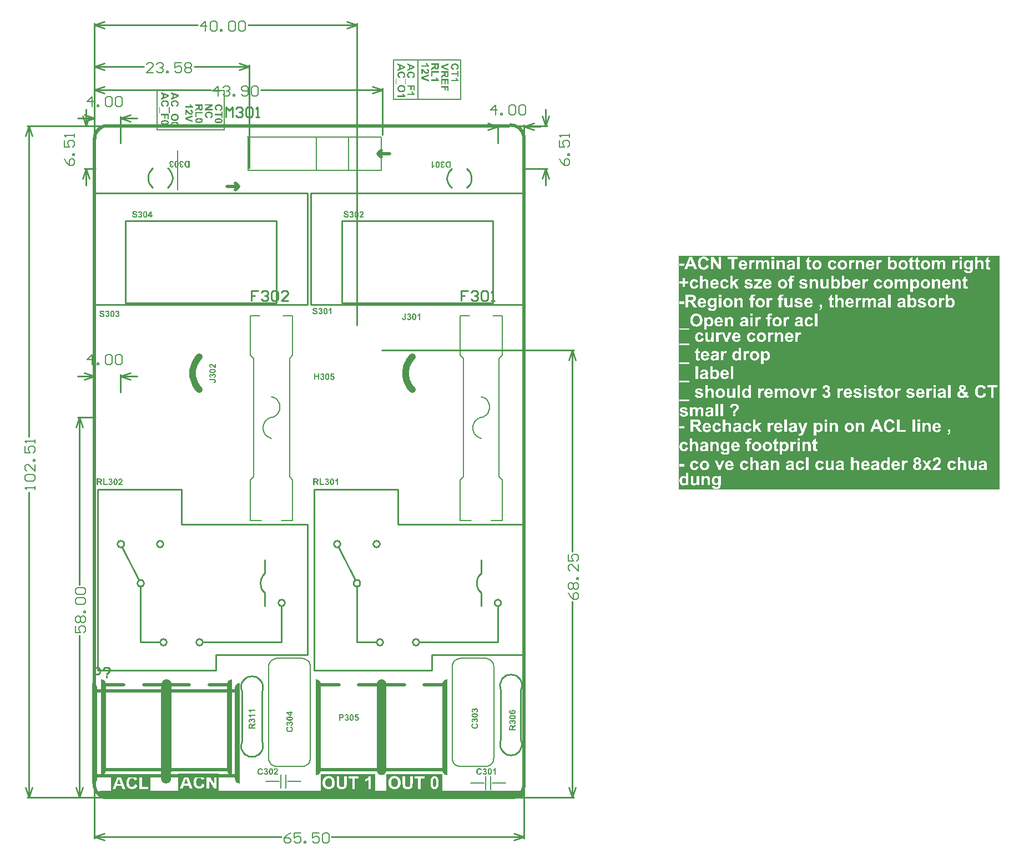
<source format=gto>
G04 Layer_Color=65535*
%FSLAX25Y25*%
%MOIN*%
G70*
G01*
G75*
%ADD10C,0.03937*%
%ADD13C,0.01969*%
%ADD44C,0.00800*%
%ADD45C,0.01000*%
%ADD46C,0.00606*%
%ADD47C,0.00787*%
%ADD48C,0.00600*%
G36*
X229249Y53676D02*
X229294Y53671D01*
X229344Y53660D01*
X229405Y53649D01*
X229466Y53637D01*
X229599Y53593D01*
X229671Y53560D01*
X229749Y53526D01*
X229821Y53482D01*
X229893Y53432D01*
X229965Y53377D01*
X230032Y53310D01*
X230037Y53304D01*
X230049Y53293D01*
X230065Y53271D01*
X230087Y53243D01*
X230115Y53205D01*
X230143Y53166D01*
X230176Y53110D01*
X230209Y53055D01*
X230243Y52994D01*
X230276Y52921D01*
X230304Y52844D01*
X230332Y52766D01*
X230354Y52677D01*
X230370Y52588D01*
X230382Y52488D01*
X230387Y52389D01*
Y52383D01*
Y52366D01*
Y52339D01*
X230382Y52300D01*
X230376Y52255D01*
X230370Y52205D01*
X230359Y52150D01*
X230348Y52083D01*
X230315Y51950D01*
X230259Y51806D01*
X230226Y51728D01*
X230187Y51662D01*
X230137Y51589D01*
X230087Y51523D01*
X230082Y51517D01*
X230071Y51506D01*
X230054Y51490D01*
X230032Y51467D01*
X230004Y51440D01*
X229965Y51412D01*
X229926Y51379D01*
X229876Y51345D01*
X229821Y51312D01*
X229766Y51273D01*
X229632Y51212D01*
X229477Y51162D01*
X229394Y51140D01*
X229305Y51129D01*
X229216Y51839D01*
X229227D01*
X229260Y51845D01*
X229310Y51856D01*
X229372Y51872D01*
X229438Y51900D01*
X229510Y51928D01*
X229577Y51972D01*
X229638Y52022D01*
X229643Y52028D01*
X229660Y52050D01*
X229682Y52083D01*
X229704Y52122D01*
X229732Y52178D01*
X229754Y52239D01*
X229771Y52305D01*
X229777Y52383D01*
Y52394D01*
X229771Y52422D01*
X229766Y52461D01*
X229754Y52516D01*
X229732Y52577D01*
X229704Y52638D01*
X229660Y52705D01*
X229605Y52766D01*
X229599Y52772D01*
X229571Y52794D01*
X229532Y52816D01*
X229483Y52849D01*
X229416Y52877D01*
X229333Y52905D01*
X229238Y52921D01*
X229133Y52927D01*
X229088D01*
X229039Y52921D01*
X228972Y52910D01*
X228900Y52888D01*
X228828Y52860D01*
X228755Y52821D01*
X228689Y52772D01*
X228683Y52766D01*
X228661Y52744D01*
X228633Y52710D01*
X228606Y52672D01*
X228572Y52616D01*
X228550Y52555D01*
X228528Y52488D01*
X228522Y52411D01*
Y52405D01*
Y52383D01*
Y52355D01*
X228528Y52316D01*
X228533Y52267D01*
X228544Y52205D01*
X228561Y52144D01*
X228578Y52072D01*
X227984Y52150D01*
Y52156D01*
Y52161D01*
Y52178D01*
Y52200D01*
X227978Y52255D01*
X227973Y52322D01*
X227956Y52394D01*
X227934Y52472D01*
X227901Y52544D01*
X227856Y52611D01*
X227851Y52616D01*
X227829Y52638D01*
X227801Y52661D01*
X227756Y52694D01*
X227707Y52722D01*
X227645Y52749D01*
X227573Y52766D01*
X227490Y52772D01*
X227457D01*
X227423Y52766D01*
X227379Y52755D01*
X227329Y52744D01*
X227279Y52722D01*
X227224Y52694D01*
X227179Y52655D01*
X227174Y52649D01*
X227163Y52633D01*
X227140Y52611D01*
X227118Y52572D01*
X227101Y52527D01*
X227079Y52477D01*
X227068Y52411D01*
X227063Y52344D01*
Y52339D01*
Y52311D01*
X227068Y52278D01*
X227079Y52233D01*
X227096Y52183D01*
X227118Y52128D01*
X227151Y52072D01*
X227196Y52022D01*
X227201Y52017D01*
X227218Y52000D01*
X227251Y51978D01*
X227296Y51950D01*
X227346Y51922D01*
X227412Y51900D01*
X227490Y51878D01*
X227579Y51861D01*
X227468Y51184D01*
X227462D01*
X227451Y51190D01*
X227434D01*
X227407Y51195D01*
X227346Y51212D01*
X227262Y51234D01*
X227174Y51267D01*
X227079Y51301D01*
X226991Y51345D01*
X226907Y51395D01*
X226896Y51401D01*
X226874Y51423D01*
X226835Y51456D01*
X226785Y51501D01*
X226735Y51556D01*
X226680Y51623D01*
X226624Y51706D01*
X226574Y51795D01*
Y51800D01*
X226569Y51806D01*
X226558Y51839D01*
X226535Y51895D01*
X226513Y51961D01*
X226491Y52044D01*
X226469Y52144D01*
X226458Y52250D01*
X226452Y52366D01*
Y52372D01*
Y52389D01*
Y52416D01*
X226458Y52455D01*
X226463Y52505D01*
X226469Y52555D01*
X226480Y52616D01*
X226497Y52677D01*
X226535Y52816D01*
X226563Y52888D01*
X226602Y52966D01*
X226641Y53038D01*
X226685Y53105D01*
X226741Y53177D01*
X226802Y53238D01*
X226807Y53243D01*
X226813Y53249D01*
X226830Y53266D01*
X226852Y53282D01*
X226907Y53327D01*
X226985Y53377D01*
X227079Y53426D01*
X227190Y53465D01*
X227312Y53499D01*
X227374Y53504D01*
X227440Y53510D01*
X227462D01*
X227490Y53504D01*
X227523Y53499D01*
X227568Y53493D01*
X227618Y53482D01*
X227673Y53465D01*
X227734Y53443D01*
X227795Y53410D01*
X227862Y53377D01*
X227928Y53332D01*
X227995Y53277D01*
X228062Y53210D01*
X228128Y53138D01*
X228189Y53055D01*
X228250Y52955D01*
Y52960D01*
X228256Y52971D01*
Y52988D01*
X228267Y53010D01*
X228284Y53071D01*
X228317Y53143D01*
X228361Y53227D01*
X228417Y53316D01*
X228489Y53404D01*
X228572Y53482D01*
X228583Y53493D01*
X228617Y53515D01*
X228667Y53543D01*
X228739Y53582D01*
X228822Y53621D01*
X228927Y53649D01*
X229039Y53671D01*
X229166Y53682D01*
X229216D01*
X229249Y53676D01*
D02*
G37*
G36*
X228600Y50657D02*
X228689Y50652D01*
X228794Y50640D01*
X228905Y50629D01*
X229027Y50618D01*
X229155Y50596D01*
X229288Y50568D01*
X229416Y50541D01*
X229543Y50502D01*
X229671Y50463D01*
X229788Y50407D01*
X229899Y50352D01*
X229993Y50285D01*
X229999Y50280D01*
X230010Y50269D01*
X230032Y50252D01*
X230054Y50230D01*
X230082Y50196D01*
X230115Y50157D01*
X230154Y50108D01*
X230187Y50058D01*
X230226Y49997D01*
X230265Y49935D01*
X230298Y49863D01*
X230326Y49786D01*
X230348Y49702D01*
X230370Y49608D01*
X230382Y49514D01*
X230387Y49414D01*
Y49408D01*
Y49392D01*
X230382Y49358D01*
Y49319D01*
X230376Y49275D01*
X230365Y49220D01*
X230354Y49158D01*
X230332Y49092D01*
X230309Y49020D01*
X230282Y48948D01*
X230248Y48870D01*
X230204Y48798D01*
X230160Y48720D01*
X230099Y48648D01*
X230037Y48576D01*
X229960Y48509D01*
X229954Y48504D01*
X229938Y48493D01*
X229910Y48476D01*
X229876Y48459D01*
X229827Y48432D01*
X229766Y48404D01*
X229688Y48370D01*
X229605Y48343D01*
X229505Y48309D01*
X229394Y48276D01*
X229266Y48248D01*
X229127Y48226D01*
X228972Y48204D01*
X228800Y48187D01*
X228617Y48176D01*
X228417Y48171D01*
X228311D01*
X228239Y48176D01*
X228151Y48182D01*
X228045Y48193D01*
X227934Y48204D01*
X227812Y48215D01*
X227684Y48237D01*
X227557Y48259D01*
X227423Y48293D01*
X227296Y48326D01*
X227174Y48370D01*
X227057Y48420D01*
X226946Y48476D01*
X226852Y48542D01*
X226846Y48548D01*
X226835Y48559D01*
X226813Y48576D01*
X226791Y48603D01*
X226757Y48631D01*
X226724Y48670D01*
X226691Y48720D01*
X226652Y48770D01*
X226613Y48831D01*
X226580Y48892D01*
X226547Y48964D01*
X226513Y49042D01*
X226491Y49125D01*
X226469Y49220D01*
X226458Y49314D01*
X226452Y49414D01*
Y49419D01*
Y49436D01*
Y49469D01*
X226458Y49508D01*
X226463Y49553D01*
X226474Y49608D01*
X226485Y49664D01*
X226502Y49730D01*
X226524Y49802D01*
X226552Y49869D01*
X226580Y49941D01*
X226619Y50013D01*
X226669Y50085D01*
X226719Y50157D01*
X226780Y50224D01*
X226852Y50285D01*
X226857Y50291D01*
X226874Y50302D01*
X226902Y50318D01*
X226941Y50346D01*
X226996Y50374D01*
X227063Y50407D01*
X227135Y50441D01*
X227229Y50474D01*
X227329Y50507D01*
X227446Y50546D01*
X227573Y50574D01*
X227718Y50602D01*
X227873Y50629D01*
X228040Y50646D01*
X228223Y50657D01*
X228422Y50663D01*
X228528D01*
X228600Y50657D01*
D02*
G37*
G36*
X118029Y45736D02*
X118073Y45730D01*
X118123Y45719D01*
X118184Y45708D01*
X118245Y45697D01*
X118378Y45653D01*
X118451Y45619D01*
X118528Y45586D01*
X118600Y45542D01*
X118673Y45492D01*
X118745Y45436D01*
X118811Y45370D01*
X118817Y45364D01*
X118828Y45353D01*
X118845Y45331D01*
X118867Y45303D01*
X118895Y45264D01*
X118922Y45225D01*
X118956Y45170D01*
X118989Y45114D01*
X119022Y45053D01*
X119056Y44981D01*
X119083Y44903D01*
X119111Y44826D01*
X119133Y44737D01*
X119150Y44648D01*
X119161Y44548D01*
X119167Y44448D01*
Y44443D01*
Y44426D01*
Y44398D01*
X119161Y44359D01*
X119156Y44315D01*
X119150Y44265D01*
X119139Y44210D01*
X119128Y44143D01*
X119095Y44010D01*
X119039Y43866D01*
X119006Y43788D01*
X118967Y43721D01*
X118917Y43649D01*
X118867Y43582D01*
X118861Y43577D01*
X118850Y43566D01*
X118834Y43549D01*
X118811Y43527D01*
X118784Y43499D01*
X118745Y43472D01*
X118706Y43438D01*
X118656Y43405D01*
X118600Y43372D01*
X118545Y43333D01*
X118412Y43272D01*
X118256Y43222D01*
X118173Y43200D01*
X118084Y43189D01*
X117996Y43899D01*
X118007D01*
X118040Y43904D01*
X118090Y43916D01*
X118151Y43932D01*
X118218Y43960D01*
X118290Y43988D01*
X118356Y44032D01*
X118417Y44082D01*
X118423Y44088D01*
X118440Y44110D01*
X118462Y44143D01*
X118484Y44182D01*
X118512Y44237D01*
X118534Y44298D01*
X118551Y44365D01*
X118556Y44443D01*
Y44454D01*
X118551Y44482D01*
X118545Y44521D01*
X118534Y44576D01*
X118512Y44637D01*
X118484Y44698D01*
X118440Y44765D01*
X118384Y44826D01*
X118378Y44831D01*
X118351Y44853D01*
X118312Y44876D01*
X118262Y44909D01*
X118195Y44937D01*
X118112Y44965D01*
X118018Y44981D01*
X117912Y44987D01*
X117868D01*
X117818Y44981D01*
X117751Y44970D01*
X117679Y44948D01*
X117607Y44920D01*
X117535Y44881D01*
X117468Y44831D01*
X117463Y44826D01*
X117441Y44804D01*
X117413Y44770D01*
X117385Y44731D01*
X117352Y44676D01*
X117330Y44615D01*
X117307Y44548D01*
X117302Y44471D01*
Y44465D01*
Y44443D01*
Y44415D01*
X117307Y44376D01*
X117313Y44326D01*
X117324Y44265D01*
X117341Y44204D01*
X117357Y44132D01*
X116763Y44210D01*
Y44215D01*
Y44221D01*
Y44237D01*
Y44260D01*
X116758Y44315D01*
X116752Y44382D01*
X116736Y44454D01*
X116714Y44532D01*
X116680Y44604D01*
X116636Y44670D01*
X116630Y44676D01*
X116608Y44698D01*
X116580Y44720D01*
X116536Y44754D01*
X116486Y44781D01*
X116425Y44809D01*
X116353Y44826D01*
X116270Y44831D01*
X116236D01*
X116203Y44826D01*
X116158Y44815D01*
X116109Y44804D01*
X116059Y44781D01*
X116003Y44754D01*
X115959Y44715D01*
X115953Y44709D01*
X115942Y44693D01*
X115920Y44670D01*
X115898Y44631D01*
X115881Y44587D01*
X115859Y44537D01*
X115848Y44471D01*
X115842Y44404D01*
Y44398D01*
Y44371D01*
X115848Y44337D01*
X115859Y44293D01*
X115875Y44243D01*
X115898Y44188D01*
X115931Y44132D01*
X115975Y44082D01*
X115981Y44076D01*
X115998Y44060D01*
X116031Y44038D01*
X116075Y44010D01*
X116125Y43982D01*
X116192Y43960D01*
X116270Y43938D01*
X116358Y43921D01*
X116247Y43244D01*
X116242D01*
X116231Y43249D01*
X116214D01*
X116186Y43255D01*
X116125Y43272D01*
X116042Y43294D01*
X115953Y43327D01*
X115859Y43360D01*
X115770Y43405D01*
X115687Y43455D01*
X115676Y43460D01*
X115654Y43483D01*
X115615Y43516D01*
X115565Y43560D01*
X115515Y43616D01*
X115459Y43682D01*
X115404Y43766D01*
X115354Y43854D01*
Y43860D01*
X115348Y43866D01*
X115337Y43899D01*
X115315Y43954D01*
X115293Y44021D01*
X115270Y44104D01*
X115248Y44204D01*
X115237Y44310D01*
X115232Y44426D01*
Y44432D01*
Y44448D01*
Y44476D01*
X115237Y44515D01*
X115243Y44565D01*
X115248Y44615D01*
X115259Y44676D01*
X115276Y44737D01*
X115315Y44876D01*
X115343Y44948D01*
X115382Y45026D01*
X115420Y45098D01*
X115465Y45164D01*
X115520Y45236D01*
X115581Y45298D01*
X115587Y45303D01*
X115592Y45309D01*
X115609Y45325D01*
X115631Y45342D01*
X115687Y45386D01*
X115764Y45436D01*
X115859Y45486D01*
X115970Y45525D01*
X116092Y45558D01*
X116153Y45564D01*
X116220Y45569D01*
X116242D01*
X116270Y45564D01*
X116303Y45558D01*
X116347Y45553D01*
X116397Y45542D01*
X116453Y45525D01*
X116514Y45503D01*
X116575Y45469D01*
X116641Y45436D01*
X116708Y45392D01*
X116775Y45336D01*
X116841Y45270D01*
X116908Y45198D01*
X116969Y45114D01*
X117030Y45014D01*
Y45020D01*
X117035Y45031D01*
Y45048D01*
X117046Y45070D01*
X117063Y45131D01*
X117096Y45203D01*
X117141Y45286D01*
X117196Y45375D01*
X117269Y45464D01*
X117352Y45542D01*
X117363Y45553D01*
X117396Y45575D01*
X117446Y45603D01*
X117518Y45642D01*
X117602Y45680D01*
X117707Y45708D01*
X117818Y45730D01*
X117946Y45742D01*
X117996D01*
X118029Y45736D01*
D02*
G37*
G36*
X117946Y42706D02*
X117979Y42695D01*
X118023Y42678D01*
X118073Y42656D01*
X118134Y42634D01*
X118201Y42606D01*
X118273Y42572D01*
X118423Y42495D01*
X118578Y42395D01*
X118728Y42273D01*
X118795Y42206D01*
X118856Y42134D01*
X118861Y42128D01*
X118867Y42117D01*
X118884Y42095D01*
X118906Y42062D01*
X118928Y42023D01*
X118950Y41973D01*
X118978Y41917D01*
X119006Y41857D01*
X119039Y41784D01*
X119067Y41707D01*
X119089Y41623D01*
X119111Y41535D01*
X119133Y41440D01*
X119150Y41335D01*
X119156Y41229D01*
X119161Y41113D01*
Y41102D01*
Y41080D01*
X119156Y41041D01*
X119150Y40985D01*
X119144Y40924D01*
X119133Y40846D01*
X119117Y40763D01*
X119095Y40669D01*
X119067Y40574D01*
X119033Y40475D01*
X118989Y40369D01*
X118939Y40264D01*
X118884Y40158D01*
X118811Y40053D01*
X118734Y39953D01*
X118639Y39858D01*
X118634Y39853D01*
X118617Y39836D01*
X118584Y39814D01*
X118545Y39781D01*
X118490Y39748D01*
X118429Y39703D01*
X118351Y39659D01*
X118262Y39614D01*
X118168Y39570D01*
X118062Y39525D01*
X117940Y39481D01*
X117812Y39448D01*
X117679Y39415D01*
X117529Y39392D01*
X117374Y39376D01*
X117208Y39370D01*
X117163D01*
X117113Y39376D01*
X117046D01*
X116969Y39387D01*
X116875Y39398D01*
X116775Y39409D01*
X116658Y39431D01*
X116542Y39459D01*
X116419Y39492D01*
X116297Y39531D01*
X116170Y39581D01*
X116048Y39636D01*
X115931Y39703D01*
X115820Y39775D01*
X115715Y39864D01*
X115709Y39870D01*
X115692Y39886D01*
X115665Y39914D01*
X115631Y39953D01*
X115592Y40003D01*
X115548Y40064D01*
X115498Y40130D01*
X115448Y40214D01*
X115398Y40303D01*
X115348Y40397D01*
X115304Y40508D01*
X115265Y40619D01*
X115232Y40747D01*
X115204Y40874D01*
X115187Y41018D01*
X115182Y41163D01*
Y41168D01*
Y41196D01*
Y41229D01*
X115187Y41279D01*
X115193Y41340D01*
X115204Y41407D01*
X115215Y41485D01*
X115232Y41568D01*
X115254Y41657D01*
X115282Y41751D01*
X115315Y41845D01*
X115359Y41945D01*
X115404Y42040D01*
X115459Y42128D01*
X115526Y42223D01*
X115598Y42306D01*
Y42312D01*
X115609Y42317D01*
X115626Y42334D01*
X115642Y42350D01*
X115670Y42373D01*
X115703Y42395D01*
X115781Y42456D01*
X115881Y42517D01*
X116003Y42584D01*
X116142Y42645D01*
X116303Y42700D01*
X116486Y41934D01*
X116480D01*
X116475Y41929D01*
X116458D01*
X116436Y41917D01*
X116386Y41901D01*
X116320Y41873D01*
X116242Y41834D01*
X116164Y41784D01*
X116086Y41718D01*
X116020Y41646D01*
X116014Y41635D01*
X115992Y41607D01*
X115964Y41562D01*
X115931Y41501D01*
X115898Y41424D01*
X115870Y41335D01*
X115848Y41235D01*
X115842Y41124D01*
Y41118D01*
Y41107D01*
Y41085D01*
X115848Y41052D01*
X115853Y41018D01*
X115859Y40974D01*
X115881Y40880D01*
X115920Y40769D01*
X115975Y40652D01*
X116009Y40591D01*
X116048Y40536D01*
X116097Y40480D01*
X116153Y40430D01*
X116158D01*
X116170Y40419D01*
X116186Y40408D01*
X116214Y40391D01*
X116247Y40369D01*
X116286Y40347D01*
X116336Y40325D01*
X116392Y40303D01*
X116458Y40275D01*
X116530Y40253D01*
X116614Y40230D01*
X116702Y40208D01*
X116802Y40192D01*
X116908Y40180D01*
X117024Y40175D01*
X117152Y40169D01*
X117224D01*
X117269Y40175D01*
X117330D01*
X117402Y40186D01*
X117474Y40192D01*
X117557Y40203D01*
X117729Y40236D01*
X117901Y40280D01*
X117984Y40308D01*
X118062Y40347D01*
X118134Y40386D01*
X118195Y40430D01*
X118201Y40436D01*
X118207Y40441D01*
X118223Y40458D01*
X118245Y40480D01*
X118290Y40536D01*
X118345Y40613D01*
X118406Y40708D01*
X118451Y40824D01*
X118490Y40957D01*
X118495Y41030D01*
X118501Y41107D01*
Y41113D01*
Y41118D01*
Y41135D01*
X118495Y41157D01*
X118490Y41218D01*
X118478Y41290D01*
X118451Y41368D01*
X118417Y41457D01*
X118373Y41546D01*
X118306Y41635D01*
X118295Y41646D01*
X118268Y41673D01*
X118223Y41712D01*
X118157Y41757D01*
X118068Y41812D01*
X117962Y41862D01*
X117835Y41912D01*
X117685Y41956D01*
X117918Y42711D01*
X117923D01*
X117946Y42706D01*
D02*
G37*
G36*
X99823Y17687D02*
X99884Y17681D01*
X99950Y17670D01*
X100028Y17659D01*
X100111Y17642D01*
X100200Y17620D01*
X100294Y17592D01*
X100389Y17559D01*
X100489Y17515D01*
X100583Y17470D01*
X100672Y17415D01*
X100766Y17348D01*
X100849Y17276D01*
X100855D01*
X100860Y17265D01*
X100877Y17248D01*
X100894Y17232D01*
X100916Y17204D01*
X100938Y17171D01*
X100999Y17093D01*
X101060Y16993D01*
X101127Y16871D01*
X101188Y16732D01*
X101243Y16571D01*
X100478Y16388D01*
Y16394D01*
X100472Y16399D01*
Y16416D01*
X100461Y16438D01*
X100444Y16488D01*
X100416Y16555D01*
X100378Y16632D01*
X100328Y16710D01*
X100261Y16788D01*
X100189Y16854D01*
X100178Y16860D01*
X100150Y16882D01*
X100106Y16910D01*
X100045Y16943D01*
X99967Y16976D01*
X99878Y17004D01*
X99778Y17026D01*
X99667Y17032D01*
X99628D01*
X99595Y17026D01*
X99562Y17021D01*
X99517Y17015D01*
X99423Y16993D01*
X99312Y16954D01*
X99195Y16899D01*
X99134Y16865D01*
X99079Y16826D01*
X99023Y16777D01*
X98973Y16721D01*
Y16715D01*
X98962Y16704D01*
X98951Y16688D01*
X98935Y16660D01*
X98912Y16627D01*
X98890Y16588D01*
X98868Y16538D01*
X98846Y16482D01*
X98818Y16416D01*
X98796Y16344D01*
X98774Y16260D01*
X98751Y16172D01*
X98735Y16072D01*
X98724Y15966D01*
X98718Y15850D01*
X98713Y15722D01*
Y15717D01*
Y15689D01*
Y15650D01*
X98718Y15606D01*
Y15544D01*
X98729Y15472D01*
X98735Y15400D01*
X98746Y15317D01*
X98779Y15145D01*
X98824Y14973D01*
X98851Y14889D01*
X98890Y14812D01*
X98929Y14740D01*
X98973Y14679D01*
X98979Y14673D01*
X98984Y14668D01*
X99001Y14651D01*
X99023Y14629D01*
X99079Y14584D01*
X99157Y14529D01*
X99251Y14468D01*
X99367Y14423D01*
X99501Y14385D01*
X99573Y14379D01*
X99651Y14373D01*
X99678D01*
X99700Y14379D01*
X99761Y14385D01*
X99834Y14396D01*
X99911Y14423D01*
X100000Y14457D01*
X100089Y14501D01*
X100178Y14568D01*
X100189Y14579D01*
X100217Y14606D01*
X100256Y14651D01*
X100300Y14717D01*
X100355Y14806D01*
X100405Y14912D01*
X100455Y15039D01*
X100500Y15189D01*
X101254Y14956D01*
Y14951D01*
X101249Y14928D01*
X101238Y14895D01*
X101221Y14851D01*
X101199Y14801D01*
X101177Y14740D01*
X101149Y14673D01*
X101116Y14601D01*
X101038Y14451D01*
X100938Y14296D01*
X100816Y14146D01*
X100749Y14079D01*
X100677Y14018D01*
X100672Y14013D01*
X100661Y14007D01*
X100638Y13990D01*
X100605Y13968D01*
X100566Y13946D01*
X100516Y13924D01*
X100461Y13896D01*
X100400Y13868D01*
X100328Y13835D01*
X100250Y13807D01*
X100167Y13785D01*
X100078Y13763D01*
X99984Y13741D01*
X99878Y13724D01*
X99773Y13719D01*
X99656Y13713D01*
X99623D01*
X99584Y13719D01*
X99528Y13724D01*
X99467Y13730D01*
X99390Y13741D01*
X99306Y13757D01*
X99212Y13780D01*
X99118Y13807D01*
X99018Y13841D01*
X98912Y13885D01*
X98807Y13935D01*
X98702Y13990D01*
X98596Y14063D01*
X98496Y14140D01*
X98402Y14235D01*
X98396Y14240D01*
X98380Y14257D01*
X98357Y14290D01*
X98324Y14329D01*
X98291Y14385D01*
X98246Y14446D01*
X98202Y14523D01*
X98158Y14612D01*
X98113Y14706D01*
X98069Y14812D01*
X98024Y14934D01*
X97991Y15062D01*
X97958Y15195D01*
X97936Y15345D01*
X97919Y15500D01*
X97913Y15666D01*
Y15672D01*
Y15678D01*
Y15711D01*
X97919Y15761D01*
Y15827D01*
X97930Y15905D01*
X97941Y16000D01*
X97952Y16099D01*
X97974Y16216D01*
X98002Y16332D01*
X98036Y16455D01*
X98074Y16577D01*
X98124Y16704D01*
X98180Y16826D01*
X98246Y16943D01*
X98318Y17054D01*
X98407Y17160D01*
X98413Y17165D01*
X98430Y17182D01*
X98457Y17209D01*
X98496Y17243D01*
X98546Y17282D01*
X98607Y17326D01*
X98674Y17376D01*
X98757Y17426D01*
X98846Y17476D01*
X98940Y17526D01*
X99051Y17570D01*
X99162Y17609D01*
X99290Y17642D01*
X99417Y17670D01*
X99562Y17687D01*
X99706Y17692D01*
X99773D01*
X99823Y17687D01*
D02*
G37*
G36*
X103058Y17637D02*
X103108Y17631D01*
X103158Y17626D01*
X103219Y17615D01*
X103280Y17598D01*
X103419Y17559D01*
X103491Y17531D01*
X103569Y17492D01*
X103641Y17454D01*
X103708Y17409D01*
X103780Y17354D01*
X103841Y17293D01*
X103846Y17287D01*
X103852Y17282D01*
X103868Y17265D01*
X103885Y17243D01*
X103930Y17187D01*
X103980Y17109D01*
X104030Y17015D01*
X104068Y16904D01*
X104102Y16782D01*
X104107Y16721D01*
X104113Y16654D01*
Y16649D01*
Y16632D01*
X104107Y16604D01*
X104102Y16571D01*
X104096Y16527D01*
X104085Y16477D01*
X104068Y16421D01*
X104046Y16360D01*
X104013Y16299D01*
X103980Y16233D01*
X103935Y16166D01*
X103880Y16099D01*
X103813Y16033D01*
X103741Y15966D01*
X103658Y15905D01*
X103558Y15844D01*
X103563D01*
X103574Y15839D01*
X103591D01*
X103613Y15827D01*
X103674Y15811D01*
X103746Y15777D01*
X103830Y15733D01*
X103919Y15678D01*
X104007Y15606D01*
X104085Y15522D01*
X104096Y15511D01*
X104118Y15478D01*
X104146Y15428D01*
X104185Y15356D01*
X104224Y15272D01*
X104252Y15167D01*
X104274Y15056D01*
X104285Y14928D01*
Y14923D01*
Y14906D01*
Y14878D01*
X104279Y14845D01*
X104274Y14801D01*
X104263Y14751D01*
X104252Y14690D01*
X104240Y14629D01*
X104196Y14495D01*
X104163Y14423D01*
X104129Y14346D01*
X104085Y14274D01*
X104035Y14201D01*
X103980Y14129D01*
X103913Y14063D01*
X103907Y14057D01*
X103896Y14046D01*
X103874Y14029D01*
X103846Y14007D01*
X103807Y13979D01*
X103769Y13952D01*
X103713Y13918D01*
X103658Y13885D01*
X103597Y13852D01*
X103524Y13818D01*
X103447Y13791D01*
X103369Y13763D01*
X103280Y13741D01*
X103191Y13724D01*
X103092Y13713D01*
X102992Y13707D01*
X102942D01*
X102903Y13713D01*
X102858Y13719D01*
X102808Y13724D01*
X102753Y13735D01*
X102686Y13746D01*
X102553Y13780D01*
X102409Y13835D01*
X102331Y13868D01*
X102265Y13907D01*
X102192Y13957D01*
X102126Y14007D01*
X102120Y14013D01*
X102109Y14024D01*
X102093Y14040D01*
X102070Y14063D01*
X102043Y14090D01*
X102015Y14129D01*
X101981Y14168D01*
X101948Y14218D01*
X101915Y14274D01*
X101876Y14329D01*
X101815Y14462D01*
X101765Y14618D01*
X101743Y14701D01*
X101732Y14790D01*
X102442Y14878D01*
Y14873D01*
Y14867D01*
X102448Y14834D01*
X102459Y14784D01*
X102476Y14723D01*
X102503Y14656D01*
X102531Y14584D01*
X102575Y14518D01*
X102625Y14457D01*
X102631Y14451D01*
X102653Y14434D01*
X102686Y14412D01*
X102725Y14390D01*
X102781Y14362D01*
X102842Y14340D01*
X102908Y14323D01*
X102986Y14318D01*
X102997D01*
X103025Y14323D01*
X103064Y14329D01*
X103119Y14340D01*
X103180Y14362D01*
X103241Y14390D01*
X103308Y14434D01*
X103369Y14490D01*
X103375Y14495D01*
X103397Y14523D01*
X103419Y14562D01*
X103452Y14612D01*
X103480Y14679D01*
X103508Y14762D01*
X103524Y14856D01*
X103530Y14962D01*
Y14967D01*
Y14973D01*
Y15006D01*
X103524Y15056D01*
X103513Y15123D01*
X103491Y15195D01*
X103463Y15267D01*
X103425Y15339D01*
X103375Y15406D01*
X103369Y15411D01*
X103347Y15433D01*
X103314Y15461D01*
X103275Y15489D01*
X103219Y15522D01*
X103158Y15544D01*
X103092Y15567D01*
X103014Y15572D01*
X102958D01*
X102919Y15567D01*
X102869Y15561D01*
X102808Y15550D01*
X102747Y15533D01*
X102675Y15517D01*
X102753Y16111D01*
X102803D01*
X102858Y16116D01*
X102925Y16122D01*
X102997Y16138D01*
X103075Y16161D01*
X103147Y16194D01*
X103214Y16238D01*
X103219Y16244D01*
X103241Y16266D01*
X103264Y16294D01*
X103297Y16338D01*
X103325Y16388D01*
X103352Y16449D01*
X103369Y16521D01*
X103375Y16604D01*
Y16616D01*
Y16638D01*
X103369Y16671D01*
X103358Y16715D01*
X103347Y16765D01*
X103325Y16815D01*
X103297Y16871D01*
X103258Y16915D01*
X103252Y16921D01*
X103236Y16932D01*
X103214Y16954D01*
X103175Y16976D01*
X103130Y16993D01*
X103080Y17015D01*
X103014Y17026D01*
X102947Y17032D01*
X102914D01*
X102881Y17026D01*
X102836Y17015D01*
X102786Y16998D01*
X102731Y16976D01*
X102675Y16943D01*
X102625Y16899D01*
X102620Y16893D01*
X102603Y16876D01*
X102581Y16843D01*
X102553Y16799D01*
X102525Y16749D01*
X102503Y16682D01*
X102481Y16604D01*
X102464Y16516D01*
X101787Y16627D01*
Y16632D01*
X101793Y16643D01*
Y16660D01*
X101798Y16688D01*
X101815Y16749D01*
X101837Y16832D01*
X101871Y16921D01*
X101904Y17015D01*
X101948Y17104D01*
X101998Y17187D01*
X102004Y17198D01*
X102026Y17221D01*
X102059Y17259D01*
X102104Y17309D01*
X102159Y17359D01*
X102226Y17415D01*
X102309Y17470D01*
X102398Y17520D01*
X102403D01*
X102409Y17526D01*
X102442Y17537D01*
X102498Y17559D01*
X102564Y17581D01*
X102647Y17604D01*
X102747Y17626D01*
X102853Y17637D01*
X102969Y17642D01*
X103019D01*
X103058Y17637D01*
D02*
G37*
G36*
X229249Y47704D02*
X229294Y47699D01*
X229344Y47688D01*
X229405Y47677D01*
X229466Y47666D01*
X229599Y47621D01*
X229671Y47588D01*
X229749Y47555D01*
X229821Y47510D01*
X229893Y47460D01*
X229965Y47405D01*
X230032Y47338D01*
X230037Y47333D01*
X230049Y47322D01*
X230065Y47299D01*
X230087Y47271D01*
X230115Y47233D01*
X230143Y47194D01*
X230176Y47138D01*
X230209Y47083D01*
X230243Y47022D01*
X230276Y46950D01*
X230304Y46872D01*
X230332Y46794D01*
X230354Y46705D01*
X230370Y46617D01*
X230382Y46517D01*
X230387Y46417D01*
Y46411D01*
Y46395D01*
Y46367D01*
X230382Y46328D01*
X230376Y46284D01*
X230370Y46234D01*
X230359Y46178D01*
X230348Y46112D01*
X230315Y45978D01*
X230259Y45834D01*
X230226Y45756D01*
X230187Y45690D01*
X230137Y45618D01*
X230087Y45551D01*
X230082Y45546D01*
X230071Y45534D01*
X230054Y45518D01*
X230032Y45496D01*
X230004Y45468D01*
X229965Y45440D01*
X229926Y45407D01*
X229876Y45373D01*
X229821Y45340D01*
X229766Y45301D01*
X229632Y45240D01*
X229477Y45190D01*
X229394Y45168D01*
X229305Y45157D01*
X229216Y45867D01*
X229227D01*
X229260Y45873D01*
X229310Y45884D01*
X229372Y45901D01*
X229438Y45928D01*
X229510Y45956D01*
X229577Y46001D01*
X229638Y46051D01*
X229643Y46056D01*
X229660Y46078D01*
X229682Y46112D01*
X229704Y46150D01*
X229732Y46206D01*
X229754Y46267D01*
X229771Y46334D01*
X229777Y46411D01*
Y46422D01*
X229771Y46450D01*
X229766Y46489D01*
X229754Y46545D01*
X229732Y46606D01*
X229704Y46667D01*
X229660Y46733D01*
X229605Y46794D01*
X229599Y46800D01*
X229571Y46822D01*
X229532Y46844D01*
X229483Y46878D01*
X229416Y46905D01*
X229333Y46933D01*
X229238Y46950D01*
X229133Y46955D01*
X229088D01*
X229039Y46950D01*
X228972Y46938D01*
X228900Y46916D01*
X228828Y46889D01*
X228755Y46850D01*
X228689Y46800D01*
X228683Y46794D01*
X228661Y46772D01*
X228633Y46739D01*
X228606Y46700D01*
X228572Y46644D01*
X228550Y46583D01*
X228528Y46517D01*
X228522Y46439D01*
Y46433D01*
Y46411D01*
Y46384D01*
X228528Y46345D01*
X228533Y46295D01*
X228544Y46234D01*
X228561Y46173D01*
X228578Y46101D01*
X227984Y46178D01*
Y46184D01*
Y46189D01*
Y46206D01*
Y46228D01*
X227978Y46284D01*
X227973Y46350D01*
X227956Y46422D01*
X227934Y46500D01*
X227901Y46572D01*
X227856Y46639D01*
X227851Y46644D01*
X227829Y46667D01*
X227801Y46689D01*
X227756Y46722D01*
X227707Y46750D01*
X227645Y46778D01*
X227573Y46794D01*
X227490Y46800D01*
X227457D01*
X227423Y46794D01*
X227379Y46783D01*
X227329Y46772D01*
X227279Y46750D01*
X227224Y46722D01*
X227179Y46683D01*
X227174Y46678D01*
X227163Y46661D01*
X227140Y46639D01*
X227118Y46600D01*
X227101Y46556D01*
X227079Y46506D01*
X227068Y46439D01*
X227063Y46372D01*
Y46367D01*
Y46339D01*
X227068Y46306D01*
X227079Y46261D01*
X227096Y46211D01*
X227118Y46156D01*
X227151Y46101D01*
X227196Y46051D01*
X227201Y46045D01*
X227218Y46028D01*
X227251Y46006D01*
X227296Y45978D01*
X227346Y45951D01*
X227412Y45928D01*
X227490Y45906D01*
X227579Y45890D01*
X227468Y45213D01*
X227462D01*
X227451Y45218D01*
X227434D01*
X227407Y45224D01*
X227346Y45240D01*
X227262Y45262D01*
X227174Y45296D01*
X227079Y45329D01*
X226991Y45373D01*
X226907Y45423D01*
X226896Y45429D01*
X226874Y45451D01*
X226835Y45484D01*
X226785Y45529D01*
X226735Y45584D01*
X226680Y45651D01*
X226624Y45734D01*
X226574Y45823D01*
Y45829D01*
X226569Y45834D01*
X226558Y45867D01*
X226535Y45923D01*
X226513Y45990D01*
X226491Y46073D01*
X226469Y46173D01*
X226458Y46278D01*
X226452Y46395D01*
Y46400D01*
Y46417D01*
Y46445D01*
X226458Y46483D01*
X226463Y46533D01*
X226469Y46583D01*
X226480Y46644D01*
X226497Y46705D01*
X226535Y46844D01*
X226563Y46916D01*
X226602Y46994D01*
X226641Y47066D01*
X226685Y47133D01*
X226741Y47205D01*
X226802Y47266D01*
X226807Y47271D01*
X226813Y47277D01*
X226830Y47294D01*
X226852Y47310D01*
X226907Y47355D01*
X226985Y47405D01*
X227079Y47455D01*
X227190Y47493D01*
X227312Y47527D01*
X227374Y47532D01*
X227440Y47538D01*
X227462D01*
X227490Y47532D01*
X227523Y47527D01*
X227568Y47521D01*
X227618Y47510D01*
X227673Y47493D01*
X227734Y47471D01*
X227795Y47438D01*
X227862Y47405D01*
X227928Y47360D01*
X227995Y47305D01*
X228062Y47238D01*
X228128Y47166D01*
X228189Y47083D01*
X228250Y46983D01*
Y46988D01*
X228256Y47000D01*
Y47016D01*
X228267Y47038D01*
X228284Y47100D01*
X228317Y47172D01*
X228361Y47255D01*
X228417Y47344D01*
X228489Y47433D01*
X228572Y47510D01*
X228583Y47521D01*
X228617Y47543D01*
X228667Y47571D01*
X228739Y47610D01*
X228822Y47649D01*
X228927Y47677D01*
X229039Y47699D01*
X229166Y47710D01*
X229216D01*
X229249Y47704D01*
D02*
G37*
G36*
X229166Y44674D02*
X229199Y44663D01*
X229244Y44646D01*
X229294Y44624D01*
X229355Y44602D01*
X229421Y44574D01*
X229494Y44541D01*
X229643Y44463D01*
X229799Y44363D01*
X229949Y44241D01*
X230015Y44175D01*
X230076Y44102D01*
X230082Y44097D01*
X230087Y44086D01*
X230104Y44064D01*
X230126Y44030D01*
X230149Y43992D01*
X230171Y43942D01*
X230198Y43886D01*
X230226Y43825D01*
X230259Y43753D01*
X230287Y43675D01*
X230309Y43592D01*
X230332Y43503D01*
X230354Y43409D01*
X230370Y43303D01*
X230376Y43198D01*
X230382Y43081D01*
Y43070D01*
Y43048D01*
X230376Y43009D01*
X230370Y42954D01*
X230365Y42893D01*
X230354Y42815D01*
X230337Y42732D01*
X230315Y42637D01*
X230287Y42543D01*
X230254Y42443D01*
X230209Y42338D01*
X230160Y42232D01*
X230104Y42127D01*
X230032Y42021D01*
X229954Y41921D01*
X229860Y41827D01*
X229854Y41821D01*
X229838Y41805D01*
X229804Y41783D01*
X229766Y41749D01*
X229710Y41716D01*
X229649Y41672D01*
X229571Y41627D01*
X229483Y41583D01*
X229388Y41538D01*
X229283Y41494D01*
X229161Y41450D01*
X229033Y41416D01*
X228900Y41383D01*
X228750Y41361D01*
X228594Y41344D01*
X228428Y41339D01*
X228384D01*
X228334Y41344D01*
X228267D01*
X228189Y41355D01*
X228095Y41366D01*
X227995Y41377D01*
X227878Y41400D01*
X227762Y41427D01*
X227640Y41461D01*
X227518Y41500D01*
X227390Y41550D01*
X227268Y41605D01*
X227151Y41672D01*
X227041Y41744D01*
X226935Y41833D01*
X226929Y41838D01*
X226913Y41855D01*
X226885Y41883D01*
X226852Y41921D01*
X226813Y41971D01*
X226768Y42032D01*
X226719Y42099D01*
X226669Y42182D01*
X226619Y42271D01*
X226569Y42365D01*
X226524Y42476D01*
X226485Y42587D01*
X226452Y42715D01*
X226424Y42843D01*
X226408Y42987D01*
X226402Y43131D01*
Y43137D01*
Y43165D01*
Y43198D01*
X226408Y43248D01*
X226413Y43309D01*
X226424Y43375D01*
X226435Y43453D01*
X226452Y43536D01*
X226474Y43625D01*
X226502Y43720D01*
X226535Y43814D01*
X226580Y43914D01*
X226624Y44008D01*
X226680Y44097D01*
X226746Y44191D01*
X226818Y44275D01*
Y44280D01*
X226830Y44286D01*
X226846Y44302D01*
X226863Y44319D01*
X226891Y44341D01*
X226924Y44363D01*
X227002Y44424D01*
X227101Y44485D01*
X227224Y44552D01*
X227362Y44613D01*
X227523Y44669D01*
X227707Y43903D01*
X227701D01*
X227695Y43897D01*
X227679D01*
X227657Y43886D01*
X227607Y43869D01*
X227540Y43842D01*
X227462Y43803D01*
X227385Y43753D01*
X227307Y43686D01*
X227240Y43614D01*
X227235Y43603D01*
X227213Y43575D01*
X227185Y43531D01*
X227151Y43470D01*
X227118Y43392D01*
X227090Y43303D01*
X227068Y43203D01*
X227063Y43092D01*
Y43087D01*
Y43076D01*
Y43053D01*
X227068Y43020D01*
X227074Y42987D01*
X227079Y42943D01*
X227101Y42848D01*
X227140Y42737D01*
X227196Y42621D01*
X227229Y42560D01*
X227268Y42504D01*
X227318Y42449D01*
X227374Y42399D01*
X227379D01*
X227390Y42388D01*
X227407Y42376D01*
X227434Y42360D01*
X227468Y42338D01*
X227507Y42315D01*
X227557Y42293D01*
X227612Y42271D01*
X227679Y42243D01*
X227751Y42221D01*
X227834Y42199D01*
X227923Y42177D01*
X228023Y42160D01*
X228128Y42149D01*
X228245Y42143D01*
X228373Y42138D01*
X228445D01*
X228489Y42143D01*
X228550D01*
X228622Y42154D01*
X228694Y42160D01*
X228778Y42171D01*
X228950Y42204D01*
X229122Y42249D01*
X229205Y42276D01*
X229283Y42315D01*
X229355Y42354D01*
X229416Y42399D01*
X229421Y42404D01*
X229427Y42410D01*
X229444Y42426D01*
X229466Y42449D01*
X229510Y42504D01*
X229566Y42582D01*
X229627Y42676D01*
X229671Y42793D01*
X229710Y42926D01*
X229716Y42998D01*
X229721Y43076D01*
Y43081D01*
Y43087D01*
Y43104D01*
X229716Y43126D01*
X229710Y43187D01*
X229699Y43259D01*
X229671Y43337D01*
X229638Y43425D01*
X229593Y43514D01*
X229527Y43603D01*
X229516Y43614D01*
X229488Y43642D01*
X229444Y43681D01*
X229377Y43725D01*
X229288Y43781D01*
X229183Y43830D01*
X229055Y43881D01*
X228905Y43925D01*
X229138Y44680D01*
X229144D01*
X229166Y44674D01*
D02*
G37*
G36*
X117379Y48689D02*
X117468Y48683D01*
X117574Y48672D01*
X117685Y48661D01*
X117807Y48650D01*
X117935Y48627D01*
X118068Y48600D01*
X118195Y48572D01*
X118323Y48533D01*
X118451Y48494D01*
X118567Y48439D01*
X118678Y48383D01*
X118773Y48317D01*
X118778Y48311D01*
X118789Y48300D01*
X118811Y48283D01*
X118834Y48261D01*
X118861Y48228D01*
X118895Y48189D01*
X118933Y48139D01*
X118967Y48089D01*
X119006Y48028D01*
X119044Y47967D01*
X119078Y47895D01*
X119106Y47817D01*
X119128Y47734D01*
X119150Y47640D01*
X119161Y47545D01*
X119167Y47445D01*
Y47440D01*
Y47423D01*
X119161Y47390D01*
Y47351D01*
X119156Y47307D01*
X119144Y47251D01*
X119133Y47190D01*
X119111Y47123D01*
X119089Y47051D01*
X119061Y46979D01*
X119028Y46901D01*
X118983Y46829D01*
X118939Y46752D01*
X118878Y46679D01*
X118817Y46607D01*
X118739Y46541D01*
X118734Y46535D01*
X118717Y46524D01*
X118689Y46507D01*
X118656Y46491D01*
X118606Y46463D01*
X118545Y46435D01*
X118467Y46402D01*
X118384Y46374D01*
X118284Y46341D01*
X118173Y46308D01*
X118045Y46280D01*
X117907Y46258D01*
X117751Y46235D01*
X117579Y46219D01*
X117396Y46208D01*
X117196Y46202D01*
X117091D01*
X117019Y46208D01*
X116930Y46213D01*
X116824Y46224D01*
X116714Y46235D01*
X116591Y46246D01*
X116464Y46269D01*
X116336Y46291D01*
X116203Y46324D01*
X116075Y46358D01*
X115953Y46402D01*
X115837Y46452D01*
X115726Y46507D01*
X115631Y46574D01*
X115626Y46580D01*
X115615Y46591D01*
X115592Y46607D01*
X115570Y46635D01*
X115537Y46663D01*
X115504Y46702D01*
X115470Y46752D01*
X115431Y46801D01*
X115393Y46863D01*
X115359Y46924D01*
X115326Y46996D01*
X115293Y47074D01*
X115270Y47157D01*
X115248Y47251D01*
X115237Y47345D01*
X115232Y47445D01*
Y47451D01*
Y47467D01*
Y47501D01*
X115237Y47540D01*
X115243Y47584D01*
X115254Y47640D01*
X115265Y47695D01*
X115282Y47762D01*
X115304Y47834D01*
X115332Y47900D01*
X115359Y47973D01*
X115398Y48045D01*
X115448Y48117D01*
X115498Y48189D01*
X115559Y48256D01*
X115631Y48317D01*
X115637Y48322D01*
X115654Y48333D01*
X115681Y48350D01*
X115720Y48378D01*
X115776Y48406D01*
X115842Y48439D01*
X115914Y48472D01*
X116009Y48505D01*
X116109Y48539D01*
X116225Y48577D01*
X116353Y48605D01*
X116497Y48633D01*
X116653Y48661D01*
X116819Y48677D01*
X117002Y48689D01*
X117202Y48694D01*
X117307D01*
X117379Y48689D01*
D02*
G37*
G36*
X96457Y43819D02*
X95624Y43264D01*
X95619Y43258D01*
X95602Y43253D01*
X95580Y43236D01*
X95552Y43214D01*
X95519Y43192D01*
X95474Y43164D01*
X95385Y43103D01*
X95286Y43031D01*
X95197Y42964D01*
X95114Y42903D01*
X95086Y42875D01*
X95058Y42853D01*
X95052Y42848D01*
X95041Y42837D01*
X95019Y42814D01*
X94991Y42787D01*
X94969Y42748D01*
X94942Y42709D01*
X94919Y42665D01*
X94897Y42620D01*
Y42615D01*
X94892Y42598D01*
X94880Y42570D01*
X94875Y42526D01*
X94864Y42470D01*
X94858Y42404D01*
X94853Y42326D01*
Y42232D01*
Y42076D01*
X96457D01*
Y41299D01*
X92616D01*
Y42931D01*
Y42937D01*
Y42959D01*
Y42992D01*
Y43031D01*
X92622Y43081D01*
Y43142D01*
X92627Y43203D01*
Y43275D01*
X92644Y43419D01*
X92660Y43569D01*
X92688Y43708D01*
X92705Y43769D01*
X92721Y43824D01*
Y43830D01*
X92727Y43836D01*
X92744Y43869D01*
X92772Y43919D01*
X92805Y43985D01*
X92860Y44058D01*
X92921Y44130D01*
X92999Y44202D01*
X93093Y44269D01*
X93099D01*
X93104Y44274D01*
X93121Y44285D01*
X93138Y44296D01*
X93193Y44324D01*
X93265Y44357D01*
X93354Y44385D01*
X93454Y44413D01*
X93571Y44435D01*
X93693Y44440D01*
X93737D01*
X93765Y44435D01*
X93804D01*
X93843Y44429D01*
X93942Y44407D01*
X94059Y44379D01*
X94176Y44335D01*
X94298Y44269D01*
X94353Y44230D01*
X94409Y44185D01*
X94414Y44180D01*
X94420Y44174D01*
X94437Y44157D01*
X94453Y44135D01*
X94475Y44113D01*
X94503Y44080D01*
X94531Y44041D01*
X94559Y43997D01*
X94592Y43947D01*
X94620Y43885D01*
X94647Y43824D01*
X94675Y43758D01*
X94703Y43680D01*
X94725Y43602D01*
X94747Y43519D01*
X94764Y43425D01*
Y43430D01*
X94770Y43436D01*
X94792Y43469D01*
X94819Y43514D01*
X94858Y43569D01*
X94908Y43636D01*
X94958Y43702D01*
X95019Y43775D01*
X95086Y43836D01*
X95091Y43841D01*
X95119Y43869D01*
X95164Y43902D01*
X95230Y43952D01*
X95313Y44019D01*
X95369Y44052D01*
X95424Y44091D01*
X95485Y44135D01*
X95552Y44180D01*
X95630Y44230D01*
X95707Y44280D01*
X96457Y44751D01*
Y43819D01*
D02*
G37*
G36*
X251821Y52676D02*
X251870Y52671D01*
X251926Y52665D01*
X251993Y52654D01*
X252059Y52637D01*
X252215Y52599D01*
X252292Y52571D01*
X252370Y52532D01*
X252448Y52493D01*
X252525Y52449D01*
X252603Y52393D01*
X252670Y52332D01*
X252675Y52327D01*
X252686Y52316D01*
X252703Y52299D01*
X252725Y52271D01*
X252753Y52238D01*
X252781Y52193D01*
X252814Y52149D01*
X252847Y52094D01*
X252881Y52033D01*
X252914Y51966D01*
X252942Y51894D01*
X252969Y51811D01*
X252992Y51727D01*
X253008Y51639D01*
X253019Y51544D01*
X253025Y51444D01*
Y51439D01*
Y51416D01*
X253019Y51389D01*
Y51350D01*
X253008Y51300D01*
X253003Y51239D01*
X252986Y51178D01*
X252969Y51106D01*
X252947Y51034D01*
X252914Y50956D01*
X252881Y50873D01*
X252836Y50795D01*
X252786Y50712D01*
X252725Y50634D01*
X252653Y50556D01*
X252575Y50484D01*
X252570Y50479D01*
X252553Y50467D01*
X252525Y50451D01*
X252486Y50429D01*
X252437Y50395D01*
X252376Y50368D01*
X252303Y50334D01*
X252220Y50301D01*
X252120Y50262D01*
X252015Y50229D01*
X251893Y50201D01*
X251754Y50173D01*
X251610Y50146D01*
X251449Y50129D01*
X251277Y50118D01*
X251088Y50112D01*
X250988D01*
X250916Y50118D01*
X250827Y50123D01*
X250727Y50134D01*
X250616Y50146D01*
X250500Y50162D01*
X250378Y50179D01*
X250250Y50207D01*
X250122Y50240D01*
X249995Y50279D01*
X249878Y50323D01*
X249762Y50373D01*
X249656Y50434D01*
X249562Y50501D01*
X249556Y50506D01*
X249539Y50517D01*
X249517Y50540D01*
X249490Y50573D01*
X249451Y50612D01*
X249412Y50656D01*
X249367Y50712D01*
X249323Y50773D01*
X249284Y50845D01*
X249240Y50917D01*
X249201Y51006D01*
X249162Y51095D01*
X249134Y51189D01*
X249112Y51294D01*
X249096Y51400D01*
X249090Y51516D01*
Y51522D01*
Y51539D01*
Y51561D01*
X249096Y51589D01*
Y51627D01*
X249101Y51672D01*
X249123Y51772D01*
X249151Y51883D01*
X249195Y52005D01*
X249256Y52127D01*
X249295Y52182D01*
X249340Y52238D01*
Y52244D01*
X249351Y52249D01*
X249367Y52266D01*
X249384Y52282D01*
X249412Y52310D01*
X249440Y52332D01*
X249517Y52393D01*
X249623Y52454D01*
X249745Y52515D01*
X249884Y52571D01*
X250050Y52610D01*
X250128Y51899D01*
X250117D01*
X250095Y51894D01*
X250056Y51883D01*
X250006Y51872D01*
X249956Y51855D01*
X249900Y51827D01*
X249850Y51799D01*
X249806Y51761D01*
X249800Y51755D01*
X249789Y51738D01*
X249773Y51716D01*
X249750Y51683D01*
X249734Y51644D01*
X249717Y51594D01*
X249706Y51533D01*
X249700Y51472D01*
Y51461D01*
X249706Y51433D01*
X249711Y51389D01*
X249728Y51333D01*
X249750Y51272D01*
X249789Y51206D01*
X249839Y51139D01*
X249911Y51078D01*
X249922Y51072D01*
X249934Y51061D01*
X249956Y51050D01*
X249978Y51039D01*
X250011Y51022D01*
X250050Y51011D01*
X250100Y50995D01*
X250155Y50972D01*
X250217Y50956D01*
X250289Y50939D01*
X250366Y50923D01*
X250455Y50906D01*
X250555Y50895D01*
X250666Y50884D01*
X250783Y50873D01*
X250777Y50878D01*
X250766Y50884D01*
X250755Y50900D01*
X250733Y50923D01*
X250705Y50950D01*
X250677Y50984D01*
X250616Y51061D01*
X250561Y51161D01*
X250505Y51278D01*
X250483Y51344D01*
X250472Y51411D01*
X250461Y51483D01*
X250455Y51561D01*
Y51566D01*
Y51583D01*
Y51605D01*
X250461Y51639D01*
X250466Y51677D01*
X250472Y51722D01*
X250483Y51777D01*
X250500Y51833D01*
X250544Y51955D01*
X250572Y52021D01*
X250605Y52088D01*
X250644Y52155D01*
X250694Y52221D01*
X250749Y52288D01*
X250810Y52349D01*
X250816Y52355D01*
X250827Y52366D01*
X250844Y52382D01*
X250871Y52399D01*
X250910Y52427D01*
X250949Y52454D01*
X250999Y52482D01*
X251055Y52515D01*
X251116Y52549D01*
X251188Y52577D01*
X251260Y52604D01*
X251343Y52632D01*
X251427Y52649D01*
X251521Y52665D01*
X251615Y52676D01*
X251721Y52682D01*
X251776D01*
X251821Y52676D01*
D02*
G37*
G36*
X96457Y49136D02*
X93676D01*
X93682Y49130D01*
X93693Y49119D01*
X93709Y49097D01*
X93737Y49064D01*
X93770Y49025D01*
X93804Y48980D01*
X93843Y48925D01*
X93887Y48864D01*
X93931Y48797D01*
X93976Y48725D01*
X94026Y48647D01*
X94070Y48564D01*
X94153Y48387D01*
X94231Y48187D01*
X93565D01*
Y48192D01*
X93560Y48198D01*
X93554Y48215D01*
X93549Y48237D01*
X93521Y48292D01*
X93487Y48370D01*
X93443Y48464D01*
X93382Y48570D01*
X93304Y48686D01*
X93216Y48808D01*
X93210Y48814D01*
X93204Y48825D01*
X93188Y48842D01*
X93165Y48864D01*
X93110Y48925D01*
X93038Y48992D01*
X92949Y49069D01*
X92838Y49147D01*
X92721Y49219D01*
X92594Y49275D01*
Y49874D01*
X96457D01*
Y49136D01*
D02*
G37*
G36*
X95391Y47526D02*
X95436Y47521D01*
X95485Y47510D01*
X95547Y47499D01*
X95608Y47488D01*
X95741Y47443D01*
X95813Y47410D01*
X95891Y47376D01*
X95963Y47332D01*
X96035Y47282D01*
X96107Y47227D01*
X96174Y47160D01*
X96179Y47155D01*
X96190Y47143D01*
X96207Y47121D01*
X96229Y47093D01*
X96257Y47055D01*
X96285Y47016D01*
X96318Y46960D01*
X96351Y46905D01*
X96385Y46844D01*
X96418Y46771D01*
X96446Y46694D01*
X96473Y46616D01*
X96495Y46527D01*
X96512Y46439D01*
X96523Y46339D01*
X96529Y46239D01*
Y46233D01*
Y46216D01*
Y46189D01*
X96523Y46150D01*
X96518Y46106D01*
X96512Y46056D01*
X96501Y46000D01*
X96490Y45933D01*
X96457Y45800D01*
X96401Y45656D01*
X96368Y45578D01*
X96329Y45512D01*
X96279Y45439D01*
X96229Y45373D01*
X96224Y45367D01*
X96213Y45356D01*
X96196Y45340D01*
X96174Y45317D01*
X96146Y45290D01*
X96107Y45262D01*
X96068Y45229D01*
X96018Y45195D01*
X95963Y45162D01*
X95907Y45123D01*
X95774Y45062D01*
X95619Y45012D01*
X95535Y44990D01*
X95447Y44979D01*
X95358Y45689D01*
X95369D01*
X95402Y45695D01*
X95452Y45706D01*
X95513Y45723D01*
X95580Y45750D01*
X95652Y45778D01*
X95718Y45823D01*
X95780Y45872D01*
X95785Y45878D01*
X95802Y45900D01*
X95824Y45933D01*
X95846Y45972D01*
X95874Y46028D01*
X95896Y46089D01*
X95913Y46156D01*
X95918Y46233D01*
Y46244D01*
X95913Y46272D01*
X95907Y46311D01*
X95896Y46366D01*
X95874Y46427D01*
X95846Y46488D01*
X95802Y46555D01*
X95746Y46616D01*
X95741Y46622D01*
X95713Y46644D01*
X95674Y46666D01*
X95624Y46699D01*
X95558Y46727D01*
X95474Y46755D01*
X95380Y46771D01*
X95275Y46777D01*
X95230D01*
X95180Y46771D01*
X95114Y46760D01*
X95041Y46738D01*
X94969Y46711D01*
X94897Y46672D01*
X94831Y46622D01*
X94825Y46616D01*
X94803Y46594D01*
X94775Y46561D01*
X94747Y46522D01*
X94714Y46466D01*
X94692Y46405D01*
X94670Y46339D01*
X94664Y46261D01*
Y46255D01*
Y46233D01*
Y46205D01*
X94670Y46167D01*
X94675Y46117D01*
X94686Y46056D01*
X94703Y45994D01*
X94719Y45922D01*
X94126Y46000D01*
Y46006D01*
Y46011D01*
Y46028D01*
Y46050D01*
X94120Y46106D01*
X94115Y46172D01*
X94098Y46244D01*
X94076Y46322D01*
X94042Y46394D01*
X93998Y46461D01*
X93993Y46466D01*
X93970Y46488D01*
X93942Y46511D01*
X93898Y46544D01*
X93848Y46572D01*
X93787Y46600D01*
X93715Y46616D01*
X93632Y46622D01*
X93598D01*
X93565Y46616D01*
X93521Y46605D01*
X93471Y46594D01*
X93421Y46572D01*
X93365Y46544D01*
X93321Y46505D01*
X93315Y46500D01*
X93304Y46483D01*
X93282Y46461D01*
X93260Y46422D01*
X93243Y46378D01*
X93221Y46327D01*
X93210Y46261D01*
X93204Y46194D01*
Y46189D01*
Y46161D01*
X93210Y46128D01*
X93221Y46083D01*
X93238Y46033D01*
X93260Y45978D01*
X93293Y45922D01*
X93338Y45872D01*
X93343Y45867D01*
X93360Y45850D01*
X93393Y45828D01*
X93437Y45800D01*
X93487Y45772D01*
X93554Y45750D01*
X93632Y45728D01*
X93721Y45711D01*
X93609Y45034D01*
X93604D01*
X93593Y45040D01*
X93576D01*
X93549Y45046D01*
X93487Y45062D01*
X93404Y45084D01*
X93315Y45118D01*
X93221Y45151D01*
X93132Y45195D01*
X93049Y45245D01*
X93038Y45251D01*
X93016Y45273D01*
X92977Y45306D01*
X92927Y45351D01*
X92877Y45406D01*
X92821Y45473D01*
X92766Y45556D01*
X92716Y45645D01*
Y45650D01*
X92710Y45656D01*
X92699Y45689D01*
X92677Y45745D01*
X92655Y45811D01*
X92633Y45895D01*
X92611Y45994D01*
X92599Y46100D01*
X92594Y46216D01*
Y46222D01*
Y46239D01*
Y46266D01*
X92599Y46305D01*
X92605Y46355D01*
X92611Y46405D01*
X92622Y46466D01*
X92638Y46527D01*
X92677Y46666D01*
X92705Y46738D01*
X92744Y46816D01*
X92783Y46888D01*
X92827Y46955D01*
X92883Y47027D01*
X92944Y47088D01*
X92949Y47093D01*
X92955Y47099D01*
X92971Y47116D01*
X92993Y47132D01*
X93049Y47177D01*
X93127Y47227D01*
X93221Y47277D01*
X93332Y47315D01*
X93454Y47349D01*
X93515Y47354D01*
X93582Y47360D01*
X93604D01*
X93632Y47354D01*
X93665Y47349D01*
X93709Y47343D01*
X93759Y47332D01*
X93815Y47315D01*
X93876Y47293D01*
X93937Y47260D01*
X94004Y47227D01*
X94070Y47182D01*
X94137Y47127D01*
X94203Y47060D01*
X94270Y46988D01*
X94331Y46905D01*
X94392Y46805D01*
Y46810D01*
X94398Y46821D01*
Y46838D01*
X94409Y46860D01*
X94425Y46921D01*
X94459Y46993D01*
X94503Y47077D01*
X94559Y47166D01*
X94631Y47254D01*
X94714Y47332D01*
X94725Y47343D01*
X94758Y47365D01*
X94808Y47393D01*
X94880Y47432D01*
X94964Y47471D01*
X95069Y47499D01*
X95180Y47521D01*
X95308Y47532D01*
X95358D01*
X95391Y47526D01*
D02*
G37*
G36*
X252953Y42953D02*
X252120Y42398D01*
X252115Y42392D01*
X252098Y42387D01*
X252076Y42370D01*
X252048Y42348D01*
X252015Y42326D01*
X251970Y42298D01*
X251882Y42237D01*
X251782Y42165D01*
X251693Y42098D01*
X251610Y42037D01*
X251582Y42009D01*
X251554Y41987D01*
X251549Y41982D01*
X251537Y41970D01*
X251515Y41948D01*
X251488Y41921D01*
X251465Y41882D01*
X251438Y41843D01*
X251415Y41798D01*
X251393Y41754D01*
Y41748D01*
X251388Y41732D01*
X251377Y41704D01*
X251371Y41660D01*
X251360Y41604D01*
X251354Y41537D01*
X251349Y41460D01*
Y41366D01*
Y41210D01*
X252953D01*
Y40433D01*
X249112D01*
Y42065D01*
Y42070D01*
Y42092D01*
Y42126D01*
Y42165D01*
X249118Y42215D01*
Y42276D01*
X249123Y42337D01*
Y42409D01*
X249140Y42553D01*
X249157Y42703D01*
X249184Y42842D01*
X249201Y42903D01*
X249218Y42958D01*
Y42964D01*
X249223Y42969D01*
X249240Y43003D01*
X249268Y43053D01*
X249301Y43119D01*
X249356Y43191D01*
X249417Y43264D01*
X249495Y43336D01*
X249589Y43402D01*
X249595D01*
X249601Y43408D01*
X249617Y43419D01*
X249634Y43430D01*
X249689Y43458D01*
X249762Y43491D01*
X249850Y43519D01*
X249950Y43547D01*
X250067Y43569D01*
X250189Y43574D01*
X250233D01*
X250261Y43569D01*
X250300D01*
X250339Y43563D01*
X250439Y43541D01*
X250555Y43513D01*
X250672Y43469D01*
X250794Y43402D01*
X250849Y43363D01*
X250905Y43319D01*
X250910Y43314D01*
X250916Y43308D01*
X250933Y43291D01*
X250949Y43269D01*
X250971Y43247D01*
X250999Y43214D01*
X251027Y43175D01*
X251055Y43130D01*
X251088Y43080D01*
X251116Y43019D01*
X251143Y42958D01*
X251171Y42892D01*
X251199Y42814D01*
X251221Y42736D01*
X251243Y42653D01*
X251260Y42559D01*
Y42564D01*
X251266Y42570D01*
X251288Y42603D01*
X251315Y42647D01*
X251354Y42703D01*
X251404Y42770D01*
X251454Y42836D01*
X251515Y42908D01*
X251582Y42969D01*
X251587Y42975D01*
X251615Y43003D01*
X251660Y43036D01*
X251726Y43086D01*
X251810Y43153D01*
X251865Y43186D01*
X251920Y43225D01*
X251981Y43269D01*
X252048Y43314D01*
X252126Y43363D01*
X252203Y43413D01*
X252953Y43885D01*
Y42953D01*
D02*
G37*
G36*
X118323Y51347D02*
X119095D01*
Y50637D01*
X118323D01*
Y49060D01*
X117685D01*
X115237Y50725D01*
Y51347D01*
X117679D01*
Y51824D01*
X118323D01*
Y51347D01*
D02*
G37*
G36*
X251238Y49613D02*
X251327Y49607D01*
X251432Y49596D01*
X251543Y49585D01*
X251665Y49574D01*
X251793Y49552D01*
X251926Y49524D01*
X252054Y49496D01*
X252181Y49457D01*
X252309Y49419D01*
X252426Y49363D01*
X252537Y49308D01*
X252631Y49241D01*
X252636Y49235D01*
X252647Y49224D01*
X252670Y49208D01*
X252692Y49185D01*
X252720Y49152D01*
X252753Y49113D01*
X252792Y49063D01*
X252825Y49013D01*
X252864Y48952D01*
X252903Y48891D01*
X252936Y48819D01*
X252964Y48741D01*
X252986Y48658D01*
X253008Y48564D01*
X253019Y48469D01*
X253025Y48370D01*
Y48364D01*
Y48347D01*
X253019Y48314D01*
Y48275D01*
X253014Y48231D01*
X253003Y48175D01*
X252992Y48114D01*
X252969Y48048D01*
X252947Y47976D01*
X252920Y47903D01*
X252886Y47826D01*
X252842Y47754D01*
X252797Y47676D01*
X252736Y47604D01*
X252675Y47532D01*
X252598Y47465D01*
X252592Y47459D01*
X252575Y47448D01*
X252548Y47432D01*
X252514Y47415D01*
X252464Y47387D01*
X252403Y47359D01*
X252326Y47326D01*
X252242Y47298D01*
X252143Y47265D01*
X252031Y47232D01*
X251904Y47204D01*
X251765Y47182D01*
X251610Y47160D01*
X251438Y47143D01*
X251254Y47132D01*
X251055Y47126D01*
X250949D01*
X250877Y47132D01*
X250788Y47137D01*
X250683Y47149D01*
X250572Y47160D01*
X250450Y47171D01*
X250322Y47193D01*
X250194Y47215D01*
X250061Y47249D01*
X249934Y47282D01*
X249812Y47326D01*
X249695Y47376D01*
X249584Y47432D01*
X249490Y47498D01*
X249484Y47504D01*
X249473Y47515D01*
X249451Y47532D01*
X249429Y47559D01*
X249395Y47587D01*
X249362Y47626D01*
X249329Y47676D01*
X249290Y47726D01*
X249251Y47787D01*
X249218Y47848D01*
X249184Y47920D01*
X249151Y47998D01*
X249129Y48081D01*
X249107Y48175D01*
X249096Y48270D01*
X249090Y48370D01*
Y48375D01*
Y48392D01*
Y48425D01*
X249096Y48464D01*
X249101Y48508D01*
X249112Y48564D01*
X249123Y48619D01*
X249140Y48686D01*
X249162Y48758D01*
X249190Y48825D01*
X249218Y48897D01*
X249256Y48969D01*
X249306Y49041D01*
X249356Y49113D01*
X249417Y49180D01*
X249490Y49241D01*
X249495Y49246D01*
X249512Y49258D01*
X249539Y49274D01*
X249578Y49302D01*
X249634Y49330D01*
X249700Y49363D01*
X249773Y49396D01*
X249867Y49430D01*
X249967Y49463D01*
X250083Y49502D01*
X250211Y49529D01*
X250355Y49557D01*
X250511Y49585D01*
X250677Y49602D01*
X250860Y49613D01*
X251060Y49618D01*
X251166D01*
X251238Y49613D01*
D02*
G37*
G36*
X251887Y46660D02*
X251932Y46655D01*
X251981Y46643D01*
X252043Y46632D01*
X252104Y46621D01*
X252237Y46577D01*
X252309Y46544D01*
X252387Y46510D01*
X252459Y46466D01*
X252531Y46416D01*
X252603Y46360D01*
X252670Y46294D01*
X252675Y46288D01*
X252686Y46277D01*
X252703Y46255D01*
X252725Y46227D01*
X252753Y46188D01*
X252781Y46150D01*
X252814Y46094D01*
X252847Y46039D01*
X252881Y45978D01*
X252914Y45905D01*
X252942Y45828D01*
X252969Y45750D01*
X252992Y45661D01*
X253008Y45572D01*
X253019Y45472D01*
X253025Y45373D01*
Y45367D01*
Y45350D01*
Y45323D01*
X253019Y45284D01*
X253014Y45239D01*
X253008Y45189D01*
X252997Y45134D01*
X252986Y45067D01*
X252953Y44934D01*
X252897Y44790D01*
X252864Y44712D01*
X252825Y44646D01*
X252775Y44573D01*
X252725Y44507D01*
X252720Y44501D01*
X252709Y44490D01*
X252692Y44473D01*
X252670Y44451D01*
X252642Y44423D01*
X252603Y44396D01*
X252564Y44363D01*
X252514Y44329D01*
X252459Y44296D01*
X252403Y44257D01*
X252270Y44196D01*
X252115Y44146D01*
X252031Y44124D01*
X251943Y44113D01*
X251854Y44823D01*
X251865D01*
X251898Y44829D01*
X251948Y44840D01*
X252009Y44856D01*
X252076Y44884D01*
X252148Y44912D01*
X252215Y44956D01*
X252276Y45006D01*
X252281Y45012D01*
X252298Y45034D01*
X252320Y45067D01*
X252342Y45106D01*
X252370Y45162D01*
X252392Y45223D01*
X252409Y45289D01*
X252414Y45367D01*
Y45378D01*
X252409Y45406D01*
X252403Y45445D01*
X252392Y45500D01*
X252370Y45561D01*
X252342Y45622D01*
X252298Y45689D01*
X252242Y45750D01*
X252237Y45755D01*
X252209Y45778D01*
X252170Y45800D01*
X252120Y45833D01*
X252054Y45861D01*
X251970Y45889D01*
X251876Y45905D01*
X251771Y45911D01*
X251726D01*
X251676Y45905D01*
X251610Y45894D01*
X251537Y45872D01*
X251465Y45844D01*
X251393Y45805D01*
X251327Y45755D01*
X251321Y45750D01*
X251299Y45728D01*
X251271Y45695D01*
X251243Y45656D01*
X251210Y45600D01*
X251188Y45539D01*
X251166Y45472D01*
X251160Y45395D01*
Y45389D01*
Y45367D01*
Y45339D01*
X251166Y45300D01*
X251171Y45250D01*
X251182Y45189D01*
X251199Y45128D01*
X251216Y45056D01*
X250622Y45134D01*
Y45140D01*
Y45145D01*
Y45162D01*
Y45184D01*
X250616Y45239D01*
X250611Y45306D01*
X250594Y45378D01*
X250572Y45456D01*
X250538Y45528D01*
X250494Y45595D01*
X250488Y45600D01*
X250466Y45622D01*
X250439Y45645D01*
X250394Y45678D01*
X250344Y45706D01*
X250283Y45733D01*
X250211Y45750D01*
X250128Y45755D01*
X250095D01*
X250061Y45750D01*
X250017Y45739D01*
X249967Y45728D01*
X249917Y45706D01*
X249861Y45678D01*
X249817Y45639D01*
X249812Y45633D01*
X249800Y45617D01*
X249778Y45595D01*
X249756Y45556D01*
X249739Y45511D01*
X249717Y45461D01*
X249706Y45395D01*
X249700Y45328D01*
Y45323D01*
Y45295D01*
X249706Y45262D01*
X249717Y45217D01*
X249734Y45167D01*
X249756Y45112D01*
X249789Y45056D01*
X249834Y45006D01*
X249839Y45001D01*
X249856Y44984D01*
X249889Y44962D01*
X249934Y44934D01*
X249984Y44906D01*
X250050Y44884D01*
X250128Y44862D01*
X250217Y44845D01*
X250106Y44168D01*
X250100D01*
X250089Y44174D01*
X250072D01*
X250044Y44179D01*
X249984Y44196D01*
X249900Y44218D01*
X249812Y44251D01*
X249717Y44285D01*
X249628Y44329D01*
X249545Y44379D01*
X249534Y44385D01*
X249512Y44407D01*
X249473Y44440D01*
X249423Y44485D01*
X249373Y44540D01*
X249318Y44607D01*
X249262Y44690D01*
X249212Y44779D01*
Y44784D01*
X249206Y44790D01*
X249195Y44823D01*
X249173Y44879D01*
X249151Y44945D01*
X249129Y45028D01*
X249107Y45128D01*
X249096Y45234D01*
X249090Y45350D01*
Y45356D01*
Y45373D01*
Y45400D01*
X249096Y45439D01*
X249101Y45489D01*
X249107Y45539D01*
X249118Y45600D01*
X249134Y45661D01*
X249173Y45800D01*
X249201Y45872D01*
X249240Y45950D01*
X249279Y46022D01*
X249323Y46088D01*
X249378Y46161D01*
X249440Y46222D01*
X249445Y46227D01*
X249451Y46233D01*
X249467Y46249D01*
X249490Y46266D01*
X249545Y46310D01*
X249623Y46360D01*
X249717Y46410D01*
X249828Y46449D01*
X249950Y46483D01*
X250011Y46488D01*
X250078Y46494D01*
X250100D01*
X250128Y46488D01*
X250161Y46483D01*
X250205Y46477D01*
X250255Y46466D01*
X250311Y46449D01*
X250372Y46427D01*
X250433Y46394D01*
X250500Y46360D01*
X250566Y46316D01*
X250633Y46261D01*
X250699Y46194D01*
X250766Y46122D01*
X250827Y46039D01*
X250888Y45939D01*
Y45944D01*
X250894Y45955D01*
Y45972D01*
X250905Y45994D01*
X250922Y46055D01*
X250955Y46127D01*
X250999Y46211D01*
X251055Y46299D01*
X251127Y46388D01*
X251210Y46466D01*
X251221Y46477D01*
X251254Y46499D01*
X251304Y46527D01*
X251377Y46566D01*
X251460Y46605D01*
X251565Y46632D01*
X251676Y46655D01*
X251804Y46666D01*
X251854D01*
X251887Y46660D01*
D02*
G37*
G36*
X109091Y17637D02*
X109141Y17631D01*
X109196Y17626D01*
X109258Y17615D01*
X109324Y17604D01*
X109468Y17565D01*
X109613Y17509D01*
X109690Y17476D01*
X109757Y17437D01*
X109829Y17387D01*
X109890Y17332D01*
X109896Y17326D01*
X109907Y17320D01*
X109918Y17298D01*
X109940Y17276D01*
X109968Y17248D01*
X109996Y17209D01*
X110023Y17171D01*
X110057Y17121D01*
X110112Y17010D01*
X110168Y16882D01*
X110190Y16810D01*
X110201Y16732D01*
X110212Y16649D01*
X110218Y16566D01*
Y16555D01*
Y16521D01*
X110212Y16471D01*
X110207Y16410D01*
X110196Y16332D01*
X110179Y16249D01*
X110157Y16161D01*
X110123Y16072D01*
X110118Y16061D01*
X110107Y16033D01*
X110084Y15983D01*
X110051Y15922D01*
X110012Y15850D01*
X109962Y15766D01*
X109901Y15678D01*
X109829Y15583D01*
X109824Y15578D01*
X109801Y15550D01*
X109768Y15511D01*
X109718Y15456D01*
X109652Y15389D01*
X109568Y15300D01*
X109468Y15206D01*
X109346Y15089D01*
X109341Y15084D01*
X109330Y15078D01*
X109313Y15062D01*
X109291Y15039D01*
X109230Y14984D01*
X109158Y14917D01*
X109086Y14845D01*
X109013Y14773D01*
X108947Y14712D01*
X108925Y14684D01*
X108902Y14662D01*
X108897Y14656D01*
X108886Y14645D01*
X108869Y14623D01*
X108847Y14595D01*
X108797Y14534D01*
X108753Y14462D01*
X110218D01*
Y13780D01*
X107637D01*
Y13785D01*
Y13796D01*
X107642Y13818D01*
X107648Y13846D01*
X107654Y13879D01*
X107659Y13918D01*
X107681Y14018D01*
X107715Y14129D01*
X107759Y14251D01*
X107815Y14385D01*
X107887Y14512D01*
Y14518D01*
X107898Y14529D01*
X107909Y14551D01*
X107931Y14573D01*
X107953Y14612D01*
X107987Y14651D01*
X108026Y14701D01*
X108070Y14756D01*
X108120Y14823D01*
X108181Y14889D01*
X108247Y14967D01*
X108325Y15051D01*
X108408Y15134D01*
X108503Y15228D01*
X108603Y15328D01*
X108714Y15433D01*
X108719Y15439D01*
X108736Y15456D01*
X108758Y15478D01*
X108791Y15511D01*
X108836Y15544D01*
X108880Y15589D01*
X108980Y15689D01*
X109080Y15794D01*
X109180Y15900D01*
X109224Y15944D01*
X109269Y15994D01*
X109302Y16033D01*
X109324Y16066D01*
X109330Y16077D01*
X109346Y16105D01*
X109374Y16149D01*
X109402Y16210D01*
X109430Y16277D01*
X109457Y16355D01*
X109474Y16432D01*
X109480Y16516D01*
Y16521D01*
Y16527D01*
Y16555D01*
X109474Y16604D01*
X109463Y16660D01*
X109446Y16721D01*
X109424Y16782D01*
X109391Y16843D01*
X109346Y16899D01*
X109341Y16904D01*
X109324Y16921D01*
X109291Y16943D01*
X109252Y16965D01*
X109196Y16987D01*
X109135Y17010D01*
X109063Y17026D01*
X108980Y17032D01*
X108941D01*
X108897Y17026D01*
X108847Y17015D01*
X108786Y16998D01*
X108725Y16971D01*
X108664Y16938D01*
X108608Y16893D01*
X108603Y16887D01*
X108586Y16865D01*
X108564Y16832D01*
X108542Y16782D01*
X108514Y16721D01*
X108492Y16638D01*
X108469Y16543D01*
X108458Y16432D01*
X107726Y16505D01*
Y16510D01*
X107731Y16532D01*
Y16560D01*
X107742Y16604D01*
X107748Y16654D01*
X107765Y16710D01*
X107781Y16771D01*
X107798Y16843D01*
X107853Y16982D01*
X107920Y17126D01*
X107964Y17198D01*
X108014Y17265D01*
X108070Y17320D01*
X108131Y17376D01*
X108136Y17381D01*
X108148Y17387D01*
X108164Y17398D01*
X108192Y17420D01*
X108225Y17437D01*
X108270Y17459D01*
X108314Y17487D01*
X108370Y17509D01*
X108431Y17537D01*
X108497Y17559D01*
X108642Y17604D01*
X108814Y17631D01*
X108902Y17637D01*
X108997Y17642D01*
X109052D01*
X109091Y17637D01*
D02*
G37*
G36*
X146280Y187823D02*
X145542D01*
Y190604D01*
X145536Y190598D01*
X145525Y190587D01*
X145503Y190571D01*
X145469Y190543D01*
X145431Y190510D01*
X145386Y190476D01*
X145331Y190437D01*
X145270Y190393D01*
X145203Y190349D01*
X145131Y190304D01*
X145053Y190254D01*
X144970Y190210D01*
X144792Y190127D01*
X144592Y190049D01*
Y190715D01*
X144598D01*
X144604Y190721D01*
X144620Y190726D01*
X144642Y190732D01*
X144698Y190759D01*
X144776Y190793D01*
X144870Y190837D01*
X144975Y190898D01*
X145092Y190976D01*
X145214Y191065D01*
X145220Y191070D01*
X145231Y191076D01*
X145247Y191092D01*
X145270Y191115D01*
X145331Y191170D01*
X145397Y191242D01*
X145475Y191331D01*
X145553Y191442D01*
X145625Y191559D01*
X145680Y191686D01*
X146280D01*
Y187823D01*
D02*
G37*
G36*
X136107Y188473D02*
X138038D01*
Y187823D01*
X135329D01*
Y191636D01*
X136107D01*
Y188473D01*
D02*
G37*
G36*
X12750Y191681D02*
X12794Y191675D01*
X12850Y191664D01*
X12905Y191653D01*
X12972Y191636D01*
X13044Y191614D01*
X13111Y191586D01*
X13183Y191559D01*
X13255Y191520D01*
X13327Y191470D01*
X13399Y191420D01*
X13466Y191359D01*
X13527Y191287D01*
X13532Y191281D01*
X13544Y191264D01*
X13560Y191237D01*
X13588Y191198D01*
X13616Y191142D01*
X13649Y191076D01*
X13682Y191004D01*
X13715Y190909D01*
X13749Y190809D01*
X13788Y190693D01*
X13815Y190565D01*
X13843Y190421D01*
X13871Y190266D01*
X13888Y190099D01*
X13899Y189916D01*
X13904Y189716D01*
Y189710D01*
Y189705D01*
Y189688D01*
Y189666D01*
Y189611D01*
X13899Y189538D01*
X13893Y189450D01*
X13882Y189344D01*
X13871Y189233D01*
X13860Y189111D01*
X13838Y188983D01*
X13810Y188850D01*
X13782Y188723D01*
X13743Y188595D01*
X13704Y188467D01*
X13649Y188351D01*
X13593Y188240D01*
X13527Y188145D01*
X13521Y188140D01*
X13510Y188129D01*
X13494Y188107D01*
X13471Y188084D01*
X13438Y188057D01*
X13399Y188023D01*
X13349Y187984D01*
X13299Y187951D01*
X13238Y187912D01*
X13177Y187873D01*
X13105Y187840D01*
X13027Y187812D01*
X12944Y187790D01*
X12850Y187768D01*
X12755Y187757D01*
X12655Y187751D01*
X12633D01*
X12600Y187757D01*
X12561D01*
X12517Y187762D01*
X12461Y187774D01*
X12400Y187785D01*
X12334Y187807D01*
X12261Y187829D01*
X12189Y187857D01*
X12112Y187890D01*
X12039Y187935D01*
X11962Y187979D01*
X11890Y188040D01*
X11817Y188101D01*
X11751Y188179D01*
X11745Y188184D01*
X11734Y188201D01*
X11717Y188229D01*
X11701Y188262D01*
X11673Y188312D01*
X11645Y188373D01*
X11612Y188451D01*
X11584Y188534D01*
X11551Y188634D01*
X11518Y188745D01*
X11490Y188872D01*
X11468Y189011D01*
X11446Y189167D01*
X11429Y189339D01*
X11418Y189522D01*
X11412Y189722D01*
Y189727D01*
Y189733D01*
Y189749D01*
Y189771D01*
Y189827D01*
X11418Y189899D01*
X11423Y189988D01*
X11434Y190093D01*
X11446Y190204D01*
X11457Y190326D01*
X11479Y190454D01*
X11501Y190582D01*
X11534Y190715D01*
X11568Y190843D01*
X11612Y190965D01*
X11662Y191081D01*
X11717Y191192D01*
X11784Y191287D01*
X11790Y191292D01*
X11801Y191303D01*
X11817Y191325D01*
X11845Y191348D01*
X11873Y191381D01*
X11912Y191414D01*
X11962Y191448D01*
X12012Y191487D01*
X12073Y191525D01*
X12134Y191559D01*
X12206Y191592D01*
X12284Y191625D01*
X12367Y191647D01*
X12461Y191670D01*
X12556Y191681D01*
X12655Y191686D01*
X12711D01*
X12750Y191681D01*
D02*
G37*
G36*
X139725D02*
X139775Y191675D01*
X139825Y191670D01*
X139886Y191658D01*
X139947Y191642D01*
X140086Y191603D01*
X140158Y191575D01*
X140236Y191536D01*
X140308Y191498D01*
X140374Y191453D01*
X140447Y191398D01*
X140508Y191337D01*
X140513Y191331D01*
X140519Y191325D01*
X140535Y191309D01*
X140552Y191287D01*
X140596Y191231D01*
X140646Y191154D01*
X140696Y191059D01*
X140735Y190948D01*
X140769Y190826D01*
X140774Y190765D01*
X140780Y190698D01*
Y190693D01*
Y190676D01*
X140774Y190648D01*
X140769Y190615D01*
X140763Y190571D01*
X140752Y190521D01*
X140735Y190465D01*
X140713Y190404D01*
X140680Y190343D01*
X140646Y190277D01*
X140602Y190210D01*
X140547Y190143D01*
X140480Y190077D01*
X140408Y190010D01*
X140324Y189949D01*
X140225Y189888D01*
X140230D01*
X140241Y189883D01*
X140258D01*
X140280Y189871D01*
X140341Y189855D01*
X140413Y189822D01*
X140497Y189777D01*
X140585Y189722D01*
X140674Y189649D01*
X140752Y189566D01*
X140763Y189555D01*
X140785Y189522D01*
X140813Y189472D01*
X140852Y189400D01*
X140891Y189316D01*
X140918Y189211D01*
X140940Y189100D01*
X140952Y188972D01*
Y188967D01*
Y188950D01*
Y188922D01*
X140946Y188889D01*
X140940Y188845D01*
X140929Y188795D01*
X140918Y188734D01*
X140907Y188673D01*
X140863Y188539D01*
X140830Y188467D01*
X140796Y188390D01*
X140752Y188317D01*
X140702Y188245D01*
X140646Y188173D01*
X140580Y188107D01*
X140574Y188101D01*
X140563Y188090D01*
X140541Y188073D01*
X140513Y188051D01*
X140474Y188023D01*
X140436Y187996D01*
X140380Y187962D01*
X140324Y187929D01*
X140263Y187896D01*
X140191Y187862D01*
X140114Y187835D01*
X140036Y187807D01*
X139947Y187785D01*
X139858Y187768D01*
X139758Y187757D01*
X139658Y187751D01*
X139609D01*
X139570Y187757D01*
X139525Y187762D01*
X139475Y187768D01*
X139420Y187779D01*
X139353Y187790D01*
X139220Y187823D01*
X139076Y187879D01*
X138998Y187912D01*
X138931Y187951D01*
X138859Y188001D01*
X138793Y188051D01*
X138787Y188057D01*
X138776Y188068D01*
X138759Y188084D01*
X138737Y188107D01*
X138709Y188134D01*
X138682Y188173D01*
X138648Y188212D01*
X138615Y188262D01*
X138582Y188317D01*
X138543Y188373D01*
X138482Y188506D01*
X138432Y188662D01*
X138410Y188745D01*
X138399Y188834D01*
X139109Y188922D01*
Y188917D01*
Y188911D01*
X139115Y188878D01*
X139126Y188828D01*
X139142Y188767D01*
X139170Y188700D01*
X139198Y188628D01*
X139242Y188562D01*
X139292Y188501D01*
X139298Y188495D01*
X139320Y188478D01*
X139353Y188456D01*
X139392Y188434D01*
X139448Y188406D01*
X139509Y188384D01*
X139575Y188367D01*
X139653Y188362D01*
X139664D01*
X139692Y188367D01*
X139731Y188373D01*
X139786Y188384D01*
X139847Y188406D01*
X139908Y188434D01*
X139975Y188478D01*
X140036Y188534D01*
X140041Y188539D01*
X140064Y188567D01*
X140086Y188606D01*
X140119Y188656D01*
X140147Y188723D01*
X140175Y188806D01*
X140191Y188900D01*
X140197Y189006D01*
Y189011D01*
Y189017D01*
Y189050D01*
X140191Y189100D01*
X140180Y189167D01*
X140158Y189239D01*
X140130Y189311D01*
X140091Y189383D01*
X140041Y189450D01*
X140036Y189455D01*
X140014Y189477D01*
X139980Y189505D01*
X139942Y189533D01*
X139886Y189566D01*
X139825Y189588D01*
X139758Y189611D01*
X139681Y189616D01*
X139625D01*
X139586Y189611D01*
X139536Y189605D01*
X139475Y189594D01*
X139414Y189577D01*
X139342Y189561D01*
X139420Y190155D01*
X139470D01*
X139525Y190160D01*
X139592Y190166D01*
X139664Y190182D01*
X139742Y190204D01*
X139814Y190238D01*
X139881Y190282D01*
X139886Y190288D01*
X139908Y190310D01*
X139930Y190338D01*
X139964Y190382D01*
X139991Y190432D01*
X140019Y190493D01*
X140036Y190565D01*
X140041Y190648D01*
Y190659D01*
Y190682D01*
X140036Y190715D01*
X140025Y190759D01*
X140014Y190809D01*
X139991Y190859D01*
X139964Y190915D01*
X139925Y190959D01*
X139919Y190965D01*
X139903Y190976D01*
X139881Y190998D01*
X139842Y191020D01*
X139797Y191037D01*
X139747Y191059D01*
X139681Y191070D01*
X139614Y191076D01*
X139581D01*
X139548Y191070D01*
X139503Y191059D01*
X139453Y191042D01*
X139398Y191020D01*
X139342Y190987D01*
X139292Y190943D01*
X139287Y190937D01*
X139270Y190920D01*
X139248Y190887D01*
X139220Y190843D01*
X139192Y190793D01*
X139170Y190726D01*
X139148Y190648D01*
X139131Y190560D01*
X138454Y190671D01*
Y190676D01*
X138460Y190687D01*
Y190704D01*
X138465Y190732D01*
X138482Y190793D01*
X138504Y190876D01*
X138537Y190965D01*
X138571Y191059D01*
X138615Y191148D01*
X138665Y191231D01*
X138671Y191242D01*
X138693Y191264D01*
X138726Y191303D01*
X138770Y191353D01*
X138826Y191403D01*
X138893Y191459D01*
X138976Y191514D01*
X139065Y191564D01*
X139070D01*
X139076Y191570D01*
X139109Y191581D01*
X139164Y191603D01*
X139231Y191625D01*
X139314Y191647D01*
X139414Y191670D01*
X139520Y191681D01*
X139636Y191686D01*
X139686D01*
X139725Y191681D01*
D02*
G37*
G36*
X4612Y292608D02*
X4673Y292602D01*
X4745Y292597D01*
X4818Y292586D01*
X4901Y292575D01*
X5078Y292536D01*
X5167Y292508D01*
X5256Y292480D01*
X5345Y292442D01*
X5428Y292397D01*
X5506Y292347D01*
X5578Y292292D01*
X5584Y292286D01*
X5595Y292275D01*
X5611Y292258D01*
X5633Y292236D01*
X5661Y292203D01*
X5694Y292164D01*
X5728Y292120D01*
X5767Y292070D01*
X5800Y292009D01*
X5833Y291948D01*
X5866Y291875D01*
X5894Y291798D01*
X5922Y291720D01*
X5944Y291631D01*
X5961Y291542D01*
X5966Y291442D01*
X5189Y291415D01*
Y291420D01*
Y291426D01*
X5178Y291465D01*
X5167Y291515D01*
X5145Y291576D01*
X5117Y291648D01*
X5078Y291714D01*
X5029Y291781D01*
X4973Y291837D01*
X4967Y291842D01*
X4945Y291859D01*
X4906Y291881D01*
X4851Y291903D01*
X4784Y291925D01*
X4701Y291948D01*
X4601Y291964D01*
X4485Y291970D01*
X4429D01*
X4368Y291964D01*
X4296Y291953D01*
X4213Y291936D01*
X4124Y291909D01*
X4041Y291875D01*
X3963Y291825D01*
X3957Y291820D01*
X3946Y291809D01*
X3924Y291792D01*
X3902Y291764D01*
X3880Y291731D01*
X3857Y291687D01*
X3846Y291642D01*
X3841Y291587D01*
Y291581D01*
Y291565D01*
X3846Y291537D01*
X3857Y291509D01*
X3869Y291470D01*
X3885Y291431D01*
X3913Y291392D01*
X3952Y291354D01*
X3957Y291348D01*
X3985Y291332D01*
X4002Y291320D01*
X4030Y291309D01*
X4057Y291293D01*
X4096Y291276D01*
X4140Y291259D01*
X4190Y291237D01*
X4251Y291215D01*
X4312Y291193D01*
X4390Y291171D01*
X4473Y291148D01*
X4562Y291126D01*
X4662Y291098D01*
X4668D01*
X4690Y291093D01*
X4718Y291087D01*
X4756Y291076D01*
X4801Y291065D01*
X4856Y291048D01*
X4918Y291032D01*
X4978Y291015D01*
X5112Y290971D01*
X5251Y290926D01*
X5384Y290876D01*
X5439Y290849D01*
X5495Y290821D01*
X5500D01*
X5506Y290815D01*
X5539Y290793D01*
X5589Y290760D01*
X5650Y290715D01*
X5717Y290660D01*
X5789Y290593D01*
X5861Y290516D01*
X5922Y290427D01*
X5928Y290416D01*
X5944Y290382D01*
X5972Y290333D01*
X6000Y290260D01*
X6027Y290172D01*
X6055Y290066D01*
X6072Y289949D01*
X6077Y289816D01*
Y289811D01*
Y289800D01*
Y289783D01*
Y289761D01*
X6072Y289733D01*
X6066Y289694D01*
X6055Y289616D01*
X6033Y289517D01*
X6000Y289411D01*
X5950Y289306D01*
X5889Y289195D01*
Y289189D01*
X5878Y289184D01*
X5855Y289150D01*
X5811Y289095D01*
X5756Y289034D01*
X5683Y288962D01*
X5589Y288895D01*
X5489Y288828D01*
X5367Y288767D01*
X5362D01*
X5350Y288762D01*
X5334Y288756D01*
X5306Y288745D01*
X5273Y288734D01*
X5234Y288723D01*
X5189Y288712D01*
X5139Y288701D01*
X5078Y288684D01*
X5017Y288673D01*
X4873Y288651D01*
X4712Y288634D01*
X4535Y288629D01*
X4462D01*
X4412Y288634D01*
X4351Y288640D01*
X4285Y288645D01*
X4207Y288656D01*
X4124Y288673D01*
X3941Y288712D01*
X3846Y288740D01*
X3757Y288767D01*
X3663Y288806D01*
X3574Y288851D01*
X3491Y288901D01*
X3413Y288962D01*
X3408Y288967D01*
X3397Y288978D01*
X3375Y288995D01*
X3352Y289023D01*
X3319Y289061D01*
X3286Y289106D01*
X3247Y289156D01*
X3208Y289211D01*
X3169Y289278D01*
X3130Y289350D01*
X3091Y289433D01*
X3053Y289522D01*
X3025Y289616D01*
X2992Y289722D01*
X2969Y289833D01*
X2953Y289949D01*
X3708Y290022D01*
Y290016D01*
X3713Y290005D01*
Y289983D01*
X3719Y289961D01*
X3741Y289894D01*
X3769Y289811D01*
X3802Y289716D01*
X3852Y289622D01*
X3907Y289539D01*
X3980Y289461D01*
X3991Y289456D01*
X4018Y289433D01*
X4063Y289406D01*
X4129Y289372D01*
X4213Y289339D01*
X4307Y289311D01*
X4418Y289289D01*
X4546Y289283D01*
X4607D01*
X4673Y289295D01*
X4756Y289306D01*
X4845Y289322D01*
X4940Y289350D01*
X5029Y289389D01*
X5106Y289439D01*
X5117Y289444D01*
X5139Y289467D01*
X5167Y289500D01*
X5206Y289544D01*
X5239Y289600D01*
X5273Y289667D01*
X5295Y289733D01*
X5300Y289811D01*
Y289816D01*
Y289833D01*
X5295Y289861D01*
X5289Y289894D01*
X5278Y289927D01*
X5267Y289966D01*
X5245Y290005D01*
X5217Y290044D01*
X5212Y290049D01*
X5201Y290060D01*
X5184Y290077D01*
X5156Y290099D01*
X5117Y290127D01*
X5067Y290155D01*
X5012Y290183D01*
X4940Y290210D01*
X4934D01*
X4912Y290222D01*
X4873Y290233D01*
X4845Y290244D01*
X4812Y290249D01*
X4773Y290260D01*
X4729Y290277D01*
X4679Y290288D01*
X4623Y290305D01*
X4557Y290321D01*
X4485Y290338D01*
X4407Y290360D01*
X4318Y290382D01*
X4312D01*
X4290Y290388D01*
X4257Y290399D01*
X4218Y290410D01*
X4168Y290427D01*
X4107Y290443D01*
X4046Y290466D01*
X3974Y290488D01*
X3830Y290543D01*
X3691Y290610D01*
X3619Y290643D01*
X3558Y290682D01*
X3497Y290721D01*
X3447Y290760D01*
X3441Y290765D01*
X3430Y290776D01*
X3413Y290793D01*
X3391Y290815D01*
X3364Y290849D01*
X3336Y290887D01*
X3302Y290926D01*
X3275Y290976D01*
X3208Y291093D01*
X3153Y291226D01*
X3130Y291298D01*
X3114Y291370D01*
X3103Y291454D01*
X3097Y291537D01*
Y291542D01*
Y291548D01*
Y291565D01*
Y291587D01*
X3108Y291642D01*
X3119Y291714D01*
X3136Y291798D01*
X3164Y291892D01*
X3202Y291992D01*
X3258Y292086D01*
Y292092D01*
X3264Y292097D01*
X3291Y292131D01*
X3325Y292175D01*
X3380Y292231D01*
X3447Y292292D01*
X3530Y292358D01*
X3624Y292419D01*
X3735Y292475D01*
X3741D01*
X3752Y292480D01*
X3769Y292486D01*
X3791Y292497D01*
X3824Y292508D01*
X3857Y292519D01*
X3902Y292530D01*
X3952Y292547D01*
X4063Y292569D01*
X4190Y292591D01*
X4335Y292608D01*
X4496Y292614D01*
X4562D01*
X4612Y292608D01*
D02*
G37*
G36*
X13842Y292558D02*
X13892Y292552D01*
X13942Y292547D01*
X14003Y292536D01*
X14064Y292519D01*
X14203Y292480D01*
X14275Y292453D01*
X14353Y292414D01*
X14425Y292375D01*
X14491Y292331D01*
X14563Y292275D01*
X14624Y292214D01*
X14630Y292208D01*
X14636Y292203D01*
X14652Y292186D01*
X14669Y292164D01*
X14713Y292108D01*
X14763Y292031D01*
X14813Y291936D01*
X14852Y291825D01*
X14885Y291703D01*
X14891Y291642D01*
X14896Y291576D01*
Y291570D01*
Y291553D01*
X14891Y291526D01*
X14885Y291492D01*
X14880Y291448D01*
X14869Y291398D01*
X14852Y291343D01*
X14830Y291282D01*
X14796Y291220D01*
X14763Y291154D01*
X14719Y291087D01*
X14663Y291021D01*
X14597Y290954D01*
X14525Y290887D01*
X14441Y290826D01*
X14341Y290765D01*
X14347D01*
X14358Y290760D01*
X14375D01*
X14397Y290749D01*
X14458Y290732D01*
X14530Y290699D01*
X14613Y290654D01*
X14702Y290599D01*
X14791Y290527D01*
X14869Y290443D01*
X14880Y290432D01*
X14902Y290399D01*
X14930Y290349D01*
X14968Y290277D01*
X15007Y290194D01*
X15035Y290088D01*
X15057Y289977D01*
X15068Y289850D01*
Y289844D01*
Y289827D01*
Y289800D01*
X15063Y289766D01*
X15057Y289722D01*
X15046Y289672D01*
X15035Y289611D01*
X15024Y289550D01*
X14980Y289417D01*
X14946Y289345D01*
X14913Y289267D01*
X14869Y289195D01*
X14819Y289123D01*
X14763Y289050D01*
X14697Y288984D01*
X14691Y288978D01*
X14680Y288967D01*
X14658Y288950D01*
X14630Y288928D01*
X14591Y288901D01*
X14552Y288873D01*
X14497Y288840D01*
X14441Y288806D01*
X14380Y288773D01*
X14308Y288740D01*
X14230Y288712D01*
X14153Y288684D01*
X14064Y288662D01*
X13975Y288645D01*
X13875Y288634D01*
X13775Y288629D01*
X13725D01*
X13687Y288634D01*
X13642Y288640D01*
X13592Y288645D01*
X13537Y288656D01*
X13470Y288667D01*
X13337Y288701D01*
X13193Y288756D01*
X13115Y288790D01*
X13048Y288828D01*
X12976Y288878D01*
X12910Y288928D01*
X12904Y288934D01*
X12893Y288945D01*
X12876Y288962D01*
X12854Y288984D01*
X12826Y289012D01*
X12799Y289050D01*
X12765Y289089D01*
X12732Y289139D01*
X12699Y289195D01*
X12660Y289250D01*
X12599Y289383D01*
X12549Y289539D01*
X12527Y289622D01*
X12515Y289711D01*
X13226Y289800D01*
Y289794D01*
Y289789D01*
X13231Y289755D01*
X13242Y289705D01*
X13259Y289644D01*
X13287Y289578D01*
X13315Y289506D01*
X13359Y289439D01*
X13409Y289378D01*
X13415Y289372D01*
X13437Y289356D01*
X13470Y289334D01*
X13509Y289311D01*
X13564Y289283D01*
X13625Y289261D01*
X13692Y289245D01*
X13770Y289239D01*
X13781D01*
X13809Y289245D01*
X13847Y289250D01*
X13903Y289261D01*
X13964Y289283D01*
X14025Y289311D01*
X14092Y289356D01*
X14153Y289411D01*
X14158Y289417D01*
X14180Y289444D01*
X14203Y289483D01*
X14236Y289533D01*
X14264Y289600D01*
X14291Y289683D01*
X14308Y289777D01*
X14314Y289883D01*
Y289889D01*
Y289894D01*
Y289927D01*
X14308Y289977D01*
X14297Y290044D01*
X14275Y290116D01*
X14247Y290188D01*
X14208Y290260D01*
X14158Y290327D01*
X14153Y290333D01*
X14130Y290355D01*
X14097Y290382D01*
X14058Y290410D01*
X14003Y290443D01*
X13942Y290466D01*
X13875Y290488D01*
X13798Y290493D01*
X13742D01*
X13703Y290488D01*
X13653Y290482D01*
X13592Y290471D01*
X13531Y290455D01*
X13459Y290438D01*
X13537Y291032D01*
X13587D01*
X13642Y291037D01*
X13709Y291043D01*
X13781Y291059D01*
X13859Y291082D01*
X13931Y291115D01*
X13997Y291159D01*
X14003Y291165D01*
X14025Y291187D01*
X14047Y291215D01*
X14081Y291259D01*
X14108Y291309D01*
X14136Y291370D01*
X14153Y291442D01*
X14158Y291526D01*
Y291537D01*
Y291559D01*
X14153Y291592D01*
X14142Y291637D01*
X14130Y291687D01*
X14108Y291737D01*
X14081Y291792D01*
X14042Y291837D01*
X14036Y291842D01*
X14019Y291853D01*
X13997Y291875D01*
X13958Y291898D01*
X13914Y291914D01*
X13864Y291936D01*
X13798Y291948D01*
X13731Y291953D01*
X13698D01*
X13664Y291948D01*
X13620Y291936D01*
X13570Y291920D01*
X13514Y291898D01*
X13459Y291864D01*
X13409Y291820D01*
X13403Y291814D01*
X13387Y291798D01*
X13365Y291764D01*
X13337Y291720D01*
X13309Y291670D01*
X13287Y291603D01*
X13265Y291526D01*
X13248Y291437D01*
X12571Y291548D01*
Y291553D01*
X12576Y291565D01*
Y291581D01*
X12582Y291609D01*
X12599Y291670D01*
X12621Y291753D01*
X12654Y291842D01*
X12687Y291936D01*
X12732Y292025D01*
X12782Y292108D01*
X12787Y292120D01*
X12810Y292142D01*
X12843Y292181D01*
X12887Y292231D01*
X12943Y292281D01*
X13009Y292336D01*
X13093Y292391D01*
X13181Y292442D01*
X13187D01*
X13193Y292447D01*
X13226Y292458D01*
X13281Y292480D01*
X13348Y292502D01*
X13431Y292525D01*
X13531Y292547D01*
X13636Y292558D01*
X13753Y292564D01*
X13803D01*
X13842Y292558D01*
D02*
G37*
G36*
X133221Y191658D02*
X133282D01*
X133343Y191653D01*
X133415D01*
X133559Y191636D01*
X133709Y191620D01*
X133848Y191592D01*
X133909Y191575D01*
X133964Y191559D01*
X133970D01*
X133975Y191553D01*
X134009Y191536D01*
X134058Y191509D01*
X134125Y191475D01*
X134197Y191420D01*
X134269Y191359D01*
X134342Y191281D01*
X134408Y191187D01*
Y191181D01*
X134414Y191176D01*
X134425Y191159D01*
X134436Y191142D01*
X134464Y191087D01*
X134497Y191015D01*
X134525Y190926D01*
X134553Y190826D01*
X134575Y190709D01*
X134580Y190587D01*
Y190582D01*
Y190571D01*
Y190543D01*
X134575Y190515D01*
Y190476D01*
X134569Y190437D01*
X134547Y190338D01*
X134519Y190221D01*
X134475Y190104D01*
X134408Y189982D01*
X134369Y189927D01*
X134325Y189871D01*
X134319Y189866D01*
X134314Y189860D01*
X134297Y189844D01*
X134275Y189827D01*
X134253Y189805D01*
X134220Y189777D01*
X134181Y189749D01*
X134136Y189722D01*
X134086Y189688D01*
X134025Y189661D01*
X133964Y189633D01*
X133898Y189605D01*
X133820Y189577D01*
X133742Y189555D01*
X133659Y189533D01*
X133565Y189516D01*
X133570D01*
X133576Y189511D01*
X133609Y189488D01*
X133653Y189461D01*
X133709Y189422D01*
X133775Y189372D01*
X133842Y189322D01*
X133914Y189261D01*
X133975Y189194D01*
X133981Y189189D01*
X134009Y189161D01*
X134042Y189117D01*
X134092Y189050D01*
X134158Y188967D01*
X134192Y188911D01*
X134231Y188856D01*
X134275Y188795D01*
X134319Y188728D01*
X134369Y188650D01*
X134419Y188573D01*
X134891Y187823D01*
X133959D01*
X133404Y188656D01*
X133398Y188662D01*
X133393Y188678D01*
X133376Y188700D01*
X133354Y188728D01*
X133332Y188761D01*
X133304Y188806D01*
X133243Y188895D01*
X133170Y188995D01*
X133104Y189083D01*
X133043Y189167D01*
X133015Y189194D01*
X132993Y189222D01*
X132987Y189228D01*
X132976Y189239D01*
X132954Y189261D01*
X132926Y189289D01*
X132887Y189311D01*
X132849Y189339D01*
X132804Y189361D01*
X132760Y189383D01*
X132754D01*
X132738Y189389D01*
X132710Y189400D01*
X132666Y189405D01*
X132610Y189416D01*
X132543Y189422D01*
X132466Y189427D01*
X132216D01*
Y187823D01*
X131439D01*
Y191664D01*
X133170D01*
X133221Y191658D01*
D02*
G37*
G36*
X142750Y191681D02*
X142794Y191675D01*
X142850Y191664D01*
X142905Y191653D01*
X142972Y191636D01*
X143044Y191614D01*
X143111Y191586D01*
X143183Y191559D01*
X143255Y191520D01*
X143327Y191470D01*
X143399Y191420D01*
X143466Y191359D01*
X143527Y191287D01*
X143532Y191281D01*
X143544Y191264D01*
X143560Y191237D01*
X143588Y191198D01*
X143616Y191142D01*
X143649Y191076D01*
X143682Y191004D01*
X143716Y190909D01*
X143749Y190809D01*
X143788Y190693D01*
X143815Y190565D01*
X143843Y190421D01*
X143871Y190266D01*
X143888Y190099D01*
X143899Y189916D01*
X143904Y189716D01*
Y189710D01*
Y189705D01*
Y189688D01*
Y189666D01*
Y189611D01*
X143899Y189538D01*
X143893Y189450D01*
X143882Y189344D01*
X143871Y189233D01*
X143860Y189111D01*
X143838Y188983D01*
X143810Y188850D01*
X143782Y188723D01*
X143743Y188595D01*
X143704Y188467D01*
X143649Y188351D01*
X143593Y188240D01*
X143527Y188145D01*
X143521Y188140D01*
X143510Y188129D01*
X143493Y188107D01*
X143471Y188084D01*
X143438Y188057D01*
X143399Y188023D01*
X143349Y187984D01*
X143299Y187951D01*
X143238Y187912D01*
X143177Y187873D01*
X143105Y187840D01*
X143027Y187812D01*
X142944Y187790D01*
X142850Y187768D01*
X142755Y187757D01*
X142656Y187751D01*
X142633D01*
X142600Y187757D01*
X142561D01*
X142517Y187762D01*
X142461Y187774D01*
X142400Y187785D01*
X142334Y187807D01*
X142261Y187829D01*
X142189Y187857D01*
X142112Y187890D01*
X142039Y187935D01*
X141962Y187979D01*
X141890Y188040D01*
X141817Y188101D01*
X141751Y188179D01*
X141745Y188184D01*
X141734Y188201D01*
X141718Y188229D01*
X141701Y188262D01*
X141673Y188312D01*
X141645Y188373D01*
X141612Y188451D01*
X141584Y188534D01*
X141551Y188634D01*
X141518Y188745D01*
X141490Y188872D01*
X141468Y189011D01*
X141446Y189167D01*
X141429Y189339D01*
X141418Y189522D01*
X141412Y189722D01*
Y189727D01*
Y189733D01*
Y189749D01*
Y189771D01*
Y189827D01*
X141418Y189899D01*
X141423Y189988D01*
X141435Y190093D01*
X141446Y190204D01*
X141457Y190326D01*
X141479Y190454D01*
X141501Y190582D01*
X141534Y190715D01*
X141568Y190843D01*
X141612Y190965D01*
X141662Y191081D01*
X141718Y191192D01*
X141784Y191287D01*
X141790Y191292D01*
X141801Y191303D01*
X141817Y191325D01*
X141845Y191348D01*
X141873Y191381D01*
X141912Y191414D01*
X141962Y191448D01*
X142012Y191487D01*
X142073Y191525D01*
X142134Y191559D01*
X142206Y191592D01*
X142284Y191625D01*
X142367Y191647D01*
X142461Y191670D01*
X142556Y191681D01*
X142656Y191686D01*
X142711D01*
X142750Y191681D01*
D02*
G37*
G36*
X3221Y191658D02*
X3281D01*
X3343Y191653D01*
X3415D01*
X3559Y191636D01*
X3709Y191620D01*
X3848Y191592D01*
X3909Y191575D01*
X3964Y191559D01*
X3970D01*
X3975Y191553D01*
X4009Y191536D01*
X4059Y191509D01*
X4125Y191475D01*
X4197Y191420D01*
X4269Y191359D01*
X4342Y191281D01*
X4408Y191187D01*
Y191181D01*
X4414Y191176D01*
X4425Y191159D01*
X4436Y191142D01*
X4464Y191087D01*
X4497Y191015D01*
X4525Y190926D01*
X4552Y190826D01*
X4575Y190709D01*
X4580Y190587D01*
Y190582D01*
Y190571D01*
Y190543D01*
X4575Y190515D01*
Y190476D01*
X4569Y190437D01*
X4547Y190338D01*
X4519Y190221D01*
X4475Y190104D01*
X4408Y189982D01*
X4369Y189927D01*
X4325Y189871D01*
X4319Y189866D01*
X4314Y189860D01*
X4297Y189844D01*
X4275Y189827D01*
X4253Y189805D01*
X4219Y189777D01*
X4181Y189749D01*
X4136Y189722D01*
X4086Y189688D01*
X4025Y189661D01*
X3964Y189633D01*
X3898Y189605D01*
X3820Y189577D01*
X3742Y189555D01*
X3659Y189533D01*
X3565Y189516D01*
X3570D01*
X3576Y189511D01*
X3609Y189488D01*
X3653Y189461D01*
X3709Y189422D01*
X3776Y189372D01*
X3842Y189322D01*
X3914Y189261D01*
X3975Y189194D01*
X3981Y189189D01*
X4009Y189161D01*
X4042Y189117D01*
X4092Y189050D01*
X4158Y188967D01*
X4192Y188911D01*
X4231Y188856D01*
X4275Y188795D01*
X4319Y188728D01*
X4369Y188650D01*
X4419Y188573D01*
X4891Y187823D01*
X3959D01*
X3404Y188656D01*
X3398Y188662D01*
X3393Y188678D01*
X3376Y188700D01*
X3354Y188728D01*
X3331Y188761D01*
X3304Y188806D01*
X3243Y188895D01*
X3170Y188995D01*
X3104Y189083D01*
X3043Y189167D01*
X3015Y189194D01*
X2993Y189222D01*
X2987Y189228D01*
X2976Y189239D01*
X2954Y189261D01*
X2926Y189289D01*
X2888Y189311D01*
X2849Y189339D01*
X2804Y189361D01*
X2760Y189383D01*
X2754D01*
X2738Y189389D01*
X2710Y189400D01*
X2665Y189405D01*
X2610Y189416D01*
X2543Y189422D01*
X2466Y189427D01*
X2216D01*
Y187823D01*
X1439D01*
Y191664D01*
X3170D01*
X3221Y191658D01*
D02*
G37*
G36*
X234476Y17637D02*
X234525Y17631D01*
X234576Y17626D01*
X234636Y17615D01*
X234698Y17598D01*
X234836Y17559D01*
X234909Y17531D01*
X234986Y17492D01*
X235058Y17454D01*
X235125Y17409D01*
X235197Y17354D01*
X235258Y17293D01*
X235264Y17287D01*
X235269Y17282D01*
X235286Y17265D01*
X235302Y17243D01*
X235347Y17187D01*
X235397Y17109D01*
X235447Y17015D01*
X235486Y16904D01*
X235519Y16782D01*
X235525Y16721D01*
X235530Y16654D01*
Y16649D01*
Y16632D01*
X235525Y16604D01*
X235519Y16571D01*
X235513Y16527D01*
X235502Y16477D01*
X235486Y16421D01*
X235464Y16360D01*
X235430Y16299D01*
X235397Y16233D01*
X235352Y16166D01*
X235297Y16099D01*
X235230Y16033D01*
X235158Y15966D01*
X235075Y15905D01*
X234975Y15844D01*
X234981D01*
X234992Y15839D01*
X235008D01*
X235031Y15827D01*
X235092Y15811D01*
X235164Y15777D01*
X235247Y15733D01*
X235336Y15678D01*
X235425Y15606D01*
X235502Y15522D01*
X235513Y15511D01*
X235536Y15478D01*
X235563Y15428D01*
X235602Y15356D01*
X235641Y15272D01*
X235669Y15167D01*
X235691Y15056D01*
X235702Y14928D01*
Y14923D01*
Y14906D01*
Y14878D01*
X235697Y14845D01*
X235691Y14801D01*
X235680Y14751D01*
X235669Y14690D01*
X235658Y14629D01*
X235613Y14495D01*
X235580Y14423D01*
X235547Y14346D01*
X235502Y14274D01*
X235452Y14201D01*
X235397Y14129D01*
X235330Y14063D01*
X235325Y14057D01*
X235314Y14046D01*
X235291Y14029D01*
X235264Y14007D01*
X235225Y13979D01*
X235186Y13952D01*
X235131Y13918D01*
X235075Y13885D01*
X235014Y13852D01*
X234942Y13818D01*
X234864Y13791D01*
X234786Y13763D01*
X234698Y13741D01*
X234609Y13724D01*
X234509Y13713D01*
X234409Y13707D01*
X234359D01*
X234320Y13713D01*
X234276Y13719D01*
X234226Y13724D01*
X234170Y13735D01*
X234104Y13746D01*
X233970Y13780D01*
X233826Y13835D01*
X233749Y13868D01*
X233682Y13907D01*
X233610Y13957D01*
X233543Y14007D01*
X233538Y14013D01*
X233526Y14024D01*
X233510Y14040D01*
X233488Y14063D01*
X233460Y14090D01*
X233432Y14129D01*
X233399Y14168D01*
X233366Y14218D01*
X233332Y14274D01*
X233293Y14329D01*
X233232Y14462D01*
X233182Y14618D01*
X233160Y14701D01*
X233149Y14790D01*
X233859Y14878D01*
Y14873D01*
Y14867D01*
X233865Y14834D01*
X233876Y14784D01*
X233893Y14723D01*
X233921Y14656D01*
X233948Y14584D01*
X233993Y14518D01*
X234043Y14457D01*
X234048Y14451D01*
X234070Y14434D01*
X234104Y14412D01*
X234143Y14390D01*
X234198Y14362D01*
X234259Y14340D01*
X234326Y14323D01*
X234403Y14318D01*
X234415D01*
X234442Y14323D01*
X234481Y14329D01*
X234537Y14340D01*
X234598Y14362D01*
X234659Y14390D01*
X234725Y14434D01*
X234786Y14490D01*
X234792Y14495D01*
X234814Y14523D01*
X234836Y14562D01*
X234870Y14612D01*
X234897Y14679D01*
X234925Y14762D01*
X234942Y14856D01*
X234947Y14962D01*
Y14967D01*
Y14973D01*
Y15006D01*
X234942Y15056D01*
X234931Y15123D01*
X234909Y15195D01*
X234881Y15267D01*
X234842Y15339D01*
X234792Y15406D01*
X234786Y15411D01*
X234764Y15433D01*
X234731Y15461D01*
X234692Y15489D01*
X234636Y15522D01*
X234576Y15544D01*
X234509Y15567D01*
X234431Y15572D01*
X234376D01*
X234337Y15567D01*
X234287Y15561D01*
X234226Y15550D01*
X234165Y15533D01*
X234093Y15517D01*
X234170Y16111D01*
X234220D01*
X234276Y16116D01*
X234342Y16122D01*
X234415Y16138D01*
X234492Y16161D01*
X234564Y16194D01*
X234631Y16238D01*
X234636Y16244D01*
X234659Y16266D01*
X234681Y16294D01*
X234714Y16338D01*
X234742Y16388D01*
X234770Y16449D01*
X234786Y16521D01*
X234792Y16604D01*
Y16616D01*
Y16638D01*
X234786Y16671D01*
X234775Y16715D01*
X234764Y16765D01*
X234742Y16815D01*
X234714Y16871D01*
X234675Y16915D01*
X234670Y16921D01*
X234653Y16932D01*
X234631Y16954D01*
X234592Y16976D01*
X234548Y16993D01*
X234498Y17015D01*
X234431Y17026D01*
X234365Y17032D01*
X234331D01*
X234298Y17026D01*
X234254Y17015D01*
X234204Y16998D01*
X234148Y16976D01*
X234093Y16943D01*
X234043Y16899D01*
X234037Y16893D01*
X234020Y16876D01*
X233998Y16843D01*
X233970Y16799D01*
X233943Y16749D01*
X233921Y16682D01*
X233898Y16604D01*
X233882Y16516D01*
X233205Y16627D01*
Y16632D01*
X233210Y16643D01*
Y16660D01*
X233216Y16688D01*
X233232Y16749D01*
X233255Y16832D01*
X233288Y16921D01*
X233321Y17015D01*
X233366Y17104D01*
X233416Y17187D01*
X233421Y17198D01*
X233443Y17221D01*
X233477Y17259D01*
X233521Y17309D01*
X233576Y17359D01*
X233643Y17415D01*
X233726Y17470D01*
X233815Y17520D01*
X233821D01*
X233826Y17526D01*
X233859Y17537D01*
X233915Y17559D01*
X233982Y17581D01*
X234065Y17604D01*
X234165Y17626D01*
X234270Y17637D01*
X234387Y17642D01*
X234437D01*
X234476Y17637D01*
D02*
G37*
G36*
X241030Y13780D02*
X240292D01*
Y16560D01*
X240286Y16555D01*
X240275Y16543D01*
X240253Y16527D01*
X240220Y16499D01*
X240181Y16466D01*
X240137Y16432D01*
X240081Y16394D01*
X240020Y16349D01*
X239953Y16305D01*
X239881Y16260D01*
X239804Y16210D01*
X239720Y16166D01*
X239543Y16083D01*
X239343Y16005D01*
Y16671D01*
X239349D01*
X239354Y16677D01*
X239371Y16682D01*
X239393Y16688D01*
X239448Y16715D01*
X239526Y16749D01*
X239620Y16793D01*
X239726Y16854D01*
X239842Y16932D01*
X239965Y17021D01*
X239970Y17026D01*
X239981Y17032D01*
X239998Y17049D01*
X240020Y17071D01*
X240081Y17126D01*
X240148Y17198D01*
X240225Y17287D01*
X240303Y17398D01*
X240375Y17515D01*
X240431Y17642D01*
X241030D01*
Y13780D01*
D02*
G37*
G36*
X106083Y17637D02*
X106127Y17631D01*
X106183Y17620D01*
X106238Y17609D01*
X106305Y17592D01*
X106377Y17570D01*
X106444Y17542D01*
X106516Y17515D01*
X106588Y17476D01*
X106660Y17426D01*
X106732Y17376D01*
X106799Y17315D01*
X106860Y17243D01*
X106866Y17237D01*
X106877Y17221D01*
X106893Y17193D01*
X106921Y17154D01*
X106949Y17098D01*
X106982Y17032D01*
X107015Y16960D01*
X107049Y16865D01*
X107082Y16765D01*
X107121Y16649D01*
X107149Y16521D01*
X107176Y16377D01*
X107204Y16221D01*
X107221Y16055D01*
X107232Y15872D01*
X107237Y15672D01*
Y15666D01*
Y15661D01*
Y15644D01*
Y15622D01*
Y15567D01*
X107232Y15495D01*
X107226Y15406D01*
X107215Y15300D01*
X107204Y15189D01*
X107193Y15067D01*
X107171Y14940D01*
X107143Y14806D01*
X107115Y14679D01*
X107076Y14551D01*
X107038Y14423D01*
X106982Y14307D01*
X106927Y14196D01*
X106860Y14101D01*
X106854Y14096D01*
X106843Y14085D01*
X106827Y14063D01*
X106805Y14040D01*
X106771Y14013D01*
X106732Y13979D01*
X106682Y13940D01*
X106632Y13907D01*
X106571Y13868D01*
X106510Y13829D01*
X106438Y13796D01*
X106360Y13768D01*
X106277Y13746D01*
X106183Y13724D01*
X106088Y13713D01*
X105989Y13707D01*
X105966D01*
X105933Y13713D01*
X105894D01*
X105850Y13719D01*
X105794Y13730D01*
X105733Y13741D01*
X105667Y13763D01*
X105595Y13785D01*
X105522Y13813D01*
X105445Y13846D01*
X105373Y13891D01*
X105295Y13935D01*
X105223Y13996D01*
X105151Y14057D01*
X105084Y14135D01*
X105078Y14140D01*
X105067Y14157D01*
X105051Y14185D01*
X105034Y14218D01*
X105006Y14268D01*
X104979Y14329D01*
X104945Y14407D01*
X104918Y14490D01*
X104884Y14590D01*
X104851Y14701D01*
X104823Y14829D01*
X104801Y14967D01*
X104779Y15123D01*
X104762Y15295D01*
X104751Y15478D01*
X104745Y15678D01*
Y15683D01*
Y15689D01*
Y15705D01*
Y15728D01*
Y15783D01*
X104751Y15855D01*
X104756Y15944D01*
X104768Y16049D01*
X104779Y16161D01*
X104790Y16283D01*
X104812Y16410D01*
X104834Y16538D01*
X104867Y16671D01*
X104901Y16799D01*
X104945Y16921D01*
X104995Y17037D01*
X105051Y17148D01*
X105117Y17243D01*
X105123Y17248D01*
X105134Y17259D01*
X105151Y17282D01*
X105178Y17304D01*
X105206Y17337D01*
X105245Y17370D01*
X105295Y17404D01*
X105345Y17443D01*
X105406Y17481D01*
X105467Y17515D01*
X105539Y17548D01*
X105617Y17581D01*
X105700Y17604D01*
X105794Y17626D01*
X105889Y17637D01*
X105989Y17642D01*
X106044D01*
X106083Y17637D01*
D02*
G37*
G36*
X231240Y17687D02*
X231301Y17681D01*
X231368Y17670D01*
X231445Y17659D01*
X231528Y17642D01*
X231617Y17620D01*
X231712Y17592D01*
X231806Y17559D01*
X231906Y17515D01*
X232000Y17470D01*
X232089Y17415D01*
X232183Y17348D01*
X232267Y17276D01*
X232272D01*
X232278Y17265D01*
X232294Y17248D01*
X232311Y17232D01*
X232333Y17204D01*
X232355Y17171D01*
X232417Y17093D01*
X232478Y16993D01*
X232544Y16871D01*
X232605Y16732D01*
X232661Y16571D01*
X231895Y16388D01*
Y16394D01*
X231889Y16399D01*
Y16416D01*
X231878Y16438D01*
X231861Y16488D01*
X231834Y16555D01*
X231795Y16632D01*
X231745Y16710D01*
X231678Y16788D01*
X231606Y16854D01*
X231595Y16860D01*
X231567Y16882D01*
X231523Y16910D01*
X231462Y16943D01*
X231384Y16976D01*
X231295Y17004D01*
X231195Y17026D01*
X231084Y17032D01*
X231046D01*
X231012Y17026D01*
X230979Y17021D01*
X230935Y17015D01*
X230840Y16993D01*
X230729Y16954D01*
X230613Y16899D01*
X230552Y16865D01*
X230496Y16826D01*
X230441Y16777D01*
X230391Y16721D01*
Y16715D01*
X230380Y16704D01*
X230369Y16688D01*
X230352Y16660D01*
X230330Y16627D01*
X230308Y16588D01*
X230285Y16538D01*
X230263Y16482D01*
X230235Y16416D01*
X230213Y16344D01*
X230191Y16260D01*
X230169Y16172D01*
X230152Y16072D01*
X230141Y15966D01*
X230135Y15850D01*
X230130Y15722D01*
Y15717D01*
Y15689D01*
Y15650D01*
X230135Y15606D01*
Y15544D01*
X230147Y15472D01*
X230152Y15400D01*
X230163Y15317D01*
X230196Y15145D01*
X230241Y14973D01*
X230269Y14889D01*
X230308Y14812D01*
X230346Y14740D01*
X230391Y14679D01*
X230396Y14673D01*
X230402Y14668D01*
X230418Y14651D01*
X230441Y14629D01*
X230496Y14584D01*
X230574Y14529D01*
X230668Y14468D01*
X230785Y14423D01*
X230918Y14385D01*
X230990Y14379D01*
X231068Y14373D01*
X231096D01*
X231118Y14379D01*
X231179Y14385D01*
X231251Y14396D01*
X231329Y14423D01*
X231417Y14457D01*
X231506Y14501D01*
X231595Y14568D01*
X231606Y14579D01*
X231634Y14606D01*
X231673Y14651D01*
X231717Y14717D01*
X231773Y14806D01*
X231823Y14912D01*
X231873Y15039D01*
X231917Y15189D01*
X232672Y14956D01*
Y14951D01*
X232666Y14928D01*
X232655Y14895D01*
X232639Y14851D01*
X232616Y14801D01*
X232594Y14740D01*
X232566Y14673D01*
X232533Y14601D01*
X232455Y14451D01*
X232355Y14296D01*
X232233Y14146D01*
X232167Y14079D01*
X232095Y14018D01*
X232089Y14013D01*
X232078Y14007D01*
X232056Y13990D01*
X232023Y13968D01*
X231984Y13946D01*
X231934Y13924D01*
X231878Y13896D01*
X231817Y13868D01*
X231745Y13835D01*
X231667Y13807D01*
X231584Y13785D01*
X231495Y13763D01*
X231401Y13741D01*
X231295Y13724D01*
X231190Y13719D01*
X231073Y13713D01*
X231040D01*
X231001Y13719D01*
X230946Y13724D01*
X230885Y13730D01*
X230807Y13741D01*
X230724Y13757D01*
X230629Y13780D01*
X230535Y13807D01*
X230435Y13841D01*
X230330Y13885D01*
X230224Y13935D01*
X230119Y13990D01*
X230013Y14063D01*
X229913Y14140D01*
X229819Y14235D01*
X229814Y14240D01*
X229797Y14257D01*
X229775Y14290D01*
X229741Y14329D01*
X229708Y14385D01*
X229664Y14446D01*
X229619Y14523D01*
X229575Y14612D01*
X229531Y14706D01*
X229486Y14812D01*
X229442Y14934D01*
X229408Y15062D01*
X229375Y15195D01*
X229353Y15345D01*
X229336Y15500D01*
X229331Y15666D01*
Y15672D01*
Y15678D01*
Y15711D01*
X229336Y15761D01*
Y15827D01*
X229347Y15905D01*
X229359Y16000D01*
X229370Y16099D01*
X229392Y16216D01*
X229419Y16332D01*
X229453Y16455D01*
X229492Y16577D01*
X229542Y16704D01*
X229597Y16826D01*
X229664Y16943D01*
X229736Y17054D01*
X229825Y17160D01*
X229830Y17165D01*
X229847Y17182D01*
X229875Y17209D01*
X229913Y17243D01*
X229963Y17282D01*
X230025Y17326D01*
X230091Y17376D01*
X230174Y17426D01*
X230263Y17476D01*
X230358Y17526D01*
X230469Y17570D01*
X230579Y17609D01*
X230707Y17642D01*
X230835Y17670D01*
X230979Y17687D01*
X231123Y17692D01*
X231190D01*
X231240Y17687D01*
D02*
G37*
G36*
X15758Y191681D02*
X15808Y191675D01*
X15863Y191670D01*
X15924Y191658D01*
X15991Y191647D01*
X16135Y191609D01*
X16280Y191553D01*
X16357Y191520D01*
X16424Y191481D01*
X16496Y191431D01*
X16557Y191376D01*
X16563Y191370D01*
X16574Y191364D01*
X16585Y191342D01*
X16607Y191320D01*
X16635Y191292D01*
X16663Y191253D01*
X16690Y191215D01*
X16724Y191165D01*
X16779Y191054D01*
X16835Y190926D01*
X16857Y190854D01*
X16868Y190776D01*
X16879Y190693D01*
X16885Y190610D01*
Y190598D01*
Y190565D01*
X16879Y190515D01*
X16873Y190454D01*
X16862Y190376D01*
X16846Y190293D01*
X16824Y190204D01*
X16790Y190116D01*
X16785Y190104D01*
X16774Y190077D01*
X16751Y190027D01*
X16718Y189966D01*
X16679Y189894D01*
X16629Y189810D01*
X16568Y189722D01*
X16496Y189627D01*
X16490Y189622D01*
X16468Y189594D01*
X16435Y189555D01*
X16385Y189500D01*
X16319Y189433D01*
X16235Y189344D01*
X16135Y189250D01*
X16013Y189133D01*
X16008Y189128D01*
X15997Y189122D01*
X15980Y189105D01*
X15958Y189083D01*
X15897Y189028D01*
X15824Y188961D01*
X15752Y188889D01*
X15680Y188817D01*
X15614Y188756D01*
X15591Y188728D01*
X15569Y188706D01*
X15564Y188700D01*
X15553Y188689D01*
X15536Y188667D01*
X15514Y188639D01*
X15464Y188578D01*
X15419Y188506D01*
X16885D01*
Y187823D01*
X14304D01*
Y187829D01*
Y187840D01*
X14309Y187862D01*
X14315Y187890D01*
X14321Y187923D01*
X14326Y187962D01*
X14348Y188062D01*
X14381Y188173D01*
X14426Y188295D01*
X14481Y188428D01*
X14554Y188556D01*
Y188562D01*
X14565Y188573D01*
X14576Y188595D01*
X14598Y188617D01*
X14620Y188656D01*
X14653Y188695D01*
X14692Y188745D01*
X14737Y188800D01*
X14787Y188867D01*
X14848Y188934D01*
X14914Y189011D01*
X14992Y189094D01*
X15075Y189178D01*
X15170Y189272D01*
X15270Y189372D01*
X15381Y189477D01*
X15386Y189483D01*
X15403Y189500D01*
X15425Y189522D01*
X15458Y189555D01*
X15503Y189588D01*
X15547Y189633D01*
X15647Y189733D01*
X15747Y189838D01*
X15847Y189944D01*
X15891Y189988D01*
X15935Y190038D01*
X15969Y190077D01*
X15991Y190110D01*
X15997Y190121D01*
X16013Y190149D01*
X16041Y190193D01*
X16069Y190254D01*
X16096Y190321D01*
X16124Y190399D01*
X16141Y190476D01*
X16146Y190560D01*
Y190565D01*
Y190571D01*
Y190598D01*
X16141Y190648D01*
X16130Y190704D01*
X16113Y190765D01*
X16091Y190826D01*
X16058Y190887D01*
X16013Y190943D01*
X16008Y190948D01*
X15991Y190965D01*
X15958Y190987D01*
X15919Y191009D01*
X15863Y191031D01*
X15802Y191054D01*
X15730Y191070D01*
X15647Y191076D01*
X15608D01*
X15564Y191070D01*
X15514Y191059D01*
X15453Y191042D01*
X15392Y191015D01*
X15331Y190981D01*
X15275Y190937D01*
X15270Y190931D01*
X15253Y190909D01*
X15231Y190876D01*
X15209Y190826D01*
X15181Y190765D01*
X15158Y190682D01*
X15136Y190587D01*
X15125Y190476D01*
X14393Y190549D01*
Y190554D01*
X14398Y190576D01*
Y190604D01*
X14409Y190648D01*
X14415Y190698D01*
X14432Y190754D01*
X14448Y190815D01*
X14465Y190887D01*
X14520Y191026D01*
X14587Y191170D01*
X14631Y191242D01*
X14681Y191309D01*
X14737Y191364D01*
X14798Y191420D01*
X14803Y191425D01*
X14814Y191431D01*
X14831Y191442D01*
X14859Y191464D01*
X14892Y191481D01*
X14936Y191503D01*
X14981Y191531D01*
X15036Y191553D01*
X15098Y191581D01*
X15164Y191603D01*
X15308Y191647D01*
X15480Y191675D01*
X15569Y191681D01*
X15664Y191686D01*
X15719D01*
X15758Y191681D01*
D02*
G37*
G36*
X6106Y188473D02*
X8038D01*
Y187823D01*
X5330D01*
Y191636D01*
X6106D01*
Y188473D01*
D02*
G37*
G36*
X237500Y17637D02*
X237545Y17631D01*
X237600Y17620D01*
X237656Y17609D01*
X237722Y17592D01*
X237794Y17570D01*
X237861Y17542D01*
X237933Y17515D01*
X238005Y17476D01*
X238077Y17426D01*
X238150Y17376D01*
X238216Y17315D01*
X238277Y17243D01*
X238283Y17237D01*
X238294Y17221D01*
X238311Y17193D01*
X238338Y17154D01*
X238366Y17098D01*
X238399Y17032D01*
X238433Y16960D01*
X238466Y16865D01*
X238499Y16765D01*
X238538Y16649D01*
X238566Y16521D01*
X238594Y16377D01*
X238621Y16221D01*
X238638Y16055D01*
X238649Y15872D01*
X238655Y15672D01*
Y15666D01*
Y15661D01*
Y15644D01*
Y15622D01*
Y15567D01*
X238649Y15495D01*
X238644Y15406D01*
X238632Y15300D01*
X238621Y15189D01*
X238610Y15067D01*
X238588Y14940D01*
X238560Y14806D01*
X238533Y14679D01*
X238494Y14551D01*
X238455Y14423D01*
X238399Y14307D01*
X238344Y14196D01*
X238277Y14101D01*
X238272Y14096D01*
X238261Y14085D01*
X238244Y14063D01*
X238222Y14040D01*
X238189Y14013D01*
X238150Y13979D01*
X238100Y13940D01*
X238050Y13907D01*
X237989Y13868D01*
X237928Y13829D01*
X237856Y13796D01*
X237778Y13768D01*
X237695Y13746D01*
X237600Y13724D01*
X237506Y13713D01*
X237406Y13707D01*
X237384D01*
X237351Y13713D01*
X237312D01*
X237267Y13719D01*
X237212Y13730D01*
X237151Y13741D01*
X237084Y13763D01*
X237012Y13785D01*
X236940Y13813D01*
X236862Y13846D01*
X236790Y13891D01*
X236712Y13935D01*
X236640Y13996D01*
X236568Y14057D01*
X236501Y14135D01*
X236496Y14140D01*
X236485Y14157D01*
X236468Y14185D01*
X236451Y14218D01*
X236424Y14268D01*
X236396Y14329D01*
X236363Y14407D01*
X236335Y14490D01*
X236301Y14590D01*
X236268Y14701D01*
X236241Y14829D01*
X236218Y14967D01*
X236196Y15123D01*
X236179Y15295D01*
X236168Y15478D01*
X236163Y15678D01*
Y15683D01*
Y15689D01*
Y15705D01*
Y15728D01*
Y15783D01*
X236168Y15855D01*
X236174Y15944D01*
X236185Y16049D01*
X236196Y16161D01*
X236207Y16283D01*
X236229Y16410D01*
X236252Y16538D01*
X236285Y16671D01*
X236318Y16799D01*
X236363Y16921D01*
X236413Y17037D01*
X236468Y17148D01*
X236535Y17243D01*
X236540Y17248D01*
X236551Y17259D01*
X236568Y17282D01*
X236596Y17304D01*
X236623Y17337D01*
X236662Y17370D01*
X236712Y17404D01*
X236762Y17443D01*
X236823Y17481D01*
X236884Y17515D01*
X236956Y17548D01*
X237034Y17581D01*
X237117Y17604D01*
X237212Y17626D01*
X237306Y17637D01*
X237406Y17642D01*
X237461D01*
X237500Y17637D01*
D02*
G37*
G36*
X9725Y191681D02*
X9775Y191675D01*
X9825Y191670D01*
X9886Y191658D01*
X9947Y191642D01*
X10086Y191603D01*
X10158Y191575D01*
X10236Y191536D01*
X10308Y191498D01*
X10374Y191453D01*
X10447Y191398D01*
X10508Y191337D01*
X10513Y191331D01*
X10519Y191325D01*
X10535Y191309D01*
X10552Y191287D01*
X10596Y191231D01*
X10646Y191154D01*
X10696Y191059D01*
X10735Y190948D01*
X10768Y190826D01*
X10774Y190765D01*
X10780Y190698D01*
Y190693D01*
Y190676D01*
X10774Y190648D01*
X10768Y190615D01*
X10763Y190571D01*
X10752Y190521D01*
X10735Y190465D01*
X10713Y190404D01*
X10680Y190343D01*
X10646Y190277D01*
X10602Y190210D01*
X10547Y190143D01*
X10480Y190077D01*
X10408Y190010D01*
X10324Y189949D01*
X10225Y189888D01*
X10230D01*
X10241Y189883D01*
X10258D01*
X10280Y189871D01*
X10341Y189855D01*
X10413Y189822D01*
X10497Y189777D01*
X10585Y189722D01*
X10674Y189649D01*
X10752Y189566D01*
X10763Y189555D01*
X10785Y189522D01*
X10813Y189472D01*
X10852Y189400D01*
X10891Y189316D01*
X10918Y189211D01*
X10941Y189100D01*
X10952Y188972D01*
Y188967D01*
Y188950D01*
Y188922D01*
X10946Y188889D01*
X10941Y188845D01*
X10929Y188795D01*
X10918Y188734D01*
X10907Y188673D01*
X10863Y188539D01*
X10830Y188467D01*
X10796Y188390D01*
X10752Y188317D01*
X10702Y188245D01*
X10646Y188173D01*
X10580Y188107D01*
X10574Y188101D01*
X10563Y188090D01*
X10541Y188073D01*
X10513Y188051D01*
X10474Y188023D01*
X10435Y187996D01*
X10380Y187962D01*
X10324Y187929D01*
X10263Y187896D01*
X10191Y187862D01*
X10114Y187835D01*
X10036Y187807D01*
X9947Y187785D01*
X9858Y187768D01*
X9758Y187757D01*
X9658Y187751D01*
X9608D01*
X9570Y187757D01*
X9525Y187762D01*
X9475Y187768D01*
X9420Y187779D01*
X9353Y187790D01*
X9220Y187823D01*
X9076Y187879D01*
X8998Y187912D01*
X8931Y187951D01*
X8859Y188001D01*
X8793Y188051D01*
X8787Y188057D01*
X8776Y188068D01*
X8759Y188084D01*
X8737Y188107D01*
X8709Y188134D01*
X8682Y188173D01*
X8648Y188212D01*
X8615Y188262D01*
X8582Y188317D01*
X8543Y188373D01*
X8482Y188506D01*
X8432Y188662D01*
X8410Y188745D01*
X8399Y188834D01*
X9109Y188922D01*
Y188917D01*
Y188911D01*
X9115Y188878D01*
X9126Y188828D01*
X9142Y188767D01*
X9170Y188700D01*
X9198Y188628D01*
X9242Y188562D01*
X9292Y188501D01*
X9298Y188495D01*
X9320Y188478D01*
X9353Y188456D01*
X9392Y188434D01*
X9448Y188406D01*
X9509Y188384D01*
X9575Y188367D01*
X9653Y188362D01*
X9664D01*
X9692Y188367D01*
X9731Y188373D01*
X9786Y188384D01*
X9847Y188406D01*
X9908Y188434D01*
X9975Y188478D01*
X10036Y188534D01*
X10041Y188539D01*
X10064Y188567D01*
X10086Y188606D01*
X10119Y188656D01*
X10147Y188723D01*
X10175Y188806D01*
X10191Y188900D01*
X10197Y189006D01*
Y189011D01*
Y189017D01*
Y189050D01*
X10191Y189100D01*
X10180Y189167D01*
X10158Y189239D01*
X10130Y189311D01*
X10091Y189383D01*
X10041Y189450D01*
X10036Y189455D01*
X10014Y189477D01*
X9980Y189505D01*
X9941Y189533D01*
X9886Y189566D01*
X9825Y189588D01*
X9758Y189611D01*
X9681Y189616D01*
X9625D01*
X9586Y189611D01*
X9536Y189605D01*
X9475Y189594D01*
X9414Y189577D01*
X9342Y189561D01*
X9420Y190155D01*
X9470D01*
X9525Y190160D01*
X9592Y190166D01*
X9664Y190182D01*
X9742Y190204D01*
X9814Y190238D01*
X9881Y190282D01*
X9886Y190288D01*
X9908Y190310D01*
X9930Y190338D01*
X9964Y190382D01*
X9991Y190432D01*
X10019Y190493D01*
X10036Y190565D01*
X10041Y190648D01*
Y190659D01*
Y190682D01*
X10036Y190715D01*
X10025Y190759D01*
X10014Y190809D01*
X9991Y190859D01*
X9964Y190915D01*
X9925Y190959D01*
X9919Y190965D01*
X9903Y190976D01*
X9881Y190998D01*
X9842Y191020D01*
X9797Y191037D01*
X9747Y191059D01*
X9681Y191070D01*
X9614Y191076D01*
X9581D01*
X9548Y191070D01*
X9503Y191059D01*
X9453Y191042D01*
X9398Y191020D01*
X9342Y190987D01*
X9292Y190943D01*
X9287Y190937D01*
X9270Y190920D01*
X9248Y190887D01*
X9220Y190843D01*
X9192Y190793D01*
X9170Y190726D01*
X9148Y190648D01*
X9131Y190560D01*
X8454Y190671D01*
Y190676D01*
X8460Y190687D01*
Y190704D01*
X8465Y190732D01*
X8482Y190793D01*
X8504Y190876D01*
X8537Y190965D01*
X8571Y191059D01*
X8615Y191148D01*
X8665Y191231D01*
X8671Y191242D01*
X8693Y191264D01*
X8726Y191303D01*
X8771Y191353D01*
X8826Y191403D01*
X8893Y191459D01*
X8976Y191514D01*
X9065Y191564D01*
X9070D01*
X9076Y191570D01*
X9109Y191581D01*
X9165Y191603D01*
X9231Y191625D01*
X9314Y191647D01*
X9414Y191670D01*
X9520Y191681D01*
X9636Y191686D01*
X9686D01*
X9725Y191681D01*
D02*
G37*
G36*
X181391Y428312D02*
X180827D01*
Y431933D01*
X181391D01*
Y428312D01*
D02*
G37*
G36*
X184435Y428063D02*
X184494D01*
X184559Y428056D01*
X184638Y428050D01*
X184723Y428043D01*
X184907Y428017D01*
X185104Y427984D01*
X185301Y427931D01*
X185484Y427866D01*
X185491D01*
X185497Y427859D01*
X185517Y427846D01*
X185543Y427840D01*
X185609Y427800D01*
X185694Y427754D01*
X185793Y427695D01*
X185891Y427623D01*
X186003Y427538D01*
X186108Y427446D01*
X186114Y427439D01*
X186121Y427433D01*
X186153Y427400D01*
X186206Y427341D01*
X186265Y427269D01*
X186331Y427184D01*
X186403Y427085D01*
X186468Y426974D01*
X186521Y426856D01*
Y426849D01*
X186527Y426836D01*
X186540Y426810D01*
X186547Y426777D01*
X186567Y426738D01*
X186580Y426692D01*
X186593Y426633D01*
X186613Y426574D01*
X186645Y426429D01*
X186678Y426265D01*
X186698Y426075D01*
X186705Y425878D01*
Y425865D01*
Y425832D01*
X186698Y425780D01*
Y425714D01*
X186685Y425629D01*
X186672Y425531D01*
X186652Y425419D01*
X186626Y425301D01*
X186593Y425176D01*
X186554Y425045D01*
X186501Y424914D01*
X186442Y424776D01*
X186370Y424645D01*
X186285Y424514D01*
X186186Y424389D01*
X186075Y424271D01*
X186068Y424264D01*
X186048Y424245D01*
X186009Y424212D01*
X185963Y424179D01*
X185898Y424133D01*
X185819Y424081D01*
X185727Y424028D01*
X185622Y423969D01*
X185511Y423910D01*
X185379Y423858D01*
X185235Y423805D01*
X185084Y423759D01*
X184914Y423720D01*
X184737Y423694D01*
X184546Y423674D01*
X184343Y423667D01*
X184297D01*
X184238Y423674D01*
X184159D01*
X184067Y423687D01*
X183962Y423700D01*
X183838Y423720D01*
X183713Y423740D01*
X183575Y423772D01*
X183431Y423812D01*
X183287Y423864D01*
X183142Y423923D01*
X183005Y423989D01*
X182867Y424074D01*
X182736Y424166D01*
X182611Y424271D01*
X182605Y424278D01*
X182585Y424297D01*
X182552Y424330D01*
X182513Y424383D01*
X182467Y424442D01*
X182414Y424514D01*
X182362Y424599D01*
X182303Y424691D01*
X182244Y424802D01*
X182191Y424921D01*
X182139Y425052D01*
X182093Y425196D01*
X182053Y425347D01*
X182021Y425511D01*
X182001Y425681D01*
X181994Y425865D01*
Y425878D01*
Y425911D01*
X182001Y425963D01*
X182008Y426029D01*
X182014Y426114D01*
X182027Y426213D01*
X182047Y426324D01*
X182073Y426442D01*
X182106Y426574D01*
X182145Y426698D01*
X182198Y426836D01*
X182257Y426967D01*
X182323Y427105D01*
X182408Y427230D01*
X182500Y427354D01*
X182611Y427472D01*
X182618Y427479D01*
X182637Y427499D01*
X182677Y427525D01*
X182723Y427564D01*
X182788Y427610D01*
X182867Y427663D01*
X182952Y427715D01*
X183057Y427768D01*
X183169Y427827D01*
X183300Y427879D01*
X183438Y427931D01*
X183589Y427978D01*
X183753Y428017D01*
X183930Y428043D01*
X184120Y428063D01*
X184317Y428069D01*
X184382D01*
X184435Y428063D01*
D02*
G37*
G36*
X186619Y439274D02*
Y438303D01*
X182080Y436479D01*
Y437470D01*
X183110Y437863D01*
Y439687D01*
X182080Y440061D01*
Y441032D01*
X186619Y439274D01*
D02*
G37*
G36*
X184422Y436145D02*
X184500D01*
X184592Y436131D01*
X184704Y436118D01*
X184822Y436105D01*
X184960Y436079D01*
X185097Y436046D01*
X185242Y436007D01*
X185386Y435961D01*
X185537Y435902D01*
X185681Y435836D01*
X185819Y435758D01*
X185950Y435672D01*
X186075Y435567D01*
X186081Y435561D01*
X186101Y435541D01*
X186134Y435508D01*
X186173Y435462D01*
X186219Y435403D01*
X186272Y435331D01*
X186331Y435253D01*
X186390Y435154D01*
X186449Y435049D01*
X186508Y434938D01*
X186560Y434806D01*
X186606Y434675D01*
X186645Y434524D01*
X186678Y434373D01*
X186698Y434203D01*
X186705Y434032D01*
Y434026D01*
Y433993D01*
Y433954D01*
X186698Y433895D01*
X186691Y433822D01*
X186678Y433744D01*
X186665Y433652D01*
X186645Y433553D01*
X186619Y433449D01*
X186586Y433337D01*
X186547Y433225D01*
X186495Y433107D01*
X186442Y432996D01*
X186377Y432891D01*
X186298Y432779D01*
X186213Y432681D01*
Y432674D01*
X186199Y432668D01*
X186180Y432648D01*
X186160Y432628D01*
X186127Y432602D01*
X186088Y432576D01*
X185996Y432504D01*
X185878Y432432D01*
X185734Y432353D01*
X185570Y432281D01*
X185379Y432215D01*
X185163Y433120D01*
X185169D01*
X185176Y433127D01*
X185196D01*
X185222Y433140D01*
X185281Y433160D01*
X185360Y433193D01*
X185452Y433239D01*
X185543Y433298D01*
X185635Y433376D01*
X185714Y433462D01*
X185721Y433475D01*
X185747Y433507D01*
X185780Y433560D01*
X185819Y433632D01*
X185858Y433724D01*
X185891Y433829D01*
X185917Y433947D01*
X185924Y434078D01*
Y434085D01*
Y434098D01*
Y434124D01*
X185917Y434164D01*
X185911Y434203D01*
X185904Y434255D01*
X185878Y434367D01*
X185832Y434498D01*
X185766Y434636D01*
X185727Y434708D01*
X185681Y434774D01*
X185622Y434839D01*
X185556Y434898D01*
X185550D01*
X185537Y434911D01*
X185517Y434925D01*
X185484Y434944D01*
X185445Y434970D01*
X185399Y434997D01*
X185340Y435023D01*
X185275Y435049D01*
X185196Y435082D01*
X185110Y435108D01*
X185012Y435134D01*
X184907Y435161D01*
X184789Y435180D01*
X184664Y435193D01*
X184527Y435200D01*
X184376Y435207D01*
X184291D01*
X184238Y435200D01*
X184166D01*
X184081Y435187D01*
X183995Y435180D01*
X183897Y435167D01*
X183694Y435128D01*
X183490Y435075D01*
X183392Y435043D01*
X183300Y434997D01*
X183215Y434951D01*
X183142Y434898D01*
X183136Y434892D01*
X183129Y434885D01*
X183110Y434865D01*
X183083Y434839D01*
X183031Y434774D01*
X182965Y434682D01*
X182893Y434570D01*
X182841Y434433D01*
X182795Y434275D01*
X182788Y434190D01*
X182782Y434098D01*
Y434091D01*
Y434085D01*
Y434065D01*
X182788Y434039D01*
X182795Y433967D01*
X182808Y433882D01*
X182841Y433790D01*
X182880Y433685D01*
X182932Y433580D01*
X183011Y433475D01*
X183024Y433462D01*
X183057Y433429D01*
X183110Y433383D01*
X183188Y433330D01*
X183293Y433265D01*
X183418Y433206D01*
X183569Y433147D01*
X183746Y433094D01*
X183470Y432202D01*
X183464D01*
X183438Y432209D01*
X183398Y432222D01*
X183346Y432241D01*
X183287Y432268D01*
X183215Y432294D01*
X183136Y432327D01*
X183051Y432366D01*
X182873Y432458D01*
X182690Y432576D01*
X182513Y432720D01*
X182434Y432799D01*
X182362Y432884D01*
X182355Y432891D01*
X182349Y432904D01*
X182329Y432930D01*
X182303Y432970D01*
X182276Y433015D01*
X182250Y433075D01*
X182218Y433140D01*
X182185Y433212D01*
X182145Y433298D01*
X182113Y433390D01*
X182086Y433488D01*
X182060Y433593D01*
X182034Y433704D01*
X182014Y433829D01*
X182008Y433954D01*
X182001Y434091D01*
Y434104D01*
Y434131D01*
X182008Y434177D01*
X182014Y434242D01*
X182021Y434314D01*
X182034Y434406D01*
X182053Y434505D01*
X182080Y434616D01*
X182113Y434728D01*
X182152Y434846D01*
X182204Y434970D01*
X182263Y435095D01*
X182329Y435220D01*
X182414Y435344D01*
X182506Y435462D01*
X182618Y435574D01*
X182624Y435580D01*
X182644Y435600D01*
X182683Y435626D01*
X182729Y435666D01*
X182795Y435705D01*
X182867Y435758D01*
X182959Y435810D01*
X183064Y435863D01*
X183175Y435915D01*
X183300Y435967D01*
X183444Y436020D01*
X183595Y436059D01*
X183753Y436099D01*
X183930Y436125D01*
X184113Y436145D01*
X184310Y436151D01*
X184363D01*
X184422Y436145D01*
D02*
G37*
G36*
X212729Y434406D02*
Y434399D01*
Y434373D01*
Y434334D01*
Y434288D01*
X212722Y434229D01*
Y434157D01*
X212715Y434085D01*
Y433999D01*
X212696Y433829D01*
X212676Y433651D01*
X212643Y433488D01*
X212624Y433415D01*
X212604Y433350D01*
Y433343D01*
X212597Y433337D01*
X212578Y433297D01*
X212545Y433238D01*
X212506Y433159D01*
X212440Y433074D01*
X212368Y432989D01*
X212276Y432904D01*
X212164Y432825D01*
X212158D01*
X212151Y432818D01*
X212132Y432805D01*
X212112Y432792D01*
X212046Y432759D01*
X211961Y432720D01*
X211856Y432687D01*
X211738Y432654D01*
X211600Y432628D01*
X211456Y432622D01*
X211403D01*
X211371Y432628D01*
X211325D01*
X211279Y432635D01*
X211161Y432661D01*
X211023Y432694D01*
X210885Y432746D01*
X210741Y432825D01*
X210675Y432871D01*
X210610Y432923D01*
X210603Y432930D01*
X210596Y432936D01*
X210577Y432956D01*
X210557Y432982D01*
X210531Y433009D01*
X210498Y433048D01*
X210465Y433094D01*
X210433Y433146D01*
X210393Y433205D01*
X210360Y433278D01*
X210328Y433350D01*
X210295Y433428D01*
X210262Y433520D01*
X210236Y433612D01*
X210209Y433710D01*
X210190Y433822D01*
Y433815D01*
X210183Y433809D01*
X210157Y433770D01*
X210124Y433717D01*
X210078Y433651D01*
X210019Y433573D01*
X209960Y433494D01*
X209888Y433409D01*
X209809Y433337D01*
X209803Y433330D01*
X209770Y433297D01*
X209717Y433258D01*
X209639Y433199D01*
X209540Y433120D01*
X209475Y433081D01*
X209409Y433035D01*
X209337Y432982D01*
X209258Y432930D01*
X209166Y432871D01*
X209075Y432812D01*
X208189Y432254D01*
Y433356D01*
X209173Y434012D01*
X209179Y434019D01*
X209199Y434025D01*
X209226Y434045D01*
X209258Y434071D01*
X209298Y434098D01*
X209350Y434130D01*
X209455Y434202D01*
X209573Y434288D01*
X209678Y434367D01*
X209776Y434439D01*
X209809Y434472D01*
X209842Y434498D01*
X209849Y434504D01*
X209862Y434517D01*
X209888Y434544D01*
X209921Y434577D01*
X209947Y434622D01*
X209980Y434668D01*
X210006Y434721D01*
X210032Y434773D01*
Y434780D01*
X210039Y434799D01*
X210052Y434832D01*
X210059Y434885D01*
X210072Y434950D01*
X210078Y435029D01*
X210085Y435121D01*
Y435232D01*
Y435416D01*
X208189D01*
Y436335D01*
X212729D01*
Y434406D01*
D02*
G37*
G36*
Y428390D02*
X211961D01*
Y430837D01*
X210957D01*
Y428561D01*
X210190D01*
Y430837D01*
X208957D01*
Y428305D01*
X208189D01*
Y431756D01*
X212729D01*
Y428390D01*
D02*
G37*
G36*
X185497Y422907D02*
X185504Y422900D01*
X185511Y422880D01*
X185517Y422854D01*
X185550Y422788D01*
X185589Y422697D01*
X185642Y422585D01*
X185714Y422461D01*
X185806Y422323D01*
X185911Y422178D01*
X185917Y422172D01*
X185924Y422159D01*
X185944Y422139D01*
X185970Y422113D01*
X186035Y422041D01*
X186121Y421962D01*
X186226Y421870D01*
X186357Y421778D01*
X186495Y421693D01*
X186645Y421627D01*
Y420919D01*
X182080D01*
Y421791D01*
X185366D01*
X185360Y421798D01*
X185347Y421811D01*
X185327Y421837D01*
X185294Y421877D01*
X185255Y421923D01*
X185215Y421975D01*
X185169Y422041D01*
X185117Y422113D01*
X185064Y422191D01*
X185012Y422277D01*
X184953Y422369D01*
X184900Y422467D01*
X184802Y422677D01*
X184710Y422913D01*
X185497D01*
Y422907D01*
D02*
G37*
G36*
X212729Y440041D02*
X209370Y438886D01*
X212729Y437778D01*
Y436800D01*
X208189Y438414D01*
Y439405D01*
X212729Y441032D01*
Y440041D01*
D02*
G37*
G36*
X191206Y423962D02*
X191213Y423956D01*
X191219Y423936D01*
X191226Y423910D01*
X191259Y423844D01*
X191298Y423752D01*
X191350Y423641D01*
X191423Y423516D01*
X191515Y423379D01*
X191619Y423234D01*
X191626Y423228D01*
X191632Y423214D01*
X191652Y423195D01*
X191679Y423169D01*
X191744Y423097D01*
X191829Y423018D01*
X191934Y422926D01*
X192066Y422834D01*
X192203Y422749D01*
X192354Y422683D01*
Y421975D01*
X187788D01*
Y422847D01*
X191075D01*
X191068Y422854D01*
X191055Y422867D01*
X191036Y422893D01*
X191003Y422932D01*
X190963Y422978D01*
X190924Y423031D01*
X190878Y423097D01*
X190826Y423169D01*
X190773Y423247D01*
X190721Y423333D01*
X190662Y423424D01*
X190609Y423523D01*
X190511Y423733D01*
X190419Y423969D01*
X191206D01*
Y423962D01*
D02*
G37*
G36*
X196424Y437837D02*
X196457Y437830D01*
X196496Y437824D01*
X196542Y437817D01*
X196660Y437791D01*
X196791Y437751D01*
X196935Y437699D01*
X197093Y437633D01*
X197244Y437548D01*
X197250D01*
X197264Y437535D01*
X197290Y437522D01*
X197316Y437496D01*
X197362Y437469D01*
X197408Y437430D01*
X197467Y437384D01*
X197532Y437332D01*
X197611Y437273D01*
X197690Y437200D01*
X197782Y437122D01*
X197880Y437030D01*
X197979Y436932D01*
X198090Y436820D01*
X198208Y436702D01*
X198333Y436571D01*
X198339Y436564D01*
X198359Y436545D01*
X198385Y436518D01*
X198425Y436479D01*
X198464Y436426D01*
X198516Y436374D01*
X198635Y436256D01*
X198759Y436138D01*
X198884Y436020D01*
X198936Y435967D01*
X198995Y435915D01*
X199041Y435875D01*
X199081Y435849D01*
X199094Y435843D01*
X199127Y435823D01*
X199179Y435790D01*
X199251Y435757D01*
X199330Y435724D01*
X199422Y435692D01*
X199514Y435672D01*
X199612Y435665D01*
X199658D01*
X199717Y435672D01*
X199783Y435685D01*
X199855Y435705D01*
X199927Y435731D01*
X199999Y435770D01*
X200065Y435823D01*
X200071Y435829D01*
X200091Y435849D01*
X200117Y435888D01*
X200143Y435934D01*
X200170Y436000D01*
X200196Y436072D01*
X200216Y436157D01*
X200222Y436256D01*
Y436269D01*
Y436302D01*
X200216Y436354D01*
X200202Y436413D01*
X200183Y436485D01*
X200150Y436558D01*
X200111Y436630D01*
X200058Y436695D01*
X200051Y436702D01*
X200025Y436722D01*
X199986Y436748D01*
X199927Y436774D01*
X199855Y436807D01*
X199756Y436833D01*
X199645Y436859D01*
X199514Y436872D01*
X199599Y437738D01*
X199606D01*
X199632Y437732D01*
X199664D01*
X199717Y437719D01*
X199776Y437712D01*
X199842Y437692D01*
X199914Y437673D01*
X199999Y437653D01*
X200163Y437587D01*
X200334Y437509D01*
X200419Y437456D01*
X200498Y437397D01*
X200563Y437332D01*
X200629Y437259D01*
X200635Y437253D01*
X200642Y437240D01*
X200655Y437220D01*
X200681Y437187D01*
X200701Y437148D01*
X200727Y437095D01*
X200760Y437043D01*
X200786Y436977D01*
X200819Y436905D01*
X200845Y436827D01*
X200898Y436656D01*
X200931Y436453D01*
X200937Y436348D01*
X200944Y436236D01*
Y436230D01*
Y436203D01*
Y436170D01*
X200937Y436125D01*
X200931Y436066D01*
X200924Y436000D01*
X200911Y435928D01*
X200898Y435849D01*
X200852Y435678D01*
X200786Y435508D01*
X200747Y435416D01*
X200701Y435337D01*
X200642Y435252D01*
X200576Y435180D01*
X200570Y435173D01*
X200563Y435160D01*
X200537Y435147D01*
X200511Y435121D01*
X200478Y435088D01*
X200432Y435055D01*
X200386Y435022D01*
X200327Y434983D01*
X200196Y434918D01*
X200045Y434852D01*
X199960Y434826D01*
X199868Y434813D01*
X199769Y434799D01*
X199671Y434793D01*
X199619D01*
X199559Y434799D01*
X199487Y434806D01*
X199396Y434819D01*
X199297Y434839D01*
X199192Y434865D01*
X199087Y434904D01*
X199074Y434911D01*
X199041Y434924D01*
X198982Y434950D01*
X198910Y434990D01*
X198825Y435036D01*
X198726Y435095D01*
X198621Y435167D01*
X198510Y435252D01*
X198503Y435259D01*
X198471Y435285D01*
X198425Y435324D01*
X198359Y435383D01*
X198280Y435462D01*
X198175Y435561D01*
X198064Y435678D01*
X197926Y435823D01*
X197920Y435829D01*
X197913Y435843D01*
X197893Y435862D01*
X197867Y435888D01*
X197801Y435961D01*
X197723Y436046D01*
X197637Y436131D01*
X197552Y436216D01*
X197480Y436295D01*
X197447Y436321D01*
X197421Y436348D01*
X197414Y436354D01*
X197401Y436367D01*
X197375Y436387D01*
X197342Y436413D01*
X197270Y436472D01*
X197185Y436525D01*
Y434793D01*
X196378D01*
Y437843D01*
X196398D01*
X196424Y437837D01*
D02*
G37*
G36*
X200918Y433481D02*
X197559Y432326D01*
X200918Y431218D01*
Y430240D01*
X196378Y431854D01*
Y432845D01*
X200918Y434472D01*
Y433481D01*
D02*
G37*
G36*
X543761Y315065D02*
Y303748D01*
Y292300D01*
Y280983D01*
Y271776D01*
Y260601D01*
Y249437D01*
Y238131D01*
Y228858D01*
Y217410D01*
Y205962D01*
Y196700D01*
Y185000D01*
X351000D01*
Y196700D01*
Y205962D01*
Y217410D01*
Y228858D01*
Y238131D01*
Y249437D01*
Y260601D01*
Y271776D01*
Y280983D01*
Y292300D01*
Y303748D01*
Y315065D01*
Y325394D01*
X543761D01*
Y315065D01*
D02*
G37*
G36*
X199796Y441025D02*
X199802Y441018D01*
X199809Y440999D01*
X199815Y440973D01*
X199848Y440907D01*
X199888Y440815D01*
X199940Y440703D01*
X200012Y440579D01*
X200104Y440441D01*
X200209Y440297D01*
X200216Y440290D01*
X200222Y440277D01*
X200242Y440257D01*
X200268Y440231D01*
X200334Y440159D01*
X200419Y440080D01*
X200524Y439989D01*
X200655Y439897D01*
X200793Y439811D01*
X200944Y439746D01*
Y439037D01*
X196378D01*
Y439910D01*
X199664D01*
X199658Y439916D01*
X199645Y439929D01*
X199625Y439956D01*
X199592Y439995D01*
X199553Y440041D01*
X199514Y440093D01*
X199468Y440159D01*
X199415Y440231D01*
X199363Y440310D01*
X199310Y440395D01*
X199251Y440487D01*
X199199Y440585D01*
X199100Y440795D01*
X199009Y441032D01*
X199796D01*
Y441025D01*
D02*
G37*
G36*
X187100Y428312D02*
X186535D01*
Y431933D01*
X187100D01*
Y428312D01*
D02*
G37*
G36*
X192328Y424763D02*
X191560D01*
Y426960D01*
X190484D01*
Y425065D01*
X189717D01*
Y426960D01*
X187788D01*
Y427879D01*
X192328D01*
Y424763D01*
D02*
G37*
G36*
Y439273D02*
Y438303D01*
X187788Y436479D01*
Y437469D01*
X188818Y437863D01*
Y439687D01*
X187788Y440061D01*
Y441032D01*
X192328Y439273D01*
D02*
G37*
G36*
X190130Y436144D02*
X190209D01*
X190301Y436131D01*
X190412Y436118D01*
X190531Y436105D01*
X190668Y436079D01*
X190806Y436046D01*
X190950Y436006D01*
X191095Y435961D01*
X191245Y435902D01*
X191390Y435836D01*
X191528Y435757D01*
X191659Y435672D01*
X191783Y435567D01*
X191790Y435561D01*
X191810Y435541D01*
X191842Y435508D01*
X191882Y435462D01*
X191928Y435403D01*
X191980Y435331D01*
X192039Y435252D01*
X192098Y435154D01*
X192157Y435049D01*
X192216Y434937D01*
X192269Y434806D01*
X192315Y434675D01*
X192354Y434524D01*
X192387Y434373D01*
X192407Y434202D01*
X192413Y434032D01*
Y434025D01*
Y433993D01*
Y433953D01*
X192407Y433894D01*
X192400Y433822D01*
X192387Y433743D01*
X192374Y433651D01*
X192354Y433553D01*
X192328Y433448D01*
X192295Y433337D01*
X192256Y433225D01*
X192203Y433107D01*
X192151Y432996D01*
X192085Y432891D01*
X192007Y432779D01*
X191921Y432681D01*
Y432674D01*
X191908Y432667D01*
X191888Y432648D01*
X191869Y432628D01*
X191836Y432602D01*
X191797Y432576D01*
X191705Y432504D01*
X191587Y432431D01*
X191442Y432353D01*
X191278Y432280D01*
X191088Y432215D01*
X190872Y433120D01*
X190878D01*
X190885Y433127D01*
X190904D01*
X190931Y433140D01*
X190990Y433159D01*
X191068Y433192D01*
X191160Y433238D01*
X191252Y433297D01*
X191344Y433376D01*
X191423Y433461D01*
X191429Y433474D01*
X191455Y433507D01*
X191488Y433560D01*
X191528Y433632D01*
X191567Y433724D01*
X191600Y433829D01*
X191626Y433947D01*
X191632Y434078D01*
Y434085D01*
Y434098D01*
Y434124D01*
X191626Y434163D01*
X191619Y434202D01*
X191613Y434255D01*
X191587Y434367D01*
X191541Y434498D01*
X191475Y434635D01*
X191436Y434708D01*
X191390Y434773D01*
X191331Y434839D01*
X191265Y434898D01*
X191259D01*
X191245Y434911D01*
X191226Y434924D01*
X191193Y434944D01*
X191154Y434970D01*
X191108Y434996D01*
X191049Y435022D01*
X190983Y435049D01*
X190904Y435082D01*
X190819Y435108D01*
X190721Y435134D01*
X190616Y435160D01*
X190498Y435180D01*
X190373Y435193D01*
X190235Y435200D01*
X190084Y435206D01*
X189999D01*
X189947Y435200D01*
X189874D01*
X189789Y435186D01*
X189704Y435180D01*
X189605Y435167D01*
X189402Y435127D01*
X189199Y435075D01*
X189100Y435042D01*
X189008Y434996D01*
X188923Y434950D01*
X188851Y434898D01*
X188845Y434891D01*
X188838Y434885D01*
X188818Y434865D01*
X188792Y434839D01*
X188740Y434773D01*
X188674Y434681D01*
X188602Y434570D01*
X188549Y434432D01*
X188503Y434275D01*
X188497Y434189D01*
X188490Y434098D01*
Y434091D01*
Y434085D01*
Y434065D01*
X188497Y434038D01*
X188503Y433966D01*
X188517Y433881D01*
X188549Y433789D01*
X188589Y433684D01*
X188641Y433579D01*
X188720Y433474D01*
X188733Y433461D01*
X188766Y433428D01*
X188818Y433383D01*
X188897Y433330D01*
X189002Y433264D01*
X189127Y433205D01*
X189278Y433146D01*
X189455Y433094D01*
X189179Y432202D01*
X189173D01*
X189146Y432208D01*
X189107Y432221D01*
X189055Y432241D01*
X188995Y432267D01*
X188923Y432294D01*
X188845Y432326D01*
X188759Y432366D01*
X188582Y432458D01*
X188399Y432576D01*
X188221Y432720D01*
X188143Y432799D01*
X188070Y432884D01*
X188064Y432891D01*
X188057Y432904D01*
X188038Y432930D01*
X188011Y432969D01*
X187985Y433015D01*
X187959Y433074D01*
X187926Y433140D01*
X187893Y433212D01*
X187854Y433297D01*
X187821Y433389D01*
X187795Y433488D01*
X187769Y433593D01*
X187742Y433704D01*
X187723Y433829D01*
X187716Y433953D01*
X187710Y434091D01*
Y434104D01*
Y434130D01*
X187716Y434176D01*
X187723Y434242D01*
X187729Y434314D01*
X187742Y434406D01*
X187762Y434504D01*
X187788Y434616D01*
X187821Y434727D01*
X187861Y434845D01*
X187913Y434970D01*
X187972Y435095D01*
X188038Y435219D01*
X188123Y435344D01*
X188215Y435462D01*
X188326Y435574D01*
X188333Y435580D01*
X188353Y435600D01*
X188392Y435626D01*
X188438Y435665D01*
X188503Y435705D01*
X188576Y435757D01*
X188667Y435810D01*
X188772Y435862D01*
X188884Y435915D01*
X189008Y435967D01*
X189153Y436020D01*
X189304Y436059D01*
X189461Y436098D01*
X189638Y436125D01*
X189822Y436144D01*
X190019Y436151D01*
X190071D01*
X190130Y436144D01*
D02*
G37*
G36*
X212729Y424408D02*
X211961D01*
Y426606D01*
X210885D01*
Y424710D01*
X210118D01*
Y426606D01*
X208189D01*
Y427525D01*
X212729D01*
Y424408D01*
D02*
G37*
G36*
X139921Y254841D02*
X139965Y254836D01*
X140021Y254825D01*
X140076Y254814D01*
X140143Y254797D01*
X140215Y254775D01*
X140281Y254747D01*
X140354Y254719D01*
X140426Y254681D01*
X140498Y254631D01*
X140570Y254581D01*
X140637Y254520D01*
X140698Y254448D01*
X140703Y254442D01*
X140714Y254425D01*
X140731Y254398D01*
X140759Y254359D01*
X140786Y254303D01*
X140820Y254237D01*
X140853Y254164D01*
X140886Y254070D01*
X140920Y253970D01*
X140958Y253854D01*
X140986Y253726D01*
X141014Y253582D01*
X141042Y253426D01*
X141058Y253260D01*
X141069Y253077D01*
X141075Y252877D01*
Y252871D01*
Y252866D01*
Y252849D01*
Y252827D01*
Y252771D01*
X141069Y252699D01*
X141064Y252610D01*
X141053Y252505D01*
X141042Y252394D01*
X141031Y252272D01*
X141008Y252144D01*
X140981Y252011D01*
X140953Y251883D01*
X140914Y251756D01*
X140875Y251628D01*
X140820Y251512D01*
X140764Y251400D01*
X140698Y251306D01*
X140692Y251301D01*
X140681Y251290D01*
X140664Y251267D01*
X140642Y251245D01*
X140609Y251217D01*
X140570Y251184D01*
X140520Y251145D01*
X140470Y251112D01*
X140409Y251073D01*
X140348Y251034D01*
X140276Y251001D01*
X140198Y250973D01*
X140115Y250951D01*
X140021Y250929D01*
X139926Y250918D01*
X139826Y250912D01*
X139804D01*
X139771Y250918D01*
X139732D01*
X139688Y250923D01*
X139632Y250934D01*
X139571Y250945D01*
X139504Y250968D01*
X139432Y250990D01*
X139360Y251018D01*
X139282Y251051D01*
X139210Y251095D01*
X139132Y251140D01*
X139060Y251201D01*
X138988Y251262D01*
X138922Y251340D01*
X138916Y251345D01*
X138905Y251362D01*
X138888Y251389D01*
X138872Y251423D01*
X138844Y251473D01*
X138816Y251534D01*
X138783Y251611D01*
X138755Y251695D01*
X138722Y251795D01*
X138689Y251906D01*
X138661Y252033D01*
X138639Y252172D01*
X138616Y252327D01*
X138600Y252499D01*
X138589Y252683D01*
X138583Y252882D01*
Y252888D01*
Y252893D01*
Y252910D01*
Y252932D01*
Y252988D01*
X138589Y253060D01*
X138594Y253149D01*
X138605Y253254D01*
X138616Y253365D01*
X138628Y253487D01*
X138650Y253615D01*
X138672Y253743D01*
X138705Y253876D01*
X138739Y254004D01*
X138783Y254126D01*
X138833Y254242D01*
X138888Y254353D01*
X138955Y254448D01*
X138961Y254453D01*
X138972Y254464D01*
X138988Y254486D01*
X139016Y254508D01*
X139044Y254542D01*
X139083Y254575D01*
X139132Y254608D01*
X139182Y254647D01*
X139243Y254686D01*
X139305Y254719D01*
X139377Y254753D01*
X139454Y254786D01*
X139538Y254808D01*
X139632Y254830D01*
X139726Y254841D01*
X139826Y254847D01*
X139882D01*
X139921Y254841D01*
D02*
G37*
G36*
X151563Y50117D02*
X151613Y50112D01*
X151663Y50106D01*
X151724Y50095D01*
X151785Y50078D01*
X151924Y50039D01*
X151996Y50012D01*
X152073Y49973D01*
X152146Y49934D01*
X152212Y49889D01*
X152284Y49834D01*
X152345Y49773D01*
X152351Y49767D01*
X152356Y49762D01*
X152373Y49745D01*
X152390Y49723D01*
X152434Y49668D01*
X152484Y49590D01*
X152534Y49496D01*
X152573Y49384D01*
X152606Y49262D01*
X152612Y49201D01*
X152617Y49135D01*
Y49129D01*
Y49112D01*
X152612Y49085D01*
X152606Y49051D01*
X152601Y49007D01*
X152589Y48957D01*
X152573Y48902D01*
X152551Y48841D01*
X152517Y48779D01*
X152484Y48713D01*
X152440Y48646D01*
X152384Y48580D01*
X152318Y48513D01*
X152245Y48447D01*
X152162Y48386D01*
X152062Y48324D01*
X152068D01*
X152079Y48319D01*
X152095D01*
X152118Y48308D01*
X152179Y48291D01*
X152251Y48258D01*
X152334Y48213D01*
X152423Y48158D01*
X152512Y48086D01*
X152589Y48002D01*
X152601Y47991D01*
X152623Y47958D01*
X152650Y47908D01*
X152689Y47836D01*
X152728Y47753D01*
X152756Y47647D01*
X152778Y47536D01*
X152789Y47409D01*
Y47403D01*
Y47387D01*
Y47359D01*
X152784Y47325D01*
X152778Y47281D01*
X152767Y47231D01*
X152756Y47170D01*
X152745Y47109D01*
X152700Y46976D01*
X152667Y46904D01*
X152634Y46826D01*
X152589Y46754D01*
X152540Y46682D01*
X152484Y46610D01*
X152417Y46543D01*
X152412Y46537D01*
X152401Y46526D01*
X152379Y46510D01*
X152351Y46487D01*
X152312Y46460D01*
X152273Y46432D01*
X152218Y46399D01*
X152162Y46365D01*
X152101Y46332D01*
X152029Y46299D01*
X151951Y46271D01*
X151874Y46243D01*
X151785Y46221D01*
X151696Y46204D01*
X151596Y46193D01*
X151496Y46188D01*
X151446D01*
X151407Y46193D01*
X151363Y46199D01*
X151313Y46204D01*
X151258Y46215D01*
X151191Y46227D01*
X151058Y46260D01*
X150913Y46315D01*
X150836Y46349D01*
X150769Y46387D01*
X150697Y46437D01*
X150630Y46487D01*
X150625Y46493D01*
X150614Y46504D01*
X150597Y46521D01*
X150575Y46543D01*
X150547Y46571D01*
X150519Y46610D01*
X150486Y46648D01*
X150453Y46698D01*
X150419Y46754D01*
X150381Y46809D01*
X150320Y46942D01*
X150270Y47098D01*
X150247Y47181D01*
X150236Y47270D01*
X150947Y47359D01*
Y47353D01*
Y47348D01*
X150952Y47314D01*
X150963Y47264D01*
X150980Y47203D01*
X151008Y47137D01*
X151035Y47065D01*
X151080Y46998D01*
X151130Y46937D01*
X151135Y46931D01*
X151158Y46915D01*
X151191Y46892D01*
X151230Y46870D01*
X151285Y46843D01*
X151346Y46820D01*
X151413Y46804D01*
X151491Y46798D01*
X151502D01*
X151529Y46804D01*
X151568Y46809D01*
X151624Y46820D01*
X151685Y46843D01*
X151746Y46870D01*
X151813Y46915D01*
X151874Y46970D01*
X151879Y46976D01*
X151901Y47003D01*
X151924Y47042D01*
X151957Y47092D01*
X151985Y47159D01*
X152012Y47242D01*
X152029Y47337D01*
X152034Y47442D01*
Y47447D01*
Y47453D01*
Y47486D01*
X152029Y47536D01*
X152018Y47603D01*
X151996Y47675D01*
X151968Y47747D01*
X151929Y47819D01*
X151879Y47886D01*
X151874Y47892D01*
X151851Y47914D01*
X151818Y47941D01*
X151779Y47969D01*
X151724Y48002D01*
X151663Y48025D01*
X151596Y48047D01*
X151518Y48052D01*
X151463D01*
X151424Y48047D01*
X151374Y48041D01*
X151313Y48030D01*
X151252Y48014D01*
X151180Y47997D01*
X151258Y48591D01*
X151307D01*
X151363Y48596D01*
X151429Y48602D01*
X151502Y48619D01*
X151579Y48641D01*
X151652Y48674D01*
X151718Y48719D01*
X151724Y48724D01*
X151746Y48746D01*
X151768Y48774D01*
X151801Y48818D01*
X151829Y48868D01*
X151857Y48929D01*
X151874Y49002D01*
X151879Y49085D01*
Y49096D01*
Y49118D01*
X151874Y49151D01*
X151862Y49196D01*
X151851Y49246D01*
X151829Y49296D01*
X151801Y49351D01*
X151762Y49396D01*
X151757Y49401D01*
X151740Y49412D01*
X151718Y49434D01*
X151679Y49457D01*
X151635Y49473D01*
X151585Y49496D01*
X151518Y49507D01*
X151452Y49512D01*
X151418D01*
X151385Y49507D01*
X151341Y49496D01*
X151291Y49479D01*
X151235Y49457D01*
X151180Y49423D01*
X151130Y49379D01*
X151124Y49373D01*
X151108Y49357D01*
X151085Y49323D01*
X151058Y49279D01*
X151030Y49229D01*
X151008Y49163D01*
X150986Y49085D01*
X150969Y48996D01*
X150292Y49107D01*
Y49112D01*
X150297Y49124D01*
Y49140D01*
X150303Y49168D01*
X150320Y49229D01*
X150342Y49312D01*
X150375Y49401D01*
X150408Y49496D01*
X150453Y49584D01*
X150503Y49668D01*
X150508Y49679D01*
X150530Y49701D01*
X150564Y49740D01*
X150608Y49790D01*
X150664Y49840D01*
X150730Y49895D01*
X150813Y49951D01*
X150902Y50001D01*
X150908D01*
X150913Y50006D01*
X150947Y50017D01*
X151002Y50039D01*
X151069Y50062D01*
X151152Y50084D01*
X151252Y50106D01*
X151357Y50117D01*
X151474Y50123D01*
X151524D01*
X151563Y50117D01*
D02*
G37*
G36*
X136896Y254841D02*
X136946Y254836D01*
X136996Y254830D01*
X137057Y254819D01*
X137118Y254803D01*
X137257Y254764D01*
X137329Y254736D01*
X137407Y254697D01*
X137479Y254658D01*
X137545Y254614D01*
X137617Y254558D01*
X137678Y254497D01*
X137684Y254492D01*
X137689Y254486D01*
X137706Y254470D01*
X137723Y254448D01*
X137767Y254392D01*
X137817Y254314D01*
X137867Y254220D01*
X137906Y254109D01*
X137939Y253987D01*
X137945Y253926D01*
X137950Y253859D01*
Y253854D01*
Y253837D01*
X137945Y253809D01*
X137939Y253776D01*
X137934Y253731D01*
X137923Y253682D01*
X137906Y253626D01*
X137884Y253565D01*
X137850Y253504D01*
X137817Y253437D01*
X137773Y253371D01*
X137717Y253304D01*
X137651Y253238D01*
X137578Y253171D01*
X137495Y253110D01*
X137395Y253049D01*
X137401D01*
X137412Y253043D01*
X137429D01*
X137451Y253032D01*
X137512Y253016D01*
X137584Y252982D01*
X137667Y252938D01*
X137756Y252882D01*
X137845Y252810D01*
X137923Y252727D01*
X137934Y252716D01*
X137956Y252683D01*
X137984Y252633D01*
X138022Y252560D01*
X138061Y252477D01*
X138089Y252372D01*
X138111Y252261D01*
X138122Y252133D01*
Y252128D01*
Y252111D01*
Y252083D01*
X138117Y252050D01*
X138111Y252006D01*
X138100Y251956D01*
X138089Y251894D01*
X138078Y251833D01*
X138034Y251700D01*
X138000Y251628D01*
X137967Y251550D01*
X137923Y251478D01*
X137873Y251406D01*
X137817Y251334D01*
X137751Y251267D01*
X137745Y251262D01*
X137734Y251251D01*
X137712Y251234D01*
X137684Y251212D01*
X137645Y251184D01*
X137606Y251156D01*
X137551Y251123D01*
X137495Y251090D01*
X137434Y251056D01*
X137362Y251023D01*
X137284Y250995D01*
X137207Y250968D01*
X137118Y250945D01*
X137029Y250929D01*
X136929Y250918D01*
X136829Y250912D01*
X136779D01*
X136741Y250918D01*
X136696Y250923D01*
X136646Y250929D01*
X136591Y250940D01*
X136524Y250951D01*
X136391Y250984D01*
X136247Y251040D01*
X136169Y251073D01*
X136102Y251112D01*
X136030Y251162D01*
X135963Y251212D01*
X135958Y251217D01*
X135947Y251228D01*
X135930Y251245D01*
X135908Y251267D01*
X135880Y251295D01*
X135853Y251334D01*
X135819Y251373D01*
X135786Y251423D01*
X135753Y251478D01*
X135714Y251534D01*
X135653Y251667D01*
X135603Y251822D01*
X135581Y251906D01*
X135569Y251994D01*
X136280Y252083D01*
Y252078D01*
Y252072D01*
X136285Y252039D01*
X136296Y251989D01*
X136313Y251928D01*
X136341Y251861D01*
X136369Y251789D01*
X136413Y251722D01*
X136463Y251661D01*
X136469Y251656D01*
X136491Y251639D01*
X136524Y251617D01*
X136563Y251595D01*
X136618Y251567D01*
X136679Y251545D01*
X136746Y251528D01*
X136824Y251523D01*
X136835D01*
X136863Y251528D01*
X136901Y251534D01*
X136957Y251545D01*
X137018Y251567D01*
X137079Y251595D01*
X137146Y251639D01*
X137207Y251695D01*
X137212Y251700D01*
X137234Y251728D01*
X137257Y251767D01*
X137290Y251817D01*
X137318Y251883D01*
X137345Y251967D01*
X137362Y252061D01*
X137368Y252166D01*
Y252172D01*
Y252178D01*
Y252211D01*
X137362Y252261D01*
X137351Y252327D01*
X137329Y252399D01*
X137301Y252472D01*
X137262Y252544D01*
X137212Y252610D01*
X137207Y252616D01*
X137185Y252638D01*
X137151Y252666D01*
X137112Y252694D01*
X137057Y252727D01*
X136996Y252749D01*
X136929Y252771D01*
X136852Y252777D01*
X136796D01*
X136757Y252771D01*
X136707Y252766D01*
X136646Y252755D01*
X136585Y252738D01*
X136513Y252721D01*
X136591Y253315D01*
X136641D01*
X136696Y253321D01*
X136763Y253326D01*
X136835Y253343D01*
X136913Y253365D01*
X136985Y253398D01*
X137051Y253443D01*
X137057Y253449D01*
X137079Y253471D01*
X137101Y253498D01*
X137135Y253543D01*
X137162Y253593D01*
X137190Y253654D01*
X137207Y253726D01*
X137212Y253809D01*
Y253820D01*
Y253842D01*
X137207Y253876D01*
X137196Y253920D01*
X137185Y253970D01*
X137162Y254020D01*
X137135Y254076D01*
X137096Y254120D01*
X137090Y254126D01*
X137074Y254137D01*
X137051Y254159D01*
X137012Y254181D01*
X136968Y254198D01*
X136918Y254220D01*
X136852Y254231D01*
X136785Y254237D01*
X136752D01*
X136718Y254231D01*
X136674Y254220D01*
X136624Y254203D01*
X136568Y254181D01*
X136513Y254148D01*
X136463Y254103D01*
X136457Y254098D01*
X136441Y254081D01*
X136419Y254048D01*
X136391Y254004D01*
X136363Y253954D01*
X136341Y253887D01*
X136319Y253809D01*
X136302Y253720D01*
X135625Y253831D01*
Y253837D01*
X135631Y253848D01*
Y253865D01*
X135636Y253892D01*
X135653Y253954D01*
X135675Y254037D01*
X135708Y254126D01*
X135741Y254220D01*
X135786Y254309D01*
X135836Y254392D01*
X135841Y254403D01*
X135864Y254425D01*
X135897Y254464D01*
X135941Y254514D01*
X135997Y254564D01*
X136063Y254620D01*
X136147Y254675D01*
X136235Y254725D01*
X136241D01*
X136247Y254731D01*
X136280Y254742D01*
X136335Y254764D01*
X136402Y254786D01*
X136485Y254808D01*
X136585Y254830D01*
X136690Y254841D01*
X136807Y254847D01*
X136857D01*
X136896Y254841D01*
D02*
G37*
G36*
X143994Y254087D02*
X142601D01*
X142485Y253432D01*
X142490D01*
X142496Y253437D01*
X142529Y253454D01*
X142579Y253471D01*
X142640Y253498D01*
X142718Y253521D01*
X142801Y253537D01*
X142895Y253554D01*
X142990Y253559D01*
X143040D01*
X143073Y253554D01*
X143112Y253548D01*
X143162Y253543D01*
X143217Y253532D01*
X143278Y253515D01*
X143406Y253471D01*
X143478Y253443D01*
X143545Y253410D01*
X143617Y253365D01*
X143689Y253315D01*
X143756Y253260D01*
X143822Y253199D01*
X143828Y253193D01*
X143839Y253182D01*
X143856Y253160D01*
X143878Y253132D01*
X143900Y253099D01*
X143933Y253054D01*
X143961Y253005D01*
X143994Y252949D01*
X144028Y252888D01*
X144055Y252816D01*
X144089Y252738D01*
X144111Y252660D01*
X144133Y252572D01*
X144150Y252477D01*
X144161Y252377D01*
X144166Y252272D01*
Y252266D01*
Y252250D01*
Y252227D01*
X144161Y252194D01*
Y252150D01*
X144150Y252100D01*
X144144Y252044D01*
X144133Y251989D01*
X144100Y251856D01*
X144050Y251711D01*
X144017Y251634D01*
X143983Y251561D01*
X143939Y251489D01*
X143889Y251417D01*
X143883Y251412D01*
X143872Y251395D01*
X143850Y251373D01*
X143822Y251340D01*
X143783Y251301D01*
X143734Y251256D01*
X143678Y251212D01*
X143617Y251167D01*
X143545Y251117D01*
X143467Y251073D01*
X143384Y251029D01*
X143289Y250990D01*
X143190Y250957D01*
X143084Y250934D01*
X142968Y250918D01*
X142845Y250912D01*
X142796D01*
X142757Y250918D01*
X142712Y250923D01*
X142657Y250929D01*
X142601Y250934D01*
X142535Y250945D01*
X142402Y250979D01*
X142252Y251034D01*
X142180Y251062D01*
X142107Y251101D01*
X142041Y251145D01*
X141974Y251195D01*
X141969Y251201D01*
X141957Y251206D01*
X141941Y251223D01*
X141919Y251245D01*
X141896Y251278D01*
X141863Y251312D01*
X141835Y251351D01*
X141802Y251395D01*
X141763Y251450D01*
X141730Y251506D01*
X141669Y251639D01*
X141613Y251789D01*
X141597Y251872D01*
X141580Y251961D01*
X142313Y252039D01*
Y252028D01*
X142318Y252000D01*
X142329Y251950D01*
X142346Y251894D01*
X142368Y251833D01*
X142402Y251767D01*
X142446Y251706D01*
X142496Y251645D01*
X142501Y251639D01*
X142524Y251623D01*
X142557Y251600D01*
X142601Y251573D01*
X142651Y251545D01*
X142712Y251523D01*
X142784Y251506D01*
X142857Y251500D01*
X142868D01*
X142895Y251506D01*
X142940Y251512D01*
X142995Y251523D01*
X143056Y251545D01*
X143123Y251578D01*
X143190Y251628D01*
X143251Y251689D01*
X143256Y251700D01*
X143278Y251722D01*
X143301Y251767D01*
X143334Y251833D01*
X143362Y251911D01*
X143389Y252006D01*
X143406Y252122D01*
X143412Y252255D01*
Y252261D01*
Y252272D01*
Y252289D01*
Y252316D01*
X143406Y252377D01*
X143389Y252455D01*
X143373Y252544D01*
X143345Y252633D01*
X143306Y252716D01*
X143251Y252788D01*
X143245Y252794D01*
X143223Y252816D01*
X143184Y252843D01*
X143140Y252882D01*
X143079Y252916D01*
X143006Y252943D01*
X142923Y252966D01*
X142834Y252971D01*
X142801D01*
X142779Y252966D01*
X142723Y252955D01*
X142646Y252938D01*
X142557Y252905D01*
X142463Y252855D01*
X142413Y252821D01*
X142363Y252783D01*
X142313Y252738D01*
X142263Y252688D01*
X141669Y252771D01*
X142046Y254775D01*
X143994D01*
Y254087D01*
D02*
G37*
G36*
X154587Y50117D02*
X154632Y50112D01*
X154687Y50100D01*
X154743Y50089D01*
X154809Y50073D01*
X154882Y50050D01*
X154948Y50023D01*
X155020Y49995D01*
X155093Y49956D01*
X155165Y49906D01*
X155237Y49856D01*
X155303Y49795D01*
X155365Y49723D01*
X155370Y49718D01*
X155381Y49701D01*
X155398Y49673D01*
X155426Y49634D01*
X155453Y49579D01*
X155487Y49512D01*
X155520Y49440D01*
X155553Y49346D01*
X155587Y49246D01*
X155625Y49129D01*
X155653Y49002D01*
X155681Y48857D01*
X155709Y48702D01*
X155725Y48535D01*
X155736Y48352D01*
X155742Y48152D01*
Y48147D01*
Y48141D01*
Y48125D01*
Y48102D01*
Y48047D01*
X155736Y47975D01*
X155731Y47886D01*
X155720Y47780D01*
X155709Y47670D01*
X155698Y47547D01*
X155675Y47420D01*
X155648Y47287D01*
X155620Y47159D01*
X155581Y47031D01*
X155542Y46904D01*
X155487Y46787D01*
X155431Y46676D01*
X155365Y46582D01*
X155359Y46576D01*
X155348Y46565D01*
X155331Y46543D01*
X155309Y46521D01*
X155276Y46493D01*
X155237Y46460D01*
X155187Y46421D01*
X155137Y46387D01*
X155076Y46349D01*
X155015Y46310D01*
X154943Y46277D01*
X154865Y46249D01*
X154782Y46227D01*
X154687Y46204D01*
X154593Y46193D01*
X154493Y46188D01*
X154471D01*
X154438Y46193D01*
X154399D01*
X154354Y46199D01*
X154299Y46210D01*
X154238Y46221D01*
X154171Y46243D01*
X154099Y46265D01*
X154027Y46293D01*
X153949Y46326D01*
X153877Y46371D01*
X153799Y46415D01*
X153727Y46476D01*
X153655Y46537D01*
X153588Y46615D01*
X153583Y46621D01*
X153572Y46637D01*
X153555Y46665D01*
X153539Y46698D01*
X153511Y46748D01*
X153483Y46809D01*
X153450Y46887D01*
X153422Y46970D01*
X153389Y47070D01*
X153355Y47181D01*
X153328Y47309D01*
X153305Y47447D01*
X153283Y47603D01*
X153267Y47775D01*
X153255Y47958D01*
X153250Y48158D01*
Y48164D01*
Y48169D01*
Y48186D01*
Y48208D01*
Y48263D01*
X153255Y48335D01*
X153261Y48424D01*
X153272Y48530D01*
X153283Y48641D01*
X153294Y48763D01*
X153316Y48891D01*
X153339Y49018D01*
X153372Y49151D01*
X153405Y49279D01*
X153450Y49401D01*
X153500Y49518D01*
X153555Y49629D01*
X153622Y49723D01*
X153627Y49729D01*
X153638Y49740D01*
X153655Y49762D01*
X153683Y49784D01*
X153711Y49817D01*
X153749Y49851D01*
X153799Y49884D01*
X153849Y49923D01*
X153910Y49962D01*
X153971Y49995D01*
X154044Y50028D01*
X154121Y50062D01*
X154204Y50084D01*
X154299Y50106D01*
X154393Y50117D01*
X154493Y50123D01*
X154549D01*
X154587Y50117D01*
D02*
G37*
G36*
X96457Y52122D02*
X93676D01*
X93682Y52116D01*
X93693Y52105D01*
X93709Y52083D01*
X93737Y52050D01*
X93770Y52011D01*
X93804Y51966D01*
X93843Y51911D01*
X93887Y51850D01*
X93931Y51783D01*
X93976Y51711D01*
X94026Y51633D01*
X94070Y51550D01*
X94153Y51372D01*
X94231Y51173D01*
X93565D01*
Y51178D01*
X93560Y51184D01*
X93554Y51200D01*
X93549Y51223D01*
X93521Y51278D01*
X93487Y51356D01*
X93443Y51450D01*
X93382Y51556D01*
X93304Y51672D01*
X93216Y51794D01*
X93210Y51800D01*
X93204Y51811D01*
X93188Y51828D01*
X93165Y51850D01*
X93110Y51911D01*
X93038Y51977D01*
X92949Y52055D01*
X92838Y52133D01*
X92721Y52205D01*
X92594Y52261D01*
Y52860D01*
X96457D01*
Y52122D01*
D02*
G37*
G36*
X158661Y49362D02*
X157268D01*
X157152Y48707D01*
X157157D01*
X157163Y48713D01*
X157196Y48730D01*
X157246Y48746D01*
X157307Y48774D01*
X157385Y48796D01*
X157468Y48813D01*
X157562Y48829D01*
X157657Y48835D01*
X157707D01*
X157740Y48829D01*
X157779Y48824D01*
X157829Y48818D01*
X157884Y48807D01*
X157945Y48791D01*
X158073Y48746D01*
X158145Y48719D01*
X158212Y48685D01*
X158284Y48641D01*
X158356Y48591D01*
X158423Y48535D01*
X158489Y48474D01*
X158495Y48469D01*
X158506Y48458D01*
X158522Y48435D01*
X158545Y48408D01*
X158567Y48374D01*
X158600Y48330D01*
X158628Y48280D01*
X158661Y48224D01*
X158695Y48164D01*
X158722Y48091D01*
X158756Y48014D01*
X158778Y47936D01*
X158800Y47847D01*
X158817Y47753D01*
X158828Y47653D01*
X158833Y47547D01*
Y47542D01*
Y47525D01*
Y47503D01*
X158828Y47470D01*
Y47425D01*
X158817Y47375D01*
X158811Y47320D01*
X158800Y47264D01*
X158767Y47131D01*
X158717Y46987D01*
X158683Y46909D01*
X158650Y46837D01*
X158606Y46765D01*
X158556Y46693D01*
X158550Y46687D01*
X158539Y46670D01*
X158517Y46648D01*
X158489Y46615D01*
X158450Y46576D01*
X158400Y46532D01*
X158345Y46487D01*
X158284Y46443D01*
X158212Y46393D01*
X158134Y46349D01*
X158051Y46304D01*
X157956Y46265D01*
X157856Y46232D01*
X157751Y46210D01*
X157634Y46193D01*
X157512Y46188D01*
X157462D01*
X157423Y46193D01*
X157379Y46199D01*
X157324Y46204D01*
X157268Y46210D01*
X157202Y46221D01*
X157068Y46254D01*
X156919Y46310D01*
X156846Y46338D01*
X156774Y46376D01*
X156708Y46421D01*
X156641Y46471D01*
X156635Y46476D01*
X156624Y46482D01*
X156608Y46499D01*
X156586Y46521D01*
X156563Y46554D01*
X156530Y46587D01*
X156502Y46626D01*
X156469Y46670D01*
X156430Y46726D01*
X156397Y46782D01*
X156336Y46915D01*
X156280Y47065D01*
X156264Y47148D01*
X156247Y47237D01*
X156980Y47314D01*
Y47303D01*
X156985Y47276D01*
X156996Y47225D01*
X157013Y47170D01*
X157035Y47109D01*
X157068Y47042D01*
X157113Y46981D01*
X157163Y46920D01*
X157168Y46915D01*
X157190Y46898D01*
X157224Y46876D01*
X157268Y46848D01*
X157318Y46820D01*
X157379Y46798D01*
X157451Y46782D01*
X157523Y46776D01*
X157535D01*
X157562Y46782D01*
X157607Y46787D01*
X157662Y46798D01*
X157723Y46820D01*
X157790Y46854D01*
X157856Y46904D01*
X157917Y46965D01*
X157923Y46976D01*
X157945Y46998D01*
X157967Y47042D01*
X158001Y47109D01*
X158028Y47187D01*
X158056Y47281D01*
X158073Y47398D01*
X158078Y47531D01*
Y47536D01*
Y47547D01*
Y47564D01*
Y47592D01*
X158073Y47653D01*
X158056Y47731D01*
X158040Y47819D01*
X158012Y47908D01*
X157973Y47991D01*
X157917Y48064D01*
X157912Y48069D01*
X157890Y48091D01*
X157851Y48119D01*
X157807Y48158D01*
X157745Y48191D01*
X157673Y48219D01*
X157590Y48241D01*
X157501Y48247D01*
X157468D01*
X157446Y48241D01*
X157390Y48230D01*
X157313Y48213D01*
X157224Y48180D01*
X157129Y48130D01*
X157079Y48097D01*
X157029Y48058D01*
X156980Y48014D01*
X156930Y47964D01*
X156336Y48047D01*
X156713Y50050D01*
X158661D01*
Y49362D01*
D02*
G37*
G36*
X148327Y50095D02*
X148471D01*
X148627Y50084D01*
X148782Y50073D01*
X148849Y50067D01*
X148915Y50062D01*
X148971Y50050D01*
X149015Y50039D01*
X149021D01*
X149032Y50034D01*
X149049Y50028D01*
X149071Y50023D01*
X149132Y49995D01*
X149209Y49962D01*
X149293Y49912D01*
X149387Y49845D01*
X149476Y49762D01*
X149565Y49662D01*
Y49656D01*
X149576Y49651D01*
X149587Y49634D01*
X149598Y49612D01*
X149620Y49579D01*
X149637Y49545D01*
X149659Y49507D01*
X149681Y49462D01*
X149720Y49351D01*
X149759Y49229D01*
X149781Y49079D01*
X149792Y48918D01*
Y48913D01*
Y48902D01*
Y48885D01*
Y48857D01*
X149787Y48829D01*
Y48791D01*
X149776Y48713D01*
X149759Y48619D01*
X149737Y48513D01*
X149704Y48413D01*
X149659Y48319D01*
X149653Y48308D01*
X149637Y48280D01*
X149609Y48236D01*
X149570Y48180D01*
X149526Y48125D01*
X149465Y48058D01*
X149404Y47997D01*
X149332Y47941D01*
X149320Y47936D01*
X149298Y47919D01*
X149259Y47897D01*
X149209Y47869D01*
X149148Y47836D01*
X149082Y47808D01*
X149010Y47780D01*
X148932Y47758D01*
X148921D01*
X148904Y47753D01*
X148882D01*
X148854Y47747D01*
X148816Y47742D01*
X148777Y47736D01*
X148727D01*
X148677Y47731D01*
X148616Y47725D01*
X148549Y47719D01*
X148477Y47714D01*
X148399D01*
X148316Y47708D01*
X147628D01*
Y46260D01*
X146851D01*
Y50100D01*
X148266D01*
X148327Y50095D01*
D02*
G37*
G36*
X134959Y250984D02*
X134182D01*
Y252666D01*
X132667D01*
Y250984D01*
X131890D01*
Y254825D01*
X132667D01*
Y253315D01*
X134182D01*
Y254825D01*
X134959D01*
Y250984D01*
D02*
G37*
G36*
X217591Y432372D02*
X217598Y432366D01*
X217604Y432346D01*
X217611Y432320D01*
X217643Y432254D01*
X217683Y432162D01*
X217735Y432051D01*
X217808Y431926D01*
X217899Y431788D01*
X218004Y431644D01*
X218011Y431638D01*
X218017Y431625D01*
X218037Y431605D01*
X218063Y431578D01*
X218129Y431506D01*
X218214Y431428D01*
X218319Y431336D01*
X218450Y431244D01*
X218588Y431159D01*
X218739Y431093D01*
Y430385D01*
X214173D01*
Y431257D01*
X217460D01*
X217453Y431264D01*
X217440Y431277D01*
X217420Y431303D01*
X217388Y431342D01*
X217348Y431388D01*
X217309Y431441D01*
X217263Y431506D01*
X217211Y431578D01*
X217158Y431657D01*
X217106Y431742D01*
X217046Y431834D01*
X216994Y431933D01*
X216896Y432143D01*
X216804Y432379D01*
X217591D01*
Y432372D01*
D02*
G37*
G36*
X33606Y3937D02*
X9843D01*
Y14136D01*
X33606D01*
Y3937D01*
D02*
G37*
G36*
X216515Y441025D02*
X216594D01*
X216686Y441012D01*
X216797Y440999D01*
X216915Y440986D01*
X217053Y440959D01*
X217191Y440927D01*
X217335Y440887D01*
X217479Y440841D01*
X217630Y440782D01*
X217775Y440717D01*
X217912Y440638D01*
X218044Y440553D01*
X218168Y440448D01*
X218175Y440441D01*
X218195Y440421D01*
X218227Y440389D01*
X218267Y440343D01*
X218313Y440284D01*
X218365Y440211D01*
X218424Y440133D01*
X218483Y440034D01*
X218542Y439929D01*
X218601Y439818D01*
X218654Y439687D01*
X218700Y439556D01*
X218739Y439405D01*
X218772Y439254D01*
X218791Y439083D01*
X218798Y438913D01*
Y438906D01*
Y438873D01*
Y438834D01*
X218791Y438775D01*
X218785Y438703D01*
X218772Y438624D01*
X218759Y438532D01*
X218739Y438434D01*
X218713Y438329D01*
X218680Y438217D01*
X218641Y438106D01*
X218588Y437988D01*
X218536Y437876D01*
X218470Y437771D01*
X218391Y437660D01*
X218306Y437561D01*
Y437555D01*
X218293Y437548D01*
X218273Y437529D01*
X218253Y437509D01*
X218221Y437483D01*
X218181Y437456D01*
X218090Y437384D01*
X217971Y437312D01*
X217827Y437233D01*
X217663Y437161D01*
X217473Y437095D01*
X217256Y438001D01*
X217263D01*
X217269Y438007D01*
X217289D01*
X217316Y438021D01*
X217374Y438040D01*
X217453Y438073D01*
X217545Y438119D01*
X217637Y438178D01*
X217729Y438257D01*
X217808Y438342D01*
X217814Y438355D01*
X217840Y438388D01*
X217873Y438440D01*
X217912Y438513D01*
X217952Y438604D01*
X217985Y438709D01*
X218011Y438827D01*
X218017Y438959D01*
Y438965D01*
Y438978D01*
Y439005D01*
X218011Y439044D01*
X218004Y439083D01*
X217998Y439136D01*
X217971Y439247D01*
X217926Y439378D01*
X217860Y439516D01*
X217821Y439588D01*
X217775Y439654D01*
X217716Y439719D01*
X217650Y439779D01*
X217643D01*
X217630Y439792D01*
X217611Y439805D01*
X217578Y439824D01*
X217538Y439851D01*
X217493Y439877D01*
X217434Y439903D01*
X217368Y439929D01*
X217289Y439962D01*
X217204Y439989D01*
X217106Y440015D01*
X217001Y440041D01*
X216882Y440061D01*
X216758Y440074D01*
X216620Y440080D01*
X216469Y440087D01*
X216384D01*
X216331Y440080D01*
X216259D01*
X216174Y440067D01*
X216089Y440061D01*
X215990Y440048D01*
X215787Y440008D01*
X215584Y439956D01*
X215485Y439923D01*
X215393Y439877D01*
X215308Y439831D01*
X215236Y439779D01*
X215229Y439772D01*
X215223Y439765D01*
X215203Y439746D01*
X215177Y439719D01*
X215124Y439654D01*
X215059Y439562D01*
X214987Y439451D01*
X214934Y439313D01*
X214888Y439155D01*
X214882Y439070D01*
X214875Y438978D01*
Y438972D01*
Y438965D01*
Y438945D01*
X214882Y438919D01*
X214888Y438847D01*
X214901Y438762D01*
X214934Y438670D01*
X214973Y438565D01*
X215026Y438460D01*
X215105Y438355D01*
X215118Y438342D01*
X215151Y438309D01*
X215203Y438263D01*
X215282Y438211D01*
X215387Y438145D01*
X215511Y438086D01*
X215662Y438027D01*
X215839Y437975D01*
X215564Y437082D01*
X215557D01*
X215531Y437089D01*
X215492Y437102D01*
X215439Y437122D01*
X215380Y437148D01*
X215308Y437174D01*
X215229Y437207D01*
X215144Y437246D01*
X214967Y437338D01*
X214783Y437456D01*
X214606Y437601D01*
X214527Y437679D01*
X214455Y437765D01*
X214449Y437771D01*
X214442Y437784D01*
X214422Y437811D01*
X214396Y437850D01*
X214370Y437896D01*
X214344Y437955D01*
X214311Y438021D01*
X214278Y438093D01*
X214239Y438178D01*
X214206Y438270D01*
X214180Y438368D01*
X214154Y438473D01*
X214127Y438585D01*
X214108Y438709D01*
X214101Y438834D01*
X214094Y438972D01*
Y438985D01*
Y439011D01*
X214101Y439057D01*
X214108Y439122D01*
X214114Y439195D01*
X214127Y439287D01*
X214147Y439385D01*
X214173Y439497D01*
X214206Y439608D01*
X214245Y439726D01*
X214298Y439851D01*
X214357Y439975D01*
X214422Y440100D01*
X214508Y440225D01*
X214600Y440343D01*
X214711Y440454D01*
X214718Y440461D01*
X214737Y440481D01*
X214777Y440507D01*
X214823Y440546D01*
X214888Y440585D01*
X214960Y440638D01*
X215052Y440690D01*
X215157Y440743D01*
X215269Y440795D01*
X215393Y440848D01*
X215538Y440900D01*
X215689Y440940D01*
X215846Y440979D01*
X216023Y441005D01*
X216207Y441025D01*
X216404Y441032D01*
X216456D01*
X216515Y441025D01*
D02*
G37*
G36*
X218713Y433009D02*
X217945D01*
Y434347D01*
X214173D01*
Y435265D01*
X217945D01*
Y436610D01*
X218713D01*
Y433009D01*
D02*
G37*
G36*
X206790Y435514D02*
X203051D01*
Y433232D01*
X202284D01*
Y436433D01*
X206790D01*
Y435514D01*
D02*
G37*
G36*
X205701Y432536D02*
X205708Y432530D01*
X205714Y432510D01*
X205721Y432484D01*
X205754Y432418D01*
X205793Y432326D01*
X205845Y432215D01*
X205918Y432090D01*
X206010Y431952D01*
X206115Y431808D01*
X206121Y431802D01*
X206128Y431788D01*
X206147Y431769D01*
X206173Y431742D01*
X206239Y431670D01*
X206324Y431592D01*
X206429Y431500D01*
X206561Y431408D01*
X206698Y431323D01*
X206849Y431257D01*
Y430549D01*
X202284D01*
Y431421D01*
X205570D01*
X205563Y431428D01*
X205550Y431441D01*
X205531Y431467D01*
X205498Y431506D01*
X205458Y431552D01*
X205419Y431605D01*
X205373Y431670D01*
X205321Y431742D01*
X205268Y431821D01*
X205216Y431907D01*
X205157Y431998D01*
X205104Y432097D01*
X205006Y432307D01*
X204914Y432543D01*
X205701D01*
Y432536D01*
D02*
G37*
G36*
X74605Y4241D02*
X50197D01*
Y14439D01*
X74605D01*
Y4241D01*
D02*
G37*
G36*
X206823Y439103D02*
Y439096D01*
Y439070D01*
Y439031D01*
Y438985D01*
X206816Y438926D01*
Y438854D01*
X206810Y438781D01*
Y438696D01*
X206790Y438526D01*
X206770Y438348D01*
X206738Y438184D01*
X206718Y438112D01*
X206698Y438047D01*
Y438040D01*
X206692Y438034D01*
X206672Y437994D01*
X206639Y437935D01*
X206600Y437856D01*
X206534Y437771D01*
X206462Y437686D01*
X206370Y437601D01*
X206259Y437522D01*
X206252D01*
X206246Y437515D01*
X206226Y437502D01*
X206206Y437489D01*
X206141Y437456D01*
X206055Y437417D01*
X205950Y437384D01*
X205832Y437351D01*
X205695Y437325D01*
X205550Y437319D01*
X205498D01*
X205465Y437325D01*
X205419D01*
X205373Y437332D01*
X205255Y437358D01*
X205117Y437391D01*
X204980Y437443D01*
X204835Y437522D01*
X204770Y437568D01*
X204704Y437620D01*
X204697Y437627D01*
X204691Y437633D01*
X204671Y437653D01*
X204652Y437679D01*
X204625Y437706D01*
X204593Y437745D01*
X204560Y437791D01*
X204527Y437843D01*
X204488Y437902D01*
X204455Y437975D01*
X204422Y438047D01*
X204389Y438125D01*
X204356Y438217D01*
X204330Y438309D01*
X204304Y438408D01*
X204284Y438519D01*
Y438513D01*
X204278Y438506D01*
X204252Y438467D01*
X204219Y438414D01*
X204173Y438348D01*
X204114Y438270D01*
X204055Y438191D01*
X203982Y438106D01*
X203904Y438034D01*
X203897Y438027D01*
X203864Y437994D01*
X203812Y437955D01*
X203733Y437896D01*
X203635Y437817D01*
X203569Y437778D01*
X203504Y437732D01*
X203432Y437679D01*
X203353Y437627D01*
X203261Y437568D01*
X203169Y437509D01*
X202284Y436951D01*
Y438053D01*
X203268Y438709D01*
X203274Y438716D01*
X203294Y438722D01*
X203320Y438742D01*
X203353Y438768D01*
X203392Y438795D01*
X203445Y438827D01*
X203550Y438900D01*
X203668Y438985D01*
X203773Y439064D01*
X203871Y439136D01*
X203904Y439169D01*
X203937Y439195D01*
X203943Y439201D01*
X203956Y439214D01*
X203982Y439241D01*
X204015Y439273D01*
X204042Y439319D01*
X204074Y439365D01*
X204101Y439418D01*
X204127Y439470D01*
Y439477D01*
X204133Y439497D01*
X204147Y439529D01*
X204153Y439582D01*
X204166Y439647D01*
X204173Y439726D01*
X204179Y439818D01*
Y439929D01*
Y440113D01*
X202284D01*
Y441032D01*
X206823D01*
Y439103D01*
D02*
G37*
G36*
X7870Y292558D02*
X7920Y292552D01*
X7970Y292547D01*
X8031Y292536D01*
X8092Y292519D01*
X8231Y292480D01*
X8303Y292453D01*
X8381Y292414D01*
X8453Y292375D01*
X8519Y292331D01*
X8592Y292275D01*
X8653Y292214D01*
X8658Y292208D01*
X8664Y292203D01*
X8680Y292186D01*
X8697Y292164D01*
X8741Y292108D01*
X8791Y292031D01*
X8841Y291936D01*
X8880Y291825D01*
X8913Y291703D01*
X8919Y291642D01*
X8925Y291576D01*
Y291570D01*
Y291553D01*
X8919Y291526D01*
X8913Y291492D01*
X8908Y291448D01*
X8897Y291398D01*
X8880Y291343D01*
X8858Y291282D01*
X8825Y291220D01*
X8791Y291154D01*
X8747Y291087D01*
X8692Y291021D01*
X8625Y290954D01*
X8553Y290887D01*
X8469Y290826D01*
X8370Y290765D01*
X8375D01*
X8386Y290760D01*
X8403D01*
X8425Y290749D01*
X8486Y290732D01*
X8558Y290699D01*
X8642Y290654D01*
X8730Y290599D01*
X8819Y290527D01*
X8897Y290443D01*
X8908Y290432D01*
X8930Y290399D01*
X8958Y290349D01*
X8997Y290277D01*
X9036Y290194D01*
X9063Y290088D01*
X9086Y289977D01*
X9097Y289850D01*
Y289844D01*
Y289827D01*
Y289800D01*
X9091Y289766D01*
X9086Y289722D01*
X9074Y289672D01*
X9063Y289611D01*
X9052Y289550D01*
X9008Y289417D01*
X8975Y289345D01*
X8941Y289267D01*
X8897Y289195D01*
X8847Y289123D01*
X8791Y289050D01*
X8725Y288984D01*
X8719Y288978D01*
X8708Y288967D01*
X8686Y288950D01*
X8658Y288928D01*
X8619Y288901D01*
X8580Y288873D01*
X8525Y288840D01*
X8469Y288806D01*
X8408Y288773D01*
X8336Y288740D01*
X8259Y288712D01*
X8181Y288684D01*
X8092Y288662D01*
X8003Y288645D01*
X7903Y288634D01*
X7803Y288629D01*
X7754D01*
X7715Y288634D01*
X7670Y288640D01*
X7620Y288645D01*
X7565Y288656D01*
X7498Y288667D01*
X7365Y288701D01*
X7221Y288756D01*
X7143Y288790D01*
X7076Y288828D01*
X7004Y288878D01*
X6938Y288928D01*
X6932Y288934D01*
X6921Y288945D01*
X6904Y288962D01*
X6882Y288984D01*
X6854Y289012D01*
X6827Y289050D01*
X6793Y289089D01*
X6760Y289139D01*
X6727Y289195D01*
X6688Y289250D01*
X6627Y289383D01*
X6577Y289539D01*
X6555Y289622D01*
X6544Y289711D01*
X7254Y289800D01*
Y289794D01*
Y289789D01*
X7260Y289755D01*
X7271Y289705D01*
X7287Y289644D01*
X7315Y289578D01*
X7343Y289506D01*
X7387Y289439D01*
X7437Y289378D01*
X7443Y289372D01*
X7465Y289356D01*
X7498Y289334D01*
X7537Y289311D01*
X7593Y289283D01*
X7654Y289261D01*
X7720Y289245D01*
X7798Y289239D01*
X7809D01*
X7837Y289245D01*
X7876Y289250D01*
X7931Y289261D01*
X7992Y289283D01*
X8053Y289311D01*
X8120Y289356D01*
X8181Y289411D01*
X8186Y289417D01*
X8209Y289444D01*
X8231Y289483D01*
X8264Y289533D01*
X8292Y289600D01*
X8320Y289683D01*
X8336Y289777D01*
X8342Y289883D01*
Y289889D01*
Y289894D01*
Y289927D01*
X8336Y289977D01*
X8325Y290044D01*
X8303Y290116D01*
X8275Y290188D01*
X8236Y290260D01*
X8186Y290327D01*
X8181Y290333D01*
X8159Y290355D01*
X8125Y290382D01*
X8087Y290410D01*
X8031Y290443D01*
X7970Y290466D01*
X7903Y290488D01*
X7826Y290493D01*
X7770D01*
X7731Y290488D01*
X7681Y290482D01*
X7620Y290471D01*
X7559Y290455D01*
X7487Y290438D01*
X7565Y291032D01*
X7615D01*
X7670Y291037D01*
X7737Y291043D01*
X7809Y291059D01*
X7887Y291082D01*
X7959Y291115D01*
X8026Y291159D01*
X8031Y291165D01*
X8053Y291187D01*
X8075Y291215D01*
X8109Y291259D01*
X8136Y291309D01*
X8164Y291370D01*
X8181Y291442D01*
X8186Y291526D01*
Y291537D01*
Y291559D01*
X8181Y291592D01*
X8170Y291637D01*
X8159Y291687D01*
X8136Y291737D01*
X8109Y291792D01*
X8070Y291837D01*
X8064Y291842D01*
X8048Y291853D01*
X8026Y291875D01*
X7987Y291898D01*
X7942Y291914D01*
X7892Y291936D01*
X7826Y291948D01*
X7759Y291953D01*
X7726D01*
X7693Y291948D01*
X7648Y291936D01*
X7598Y291920D01*
X7543Y291898D01*
X7487Y291864D01*
X7437Y291820D01*
X7432Y291814D01*
X7415Y291798D01*
X7393Y291764D01*
X7365Y291720D01*
X7337Y291670D01*
X7315Y291603D01*
X7293Y291526D01*
X7276Y291437D01*
X6599Y291548D01*
Y291553D01*
X6605Y291565D01*
Y291581D01*
X6610Y291609D01*
X6627Y291670D01*
X6649Y291753D01*
X6682Y291842D01*
X6716Y291936D01*
X6760Y292025D01*
X6810Y292108D01*
X6816Y292120D01*
X6838Y292142D01*
X6871Y292181D01*
X6916Y292231D01*
X6971Y292281D01*
X7038Y292336D01*
X7121Y292391D01*
X7210Y292442D01*
X7215D01*
X7221Y292447D01*
X7254Y292458D01*
X7310Y292480D01*
X7376Y292502D01*
X7459Y292525D01*
X7559Y292547D01*
X7665Y292558D01*
X7781Y292564D01*
X7831D01*
X7870Y292558D01*
D02*
G37*
G36*
X57977Y416476D02*
X57983Y416470D01*
X57990Y416450D01*
X57996Y416424D01*
X58029Y416358D01*
X58069Y416266D01*
X58121Y416155D01*
X58193Y416030D01*
X58285Y415893D01*
X58390Y415748D01*
X58397Y415742D01*
X58403Y415729D01*
X58423Y415709D01*
X58449Y415683D01*
X58515Y415610D01*
X58600Y415532D01*
X58705Y415440D01*
X58836Y415348D01*
X58974Y415263D01*
X59125Y415197D01*
Y414489D01*
X54559D01*
Y415361D01*
X57846D01*
X57839Y415368D01*
X57826Y415381D01*
X57806Y415407D01*
X57774Y415446D01*
X57734Y415492D01*
X57695Y415545D01*
X57649Y415610D01*
X57596Y415683D01*
X57544Y415761D01*
X57491Y415847D01*
X57432Y415938D01*
X57380Y416037D01*
X57282Y416247D01*
X57190Y416483D01*
X57977D01*
Y416476D01*
D02*
G37*
G36*
X74814Y408053D02*
X74919Y408047D01*
X75044Y408034D01*
X75175Y408020D01*
X75319Y408007D01*
X75470Y407981D01*
X75621Y407955D01*
X75779Y407915D01*
X75929Y407876D01*
X76074Y407824D01*
X76212Y407765D01*
X76343Y407699D01*
X76454Y407620D01*
X76461Y407614D01*
X76474Y407601D01*
X76500Y407581D01*
X76526Y407548D01*
X76566Y407515D01*
X76605Y407469D01*
X76645Y407410D01*
X76691Y407351D01*
X76736Y407279D01*
X76776Y407207D01*
X76815Y407122D01*
X76854Y407030D01*
X76881Y406931D01*
X76907Y406820D01*
X76920Y406708D01*
X76927Y406590D01*
Y406584D01*
Y406564D01*
Y406525D01*
X76920Y406479D01*
X76913Y406426D01*
X76900Y406361D01*
X76887Y406295D01*
X76868Y406216D01*
X76841Y406131D01*
X76809Y406052D01*
X76776Y405967D01*
X76730Y405882D01*
X76671Y405797D01*
X76612Y405711D01*
X76540Y405633D01*
X76454Y405560D01*
X76448Y405554D01*
X76428Y405541D01*
X76395Y405521D01*
X76349Y405488D01*
X76284Y405455D01*
X76205Y405416D01*
X76120Y405377D01*
X76008Y405337D01*
X75890Y405298D01*
X75752Y405252D01*
X75602Y405219D01*
X75431Y405187D01*
X75247Y405154D01*
X75050Y405134D01*
X74834Y405121D01*
X74598Y405114D01*
X74473D01*
X74388Y405121D01*
X74283Y405127D01*
X74158Y405141D01*
X74027Y405154D01*
X73883Y405167D01*
X73732Y405193D01*
X73575Y405226D01*
X73424Y405259D01*
X73273Y405305D01*
X73122Y405351D01*
X72984Y405416D01*
X72853Y405482D01*
X72741Y405560D01*
X72735Y405567D01*
X72722Y405580D01*
X72695Y405600D01*
X72669Y405626D01*
X72636Y405665D01*
X72597Y405711D01*
X72551Y405770D01*
X72512Y405829D01*
X72466Y405902D01*
X72420Y405974D01*
X72381Y406059D01*
X72348Y406151D01*
X72322Y406249D01*
X72295Y406361D01*
X72282Y406472D01*
X72276Y406590D01*
Y406597D01*
Y406617D01*
X72282Y406656D01*
Y406702D01*
X72289Y406754D01*
X72302Y406820D01*
X72315Y406892D01*
X72341Y406971D01*
X72368Y407056D01*
X72400Y407141D01*
X72440Y407233D01*
X72492Y407319D01*
X72545Y407410D01*
X72617Y407496D01*
X72689Y407581D01*
X72781Y407660D01*
X72787Y407666D01*
X72807Y407679D01*
X72840Y407699D01*
X72879Y407719D01*
X72938Y407752D01*
X73010Y407784D01*
X73102Y407824D01*
X73201Y407857D01*
X73319Y407896D01*
X73450Y407935D01*
X73601Y407968D01*
X73765Y407994D01*
X73948Y408020D01*
X74152Y408040D01*
X74368Y408053D01*
X74604Y408060D01*
X74729D01*
X74814Y408053D01*
D02*
G37*
G36*
X59099Y408932D02*
X55740Y407778D01*
X59099Y406669D01*
Y405692D01*
X54559Y407305D01*
Y408296D01*
X59099Y409923D01*
Y408932D01*
D02*
G37*
G36*
X54605Y413288D02*
X54638Y413282D01*
X54677Y413275D01*
X54723Y413269D01*
X54841Y413242D01*
X54972Y413203D01*
X55117Y413150D01*
X55274Y413085D01*
X55425Y412999D01*
X55432D01*
X55445Y412986D01*
X55471Y412973D01*
X55497Y412947D01*
X55543Y412921D01*
X55589Y412881D01*
X55648Y412836D01*
X55714Y412783D01*
X55792Y412724D01*
X55871Y412652D01*
X55963Y412573D01*
X56061Y412481D01*
X56160Y412383D01*
X56271Y412271D01*
X56389Y412153D01*
X56514Y412022D01*
X56520Y412015D01*
X56540Y411996D01*
X56566Y411970D01*
X56606Y411930D01*
X56645Y411878D01*
X56698Y411825D01*
X56816Y411707D01*
X56940Y411589D01*
X57065Y411471D01*
X57117Y411418D01*
X57177Y411366D01*
X57222Y411327D01*
X57262Y411301D01*
X57275Y411294D01*
X57308Y411274D01*
X57360Y411241D01*
X57432Y411209D01*
X57511Y411176D01*
X57603Y411143D01*
X57695Y411123D01*
X57793Y411117D01*
X57839D01*
X57898Y411123D01*
X57964Y411136D01*
X58036Y411156D01*
X58108Y411182D01*
X58180Y411222D01*
X58246Y411274D01*
X58252Y411281D01*
X58272Y411301D01*
X58298Y411340D01*
X58324Y411386D01*
X58351Y411451D01*
X58377Y411523D01*
X58397Y411609D01*
X58403Y411707D01*
Y411720D01*
Y411753D01*
X58397Y411806D01*
X58384Y411865D01*
X58364Y411937D01*
X58331Y412009D01*
X58292Y412081D01*
X58239Y412147D01*
X58233Y412153D01*
X58206Y412173D01*
X58167Y412199D01*
X58108Y412225D01*
X58036Y412258D01*
X57938Y412285D01*
X57826Y412311D01*
X57695Y412324D01*
X57780Y413190D01*
X57787D01*
X57813Y413183D01*
X57846D01*
X57898Y413170D01*
X57957Y413164D01*
X58023Y413144D01*
X58095Y413124D01*
X58180Y413104D01*
X58344Y413039D01*
X58515Y412960D01*
X58600Y412908D01*
X58679Y412849D01*
X58744Y412783D01*
X58810Y412711D01*
X58816Y412704D01*
X58823Y412691D01*
X58836Y412672D01*
X58863Y412639D01*
X58882Y412599D01*
X58908Y412547D01*
X58941Y412494D01*
X58967Y412429D01*
X59000Y412357D01*
X59026Y412278D01*
X59079Y412107D01*
X59112Y411904D01*
X59118Y411799D01*
X59125Y411688D01*
Y411681D01*
Y411655D01*
Y411622D01*
X59118Y411576D01*
X59112Y411517D01*
X59105Y411451D01*
X59092Y411379D01*
X59079Y411301D01*
X59033Y411130D01*
X58967Y410959D01*
X58928Y410868D01*
X58882Y410789D01*
X58823Y410704D01*
X58758Y410631D01*
X58751Y410625D01*
X58744Y410612D01*
X58718Y410599D01*
X58692Y410572D01*
X58659Y410539D01*
X58613Y410507D01*
X58567Y410474D01*
X58508Y410435D01*
X58377Y410369D01*
X58226Y410303D01*
X58141Y410277D01*
X58049Y410264D01*
X57951Y410251D01*
X57852Y410244D01*
X57800D01*
X57741Y410251D01*
X57669Y410257D01*
X57577Y410271D01*
X57478Y410290D01*
X57373Y410317D01*
X57268Y410356D01*
X57255Y410362D01*
X57222Y410375D01*
X57163Y410402D01*
X57091Y410441D01*
X57006Y410487D01*
X56908Y410546D01*
X56803Y410618D01*
X56691Y410704D01*
X56684Y410710D01*
X56652Y410736D01*
X56606Y410776D01*
X56540Y410835D01*
X56462Y410913D01*
X56357Y411012D01*
X56245Y411130D01*
X56107Y411274D01*
X56101Y411281D01*
X56094Y411294D01*
X56075Y411314D01*
X56048Y411340D01*
X55983Y411412D01*
X55904Y411497D01*
X55819Y411583D01*
X55733Y411668D01*
X55661Y411747D01*
X55628Y411773D01*
X55602Y411799D01*
X55596Y411806D01*
X55582Y411819D01*
X55556Y411838D01*
X55523Y411865D01*
X55451Y411924D01*
X55366Y411976D01*
Y410244D01*
X54559D01*
Y413295D01*
X54579D01*
X54605Y413288D01*
D02*
G37*
G36*
X203256Y379355D02*
X203262Y379361D01*
X203273Y379372D01*
X203295Y379389D01*
X203328Y379416D01*
X203367Y379450D01*
X203412Y379483D01*
X203467Y379522D01*
X203528Y379566D01*
X203595Y379611D01*
X203667Y379655D01*
X203745Y379705D01*
X203828Y379749D01*
X204006Y379833D01*
X204205Y379910D01*
Y379244D01*
X204200D01*
X204194Y379239D01*
X204177Y379233D01*
X204155Y379228D01*
X204100Y379200D01*
X204022Y379167D01*
X203928Y379122D01*
X203822Y379061D01*
X203706Y378983D01*
X203584Y378895D01*
X203578Y378889D01*
X203567Y378884D01*
X203550Y378867D01*
X203528Y378845D01*
X203467Y378789D01*
X203400Y378717D01*
X203323Y378628D01*
X203245Y378517D01*
X203173Y378401D01*
X203117Y378273D01*
X202518D01*
Y382136D01*
X203256D01*
Y379355D01*
D02*
G37*
G36*
X48423Y405916D02*
X48528Y405909D01*
X48653Y405896D01*
X48784Y405883D01*
X48928Y405870D01*
X49079Y405843D01*
X49230Y405817D01*
X49387Y405778D01*
X49538Y405739D01*
X49683Y405686D01*
X49820Y405627D01*
X49951Y405561D01*
X50063Y405483D01*
X50069Y405476D01*
X50083Y405463D01*
X50109Y405443D01*
X50135Y405411D01*
X50174Y405378D01*
X50214Y405332D01*
X50253Y405273D01*
X50299Y405214D01*
X50345Y405142D01*
X50384Y405069D01*
X50424Y404984D01*
X50463Y404892D01*
X50489Y404794D01*
X50516Y404682D01*
X50529Y404571D01*
X50535Y404453D01*
Y404446D01*
Y404427D01*
Y404387D01*
X50529Y404341D01*
X50522Y404289D01*
X50509Y404223D01*
X50496Y404158D01*
X50476Y404079D01*
X50450Y403994D01*
X50417Y403915D01*
X50384Y403830D01*
X50339Y403744D01*
X50279Y403659D01*
X50220Y403574D01*
X50148Y403495D01*
X50063Y403423D01*
X50056Y403416D01*
X50037Y403403D01*
X50004Y403383D01*
X49958Y403351D01*
X49892Y403318D01*
X49814Y403279D01*
X49728Y403239D01*
X49617Y403200D01*
X49499Y403160D01*
X49361Y403115D01*
X49210Y403082D01*
X49040Y403049D01*
X48856Y403016D01*
X48659Y402996D01*
X48443Y402983D01*
X48206Y402977D01*
X48082D01*
X47997Y402983D01*
X47892Y402990D01*
X47767Y403003D01*
X47636Y403016D01*
X47491Y403029D01*
X47341Y403055D01*
X47183Y403088D01*
X47032Y403121D01*
X46881Y403167D01*
X46731Y403213D01*
X46593Y403279D01*
X46461Y403344D01*
X46350Y403423D01*
X46343Y403430D01*
X46330Y403443D01*
X46304Y403462D01*
X46278Y403488D01*
X46245Y403528D01*
X46206Y403574D01*
X46160Y403633D01*
X46120Y403692D01*
X46075Y403764D01*
X46029Y403836D01*
X45989Y403922D01*
X45956Y404013D01*
X45930Y404112D01*
X45904Y404223D01*
X45891Y404335D01*
X45884Y404453D01*
Y404459D01*
Y404479D01*
X45891Y404518D01*
Y404564D01*
X45897Y404617D01*
X45911Y404682D01*
X45924Y404755D01*
X45950Y404833D01*
X45976Y404919D01*
X46009Y405004D01*
X46048Y405096D01*
X46101Y405181D01*
X46153Y405273D01*
X46225Y405358D01*
X46297Y405443D01*
X46389Y405522D01*
X46396Y405529D01*
X46416Y405542D01*
X46448Y405561D01*
X46488Y405581D01*
X46547Y405614D01*
X46619Y405647D01*
X46711Y405686D01*
X46809Y405719D01*
X46927Y405758D01*
X47058Y405798D01*
X47209Y405830D01*
X47373Y405857D01*
X47557Y405883D01*
X47760Y405903D01*
X47977Y405916D01*
X48213Y405922D01*
X48338D01*
X48423Y405916D01*
D02*
G37*
G36*
X132565Y294262D02*
X132626Y294256D01*
X132699Y294250D01*
X132771Y294239D01*
X132854Y294228D01*
X133031Y294189D01*
X133120Y294162D01*
X133209Y294134D01*
X133298Y294095D01*
X133381Y294051D01*
X133459Y294001D01*
X133531Y293945D01*
X133537Y293940D01*
X133548Y293929D01*
X133564Y293912D01*
X133587Y293890D01*
X133614Y293856D01*
X133648Y293817D01*
X133681Y293773D01*
X133720Y293723D01*
X133753Y293662D01*
X133786Y293601D01*
X133820Y293529D01*
X133847Y293451D01*
X133875Y293373D01*
X133897Y293285D01*
X133914Y293196D01*
X133920Y293096D01*
X133142Y293068D01*
Y293074D01*
Y293079D01*
X133131Y293118D01*
X133120Y293168D01*
X133098Y293229D01*
X133070Y293301D01*
X133031Y293368D01*
X132982Y293435D01*
X132926Y293490D01*
X132921Y293496D01*
X132898Y293512D01*
X132860Y293534D01*
X132804Y293557D01*
X132737Y293579D01*
X132654Y293601D01*
X132554Y293618D01*
X132438Y293623D01*
X132382D01*
X132321Y293618D01*
X132249Y293607D01*
X132166Y293590D01*
X132077Y293562D01*
X131994Y293529D01*
X131916Y293479D01*
X131910Y293473D01*
X131899Y293462D01*
X131877Y293446D01*
X131855Y293418D01*
X131833Y293385D01*
X131810Y293340D01*
X131799Y293296D01*
X131794Y293240D01*
Y293235D01*
Y293218D01*
X131799Y293190D01*
X131810Y293163D01*
X131822Y293124D01*
X131838Y293085D01*
X131866Y293046D01*
X131905Y293007D01*
X131910Y293002D01*
X131938Y292985D01*
X131955Y292974D01*
X131983Y292963D01*
X132010Y292946D01*
X132049Y292930D01*
X132094Y292913D01*
X132143Y292891D01*
X132205Y292868D01*
X132266Y292846D01*
X132343Y292824D01*
X132427Y292802D01*
X132515Y292780D01*
X132615Y292752D01*
X132621D01*
X132643Y292746D01*
X132671Y292741D01*
X132710Y292730D01*
X132754Y292719D01*
X132809Y292702D01*
X132871Y292685D01*
X132932Y292669D01*
X133065Y292624D01*
X133204Y292580D01*
X133337Y292530D01*
X133392Y292502D01*
X133448Y292474D01*
X133453D01*
X133459Y292469D01*
X133492Y292447D01*
X133542Y292413D01*
X133603Y292369D01*
X133670Y292314D01*
X133742Y292247D01*
X133814Y292169D01*
X133875Y292080D01*
X133881Y292069D01*
X133897Y292036D01*
X133925Y291986D01*
X133953Y291914D01*
X133981Y291825D01*
X134008Y291720D01*
X134025Y291603D01*
X134030Y291470D01*
Y291464D01*
Y291453D01*
Y291437D01*
Y291414D01*
X134025Y291387D01*
X134019Y291348D01*
X134008Y291270D01*
X133986Y291170D01*
X133953Y291065D01*
X133903Y290959D01*
X133842Y290848D01*
Y290843D01*
X133831Y290837D01*
X133809Y290804D01*
X133764Y290748D01*
X133709Y290687D01*
X133636Y290615D01*
X133542Y290549D01*
X133442Y290482D01*
X133320Y290421D01*
X133315D01*
X133303Y290415D01*
X133287Y290410D01*
X133259Y290399D01*
X133226Y290388D01*
X133187Y290376D01*
X133142Y290365D01*
X133093Y290354D01*
X133031Y290338D01*
X132970Y290327D01*
X132826Y290304D01*
X132665Y290288D01*
X132488Y290282D01*
X132415D01*
X132366Y290288D01*
X132305Y290293D01*
X132238Y290299D01*
X132160Y290310D01*
X132077Y290327D01*
X131894Y290365D01*
X131799Y290393D01*
X131711Y290421D01*
X131616Y290460D01*
X131527Y290504D01*
X131444Y290554D01*
X131367Y290615D01*
X131361Y290621D01*
X131350Y290632D01*
X131328Y290649D01*
X131306Y290676D01*
X131272Y290715D01*
X131239Y290759D01*
X131200Y290809D01*
X131161Y290865D01*
X131122Y290932D01*
X131084Y291004D01*
X131045Y291087D01*
X131006Y291176D01*
X130978Y291270D01*
X130945Y291375D01*
X130922Y291487D01*
X130906Y291603D01*
X131661Y291675D01*
Y291670D01*
X131666Y291659D01*
Y291636D01*
X131672Y291614D01*
X131694Y291548D01*
X131722Y291464D01*
X131755Y291370D01*
X131805Y291276D01*
X131860Y291192D01*
X131933Y291115D01*
X131944Y291109D01*
X131972Y291087D01*
X132016Y291059D01*
X132082Y291026D01*
X132166Y290993D01*
X132260Y290965D01*
X132371Y290943D01*
X132499Y290937D01*
X132560D01*
X132626Y290948D01*
X132710Y290959D01*
X132798Y290976D01*
X132893Y291004D01*
X132982Y291042D01*
X133059Y291092D01*
X133070Y291098D01*
X133093Y291120D01*
X133120Y291154D01*
X133159Y291198D01*
X133193Y291253D01*
X133226Y291320D01*
X133248Y291387D01*
X133254Y291464D01*
Y291470D01*
Y291487D01*
X133248Y291514D01*
X133242Y291548D01*
X133231Y291581D01*
X133220Y291620D01*
X133198Y291659D01*
X133170Y291697D01*
X133165Y291703D01*
X133154Y291714D01*
X133137Y291731D01*
X133109Y291753D01*
X133070Y291781D01*
X133020Y291808D01*
X132965Y291836D01*
X132893Y291864D01*
X132887D01*
X132865Y291875D01*
X132826Y291886D01*
X132798Y291897D01*
X132765Y291903D01*
X132726Y291914D01*
X132682Y291931D01*
X132632Y291942D01*
X132576Y291958D01*
X132510Y291975D01*
X132438Y291992D01*
X132360Y292014D01*
X132271Y292036D01*
X132266D01*
X132243Y292041D01*
X132210Y292053D01*
X132171Y292064D01*
X132121Y292080D01*
X132060Y292097D01*
X131999Y292119D01*
X131927Y292141D01*
X131783Y292197D01*
X131644Y292264D01*
X131572Y292297D01*
X131511Y292336D01*
X131450Y292374D01*
X131400Y292413D01*
X131394Y292419D01*
X131383Y292430D01*
X131367Y292447D01*
X131344Y292469D01*
X131317Y292502D01*
X131289Y292541D01*
X131255Y292580D01*
X131228Y292630D01*
X131161Y292746D01*
X131106Y292880D01*
X131084Y292952D01*
X131067Y293024D01*
X131056Y293107D01*
X131050Y293190D01*
Y293196D01*
Y293201D01*
Y293218D01*
Y293240D01*
X131061Y293296D01*
X131072Y293368D01*
X131089Y293451D01*
X131117Y293546D01*
X131156Y293646D01*
X131211Y293740D01*
Y293745D01*
X131217Y293751D01*
X131244Y293784D01*
X131278Y293829D01*
X131333Y293884D01*
X131400Y293945D01*
X131483Y294012D01*
X131577Y294073D01*
X131688Y294128D01*
X131694D01*
X131705Y294134D01*
X131722Y294139D01*
X131744Y294150D01*
X131777Y294162D01*
X131810Y294173D01*
X131855Y294184D01*
X131905Y294200D01*
X132016Y294223D01*
X132143Y294245D01*
X132288Y294262D01*
X132449Y294267D01*
X132515D01*
X132565Y294262D01*
D02*
G37*
G36*
X76900Y408460D02*
X76133D01*
Y409798D01*
X72361D01*
Y410717D01*
X76133D01*
Y412061D01*
X76900D01*
Y408460D01*
D02*
G37*
G36*
X74703Y416476D02*
X74782D01*
X74873Y416463D01*
X74985Y416450D01*
X75103Y416437D01*
X75241Y416411D01*
X75379Y416378D01*
X75523Y416339D01*
X75667Y416293D01*
X75818Y416234D01*
X75962Y416168D01*
X76100Y416089D01*
X76231Y416004D01*
X76356Y415899D01*
X76363Y415893D01*
X76382Y415873D01*
X76415Y415840D01*
X76454Y415794D01*
X76500Y415735D01*
X76553Y415663D01*
X76612Y415584D01*
X76671Y415486D01*
X76730Y415381D01*
X76789Y415269D01*
X76841Y415138D01*
X76887Y415007D01*
X76927Y414856D01*
X76960Y414705D01*
X76979Y414535D01*
X76986Y414364D01*
Y414357D01*
Y414325D01*
Y414285D01*
X76979Y414226D01*
X76973Y414154D01*
X76960Y414075D01*
X76946Y413983D01*
X76927Y413885D01*
X76900Y413780D01*
X76868Y413669D01*
X76828Y413557D01*
X76776Y413439D01*
X76723Y413328D01*
X76658Y413223D01*
X76579Y413111D01*
X76494Y413013D01*
Y413006D01*
X76481Y412999D01*
X76461Y412980D01*
X76441Y412960D01*
X76408Y412934D01*
X76369Y412908D01*
X76277Y412836D01*
X76159Y412763D01*
X76015Y412685D01*
X75851Y412612D01*
X75661Y412547D01*
X75444Y413452D01*
X75451D01*
X75457Y413459D01*
X75477D01*
X75503Y413472D01*
X75562Y413491D01*
X75641Y413524D01*
X75733Y413570D01*
X75825Y413629D01*
X75916Y413708D01*
X75995Y413793D01*
X76002Y413806D01*
X76028Y413839D01*
X76061Y413892D01*
X76100Y413964D01*
X76139Y414056D01*
X76172Y414161D01*
X76199Y414279D01*
X76205Y414410D01*
Y414417D01*
Y414430D01*
Y414456D01*
X76199Y414495D01*
X76192Y414535D01*
X76185Y414587D01*
X76159Y414699D01*
X76113Y414830D01*
X76048Y414967D01*
X76008Y415040D01*
X75962Y415105D01*
X75903Y415171D01*
X75838Y415230D01*
X75831D01*
X75818Y415243D01*
X75798Y415256D01*
X75766Y415276D01*
X75726Y415302D01*
X75680Y415328D01*
X75621Y415355D01*
X75556Y415381D01*
X75477Y415414D01*
X75392Y415440D01*
X75293Y415466D01*
X75188Y415492D01*
X75070Y415512D01*
X74946Y415525D01*
X74808Y415532D01*
X74657Y415538D01*
X74572D01*
X74519Y415532D01*
X74447D01*
X74362Y415519D01*
X74276Y415512D01*
X74178Y415499D01*
X73975Y415459D01*
X73771Y415407D01*
X73673Y415374D01*
X73581Y415328D01*
X73496Y415282D01*
X73424Y415230D01*
X73417Y415223D01*
X73410Y415217D01*
X73391Y415197D01*
X73365Y415171D01*
X73312Y415105D01*
X73247Y415013D01*
X73174Y414902D01*
X73122Y414764D01*
X73076Y414607D01*
X73069Y414521D01*
X73063Y414430D01*
Y414423D01*
Y414417D01*
Y414397D01*
X73069Y414371D01*
X73076Y414298D01*
X73089Y414213D01*
X73122Y414121D01*
X73161Y414016D01*
X73214Y413911D01*
X73292Y413806D01*
X73306Y413793D01*
X73338Y413761D01*
X73391Y413715D01*
X73470Y413662D01*
X73575Y413596D01*
X73699Y413537D01*
X73850Y413478D01*
X74027Y413426D01*
X73752Y412534D01*
X73745D01*
X73719Y412540D01*
X73680Y412553D01*
X73627Y412573D01*
X73568Y412599D01*
X73496Y412626D01*
X73417Y412658D01*
X73332Y412698D01*
X73155Y412790D01*
X72971Y412908D01*
X72794Y413052D01*
X72715Y413131D01*
X72643Y413216D01*
X72636Y413223D01*
X72630Y413236D01*
X72610Y413262D01*
X72584Y413301D01*
X72558Y413347D01*
X72531Y413406D01*
X72499Y413472D01*
X72466Y413544D01*
X72426Y413629D01*
X72394Y413721D01*
X72368Y413820D01*
X72341Y413925D01*
X72315Y414036D01*
X72295Y414161D01*
X72289Y414285D01*
X72282Y414423D01*
Y414436D01*
Y414462D01*
X72289Y414508D01*
X72295Y414574D01*
X72302Y414646D01*
X72315Y414738D01*
X72335Y414836D01*
X72361Y414948D01*
X72394Y415059D01*
X72433Y415177D01*
X72486Y415302D01*
X72545Y415427D01*
X72610Y415551D01*
X72695Y415676D01*
X72787Y415794D01*
X72899Y415906D01*
X72905Y415912D01*
X72925Y415932D01*
X72964Y415958D01*
X73010Y415997D01*
X73076Y416037D01*
X73148Y416089D01*
X73240Y416142D01*
X73345Y416194D01*
X73456Y416247D01*
X73581Y416299D01*
X73725Y416352D01*
X73876Y416391D01*
X74034Y416430D01*
X74211Y416457D01*
X74395Y416476D01*
X74591Y416483D01*
X74644D01*
X74703Y416476D01*
D02*
G37*
G36*
X70988Y415597D02*
X67931Y413721D01*
X70988D01*
Y412875D01*
X66449D01*
Y413793D01*
X69440Y415637D01*
X66449D01*
Y416483D01*
X70988D01*
Y415597D01*
D02*
G37*
G36*
X209228Y382202D02*
X209272Y382197D01*
X209322Y382191D01*
X209378Y382180D01*
X209444Y382169D01*
X209578Y382136D01*
X209722Y382080D01*
X209800Y382047D01*
X209866Y382008D01*
X209938Y381958D01*
X210005Y381908D01*
X210011Y381903D01*
X210022Y381892D01*
X210038Y381875D01*
X210061Y381853D01*
X210088Y381825D01*
X210116Y381786D01*
X210149Y381747D01*
X210183Y381697D01*
X210216Y381642D01*
X210255Y381586D01*
X210316Y381453D01*
X210366Y381298D01*
X210388Y381214D01*
X210399Y381126D01*
X209689Y381037D01*
Y381043D01*
Y381048D01*
X209683Y381081D01*
X209672Y381131D01*
X209655Y381192D01*
X209628Y381259D01*
X209600Y381331D01*
X209556Y381398D01*
X209506Y381459D01*
X209500Y381464D01*
X209478Y381481D01*
X209444Y381503D01*
X209406Y381525D01*
X209350Y381553D01*
X209289Y381575D01*
X209223Y381592D01*
X209145Y381597D01*
X209134D01*
X209106Y381592D01*
X209067Y381586D01*
X209012Y381575D01*
X208950Y381553D01*
X208890Y381525D01*
X208823Y381481D01*
X208762Y381425D01*
X208756Y381420D01*
X208734Y381392D01*
X208712Y381353D01*
X208679Y381303D01*
X208651Y381237D01*
X208623Y381153D01*
X208606Y381059D01*
X208601Y380954D01*
Y380948D01*
Y380943D01*
Y380909D01*
X208606Y380859D01*
X208617Y380793D01*
X208640Y380721D01*
X208667Y380648D01*
X208706Y380576D01*
X208756Y380510D01*
X208762Y380504D01*
X208784Y380482D01*
X208817Y380454D01*
X208856Y380426D01*
X208912Y380393D01*
X208973Y380371D01*
X209039Y380349D01*
X209117Y380343D01*
X209173D01*
X209211Y380349D01*
X209261Y380354D01*
X209322Y380365D01*
X209383Y380382D01*
X209456Y380399D01*
X209378Y379805D01*
X209328D01*
X209272Y379799D01*
X209206Y379794D01*
X209134Y379777D01*
X209056Y379755D01*
X208984Y379722D01*
X208917Y379677D01*
X208912Y379672D01*
X208890Y379649D01*
X208867Y379622D01*
X208834Y379577D01*
X208806Y379527D01*
X208779Y379466D01*
X208762Y379394D01*
X208756Y379311D01*
Y379300D01*
Y379278D01*
X208762Y379244D01*
X208773Y379200D01*
X208784Y379150D01*
X208806Y379100D01*
X208834Y379045D01*
X208873Y379000D01*
X208878Y378994D01*
X208895Y378983D01*
X208917Y378961D01*
X208956Y378939D01*
X209000Y378922D01*
X209050Y378900D01*
X209117Y378889D01*
X209184Y378884D01*
X209217D01*
X209250Y378889D01*
X209295Y378900D01*
X209345Y378917D01*
X209400Y378939D01*
X209456Y378972D01*
X209506Y379017D01*
X209511Y379022D01*
X209528Y379039D01*
X209550Y379072D01*
X209578Y379117D01*
X209605Y379167D01*
X209628Y379233D01*
X209650Y379311D01*
X209666Y379400D01*
X210344Y379289D01*
Y379283D01*
X210338Y379272D01*
Y379255D01*
X210332Y379228D01*
X210316Y379167D01*
X210294Y379083D01*
X210260Y378994D01*
X210227Y378900D01*
X210183Y378811D01*
X210133Y378728D01*
X210127Y378717D01*
X210105Y378695D01*
X210072Y378656D01*
X210027Y378606D01*
X209972Y378556D01*
X209905Y378501D01*
X209822Y378445D01*
X209733Y378395D01*
X209728D01*
X209722Y378390D01*
X209689Y378379D01*
X209633Y378356D01*
X209567Y378334D01*
X209483Y378312D01*
X209383Y378290D01*
X209278Y378279D01*
X209161Y378273D01*
X209111D01*
X209073Y378279D01*
X209023Y378284D01*
X208973Y378290D01*
X208912Y378301D01*
X208851Y378317D01*
X208712Y378356D01*
X208640Y378384D01*
X208562Y378423D01*
X208490Y378462D01*
X208423Y378506D01*
X208351Y378562D01*
X208290Y378623D01*
X208284Y378628D01*
X208279Y378634D01*
X208262Y378650D01*
X208246Y378673D01*
X208201Y378728D01*
X208151Y378806D01*
X208101Y378900D01*
X208063Y379011D01*
X208029Y379133D01*
X208024Y379194D01*
X208018Y379261D01*
Y379267D01*
Y379283D01*
X208024Y379311D01*
X208029Y379344D01*
X208035Y379389D01*
X208046Y379438D01*
X208063Y379494D01*
X208085Y379555D01*
X208118Y379616D01*
X208151Y379683D01*
X208196Y379749D01*
X208251Y379816D01*
X208318Y379883D01*
X208390Y379949D01*
X208473Y380010D01*
X208573Y380071D01*
X208568D01*
X208557Y380077D01*
X208540D01*
X208518Y380088D01*
X208457Y380104D01*
X208384Y380138D01*
X208301Y380182D01*
X208212Y380238D01*
X208124Y380310D01*
X208046Y380393D01*
X208035Y380404D01*
X208013Y380437D01*
X207985Y380487D01*
X207946Y380560D01*
X207907Y380643D01*
X207879Y380748D01*
X207857Y380859D01*
X207846Y380987D01*
Y380993D01*
Y381009D01*
Y381037D01*
X207852Y381070D01*
X207857Y381115D01*
X207868Y381165D01*
X207879Y381226D01*
X207891Y381287D01*
X207935Y381420D01*
X207968Y381492D01*
X208001Y381570D01*
X208046Y381642D01*
X208096Y381714D01*
X208151Y381786D01*
X208218Y381853D01*
X208224Y381858D01*
X208235Y381869D01*
X208257Y381886D01*
X208284Y381908D01*
X208323Y381936D01*
X208362Y381964D01*
X208418Y381997D01*
X208473Y382030D01*
X208534Y382064D01*
X208606Y382097D01*
X208684Y382125D01*
X208762Y382153D01*
X208851Y382175D01*
X208939Y382191D01*
X209039Y382202D01*
X209139Y382208D01*
X209189D01*
X209228Y382202D01*
D02*
G37*
G36*
X63003Y408217D02*
X63108Y408211D01*
X63233Y408198D01*
X63364Y408184D01*
X63508Y408171D01*
X63659Y408145D01*
X63810Y408119D01*
X63968Y408079D01*
X64118Y408040D01*
X64263Y407988D01*
X64401Y407929D01*
X64532Y407863D01*
X64643Y407784D01*
X64650Y407778D01*
X64663Y407765D01*
X64689Y407745D01*
X64715Y407712D01*
X64755Y407679D01*
X64794Y407633D01*
X64834Y407574D01*
X64880Y407515D01*
X64925Y407443D01*
X64965Y407371D01*
X65004Y407286D01*
X65043Y407194D01*
X65070Y407095D01*
X65096Y406984D01*
X65109Y406873D01*
X65116Y406754D01*
Y406748D01*
Y406728D01*
Y406689D01*
X65109Y406643D01*
X65102Y406590D01*
X65089Y406525D01*
X65076Y406459D01*
X65057Y406381D01*
X65030Y406295D01*
X64998Y406216D01*
X64965Y406131D01*
X64919Y406046D01*
X64860Y405961D01*
X64801Y405875D01*
X64729Y405797D01*
X64643Y405724D01*
X64637Y405718D01*
X64617Y405705D01*
X64584Y405685D01*
X64538Y405652D01*
X64473Y405619D01*
X64394Y405580D01*
X64309Y405541D01*
X64197Y405501D01*
X64079Y405462D01*
X63941Y405416D01*
X63791Y405383D01*
X63620Y405350D01*
X63436Y405318D01*
X63240Y405298D01*
X63023Y405285D01*
X62787Y405278D01*
X62662D01*
X62577Y405285D01*
X62472Y405292D01*
X62347Y405305D01*
X62216Y405318D01*
X62072Y405331D01*
X61921Y405357D01*
X61764Y405390D01*
X61613Y405423D01*
X61462Y405469D01*
X61311Y405514D01*
X61173Y405580D01*
X61042Y405646D01*
X60930Y405724D01*
X60924Y405731D01*
X60911Y405744D01*
X60884Y405764D01*
X60858Y405790D01*
X60825Y405829D01*
X60786Y405875D01*
X60740Y405934D01*
X60701Y405993D01*
X60655Y406066D01*
X60609Y406138D01*
X60570Y406223D01*
X60537Y406315D01*
X60510Y406413D01*
X60484Y406525D01*
X60471Y406636D01*
X60465Y406754D01*
Y406761D01*
Y406781D01*
X60471Y406820D01*
Y406866D01*
X60478Y406918D01*
X60491Y406984D01*
X60504Y407056D01*
X60530Y407135D01*
X60556Y407220D01*
X60589Y407305D01*
X60629Y407397D01*
X60681Y407482D01*
X60734Y407574D01*
X60806Y407660D01*
X60878Y407745D01*
X60970Y407824D01*
X60976Y407830D01*
X60996Y407843D01*
X61029Y407863D01*
X61068Y407883D01*
X61127Y407915D01*
X61199Y407948D01*
X61291Y407988D01*
X61390Y408020D01*
X61508Y408060D01*
X61639Y408099D01*
X61790Y408132D01*
X61954Y408158D01*
X62137Y408184D01*
X62341Y408204D01*
X62557Y408217D01*
X62793Y408224D01*
X62918D01*
X63003Y408217D01*
D02*
G37*
G36*
X57224Y378541D02*
X55693D01*
X55648Y378547D01*
X55543Y378552D01*
X55426Y378558D01*
X55304Y378575D01*
X55188Y378591D01*
X55082Y378619D01*
X55077D01*
X55066Y378625D01*
X55049Y378630D01*
X55027Y378636D01*
X54960Y378663D01*
X54882Y378702D01*
X54794Y378752D01*
X54694Y378813D01*
X54599Y378885D01*
X54505Y378974D01*
X54499D01*
X54494Y378985D01*
X54466Y379019D01*
X54422Y379074D01*
X54372Y379146D01*
X54311Y379235D01*
X54250Y379341D01*
X54189Y379463D01*
X54139Y379596D01*
Y379601D01*
X54133Y379612D01*
X54128Y379635D01*
X54116Y379662D01*
X54111Y379696D01*
X54100Y379740D01*
X54089Y379790D01*
X54072Y379845D01*
X54061Y379907D01*
X54050Y379979D01*
X54039Y380051D01*
X54033Y380134D01*
X54017Y380306D01*
X54011Y380500D01*
Y380506D01*
Y380523D01*
Y380545D01*
Y380578D01*
X54017Y380623D01*
Y380667D01*
X54022Y380722D01*
X54028Y380784D01*
X54039Y380911D01*
X54061Y381044D01*
X54094Y381183D01*
X54133Y381316D01*
Y381322D01*
X54139Y381333D01*
X54150Y381355D01*
X54161Y381388D01*
X54172Y381422D01*
X54194Y381461D01*
X54238Y381560D01*
X54294Y381666D01*
X54366Y381783D01*
X54449Y381893D01*
X54544Y381999D01*
X54555Y382010D01*
X54583Y382032D01*
X54627Y382066D01*
X54688Y382110D01*
X54766Y382160D01*
X54855Y382210D01*
X54966Y382260D01*
X55088Y382304D01*
X55093D01*
X55099Y382310D01*
X55115D01*
X55132Y382315D01*
X55193Y382326D01*
X55271Y382343D01*
X55365Y382360D01*
X55482Y382371D01*
X55620Y382376D01*
X55770Y382382D01*
X57224D01*
Y378541D01*
D02*
G37*
G36*
X49343Y382449D02*
X49382D01*
X49427Y382443D01*
X49482Y382432D01*
X49543Y382421D01*
X49610Y382399D01*
X49682Y382376D01*
X49754Y382349D01*
X49832Y382315D01*
X49904Y382271D01*
X49982Y382226D01*
X50054Y382165D01*
X50126Y382104D01*
X50193Y382027D01*
X50198Y382021D01*
X50209Y382004D01*
X50226Y381977D01*
X50243Y381943D01*
X50270Y381893D01*
X50298Y381832D01*
X50331Y381755D01*
X50359Y381672D01*
X50392Y381572D01*
X50426Y381461D01*
X50453Y381333D01*
X50476Y381194D01*
X50498Y381039D01*
X50515Y380867D01*
X50526Y380684D01*
X50531Y380484D01*
Y380478D01*
Y380473D01*
Y380456D01*
Y380434D01*
Y380378D01*
X50526Y380306D01*
X50520Y380217D01*
X50509Y380112D01*
X50498Y380001D01*
X50487Y379879D01*
X50464Y379751D01*
X50442Y379624D01*
X50409Y379490D01*
X50376Y379363D01*
X50331Y379241D01*
X50281Y379124D01*
X50226Y379013D01*
X50159Y378919D01*
X50154Y378913D01*
X50143Y378902D01*
X50126Y378880D01*
X50098Y378858D01*
X50071Y378824D01*
X50032Y378791D01*
X49982Y378758D01*
X49932Y378719D01*
X49871Y378680D01*
X49810Y378647D01*
X49738Y378613D01*
X49660Y378580D01*
X49577Y378558D01*
X49482Y378536D01*
X49388Y378525D01*
X49288Y378519D01*
X49232D01*
X49194Y378525D01*
X49149Y378530D01*
X49094Y378541D01*
X49038Y378552D01*
X48972Y378569D01*
X48899Y378591D01*
X48833Y378619D01*
X48761Y378647D01*
X48689Y378686D01*
X48616Y378735D01*
X48544Y378785D01*
X48478Y378847D01*
X48417Y378919D01*
X48411Y378924D01*
X48400Y378941D01*
X48383Y378969D01*
X48355Y379008D01*
X48328Y379063D01*
X48294Y379130D01*
X48261Y379202D01*
X48228Y379296D01*
X48195Y379396D01*
X48156Y379513D01*
X48128Y379640D01*
X48100Y379784D01*
X48072Y379940D01*
X48056Y380106D01*
X48045Y380290D01*
X48039Y380489D01*
Y380495D01*
Y380500D01*
Y380517D01*
Y380539D01*
Y380595D01*
X48045Y380667D01*
X48050Y380756D01*
X48061Y380861D01*
X48072Y380972D01*
X48084Y381094D01*
X48106Y381222D01*
X48134Y381355D01*
X48161Y381483D01*
X48200Y381610D01*
X48239Y381738D01*
X48294Y381855D01*
X48350Y381966D01*
X48417Y382060D01*
X48422Y382066D01*
X48433Y382077D01*
X48450Y382099D01*
X48472Y382121D01*
X48505Y382149D01*
X48544Y382182D01*
X48594Y382221D01*
X48644Y382254D01*
X48705Y382293D01*
X48766Y382332D01*
X48838Y382365D01*
X48916Y382393D01*
X48999Y382415D01*
X49094Y382437D01*
X49188Y382449D01*
X49288Y382454D01*
X49310D01*
X49343Y382449D01*
D02*
G37*
G36*
X214079Y378295D02*
X212547D01*
X212503Y378301D01*
X212397Y378306D01*
X212281Y378312D01*
X212158Y378328D01*
X212042Y378345D01*
X211936Y378373D01*
X211931D01*
X211920Y378379D01*
X211903Y378384D01*
X211881Y378390D01*
X211814Y378417D01*
X211737Y378456D01*
X211648Y378506D01*
X211548Y378567D01*
X211454Y378639D01*
X211359Y378728D01*
X211354D01*
X211348Y378739D01*
X211320Y378772D01*
X211276Y378828D01*
X211226Y378900D01*
X211165Y378989D01*
X211104Y379094D01*
X211043Y379217D01*
X210993Y379350D01*
Y379355D01*
X210987Y379366D01*
X210982Y379389D01*
X210971Y379416D01*
X210965Y379450D01*
X210954Y379494D01*
X210943Y379544D01*
X210926Y379599D01*
X210915Y379661D01*
X210904Y379733D01*
X210893Y379805D01*
X210888Y379888D01*
X210871Y380060D01*
X210865Y380254D01*
Y380260D01*
Y380277D01*
Y380299D01*
Y380332D01*
X210871Y380377D01*
Y380421D01*
X210876Y380476D01*
X210882Y380537D01*
X210893Y380665D01*
X210915Y380798D01*
X210948Y380937D01*
X210987Y381070D01*
Y381076D01*
X210993Y381087D01*
X211004Y381109D01*
X211015Y381142D01*
X211026Y381176D01*
X211048Y381214D01*
X211093Y381314D01*
X211148Y381420D01*
X211221Y381536D01*
X211304Y381647D01*
X211398Y381753D01*
X211409Y381764D01*
X211437Y381786D01*
X211481Y381820D01*
X211542Y381864D01*
X211620Y381914D01*
X211709Y381964D01*
X211820Y382014D01*
X211942Y382058D01*
X211947D01*
X211953Y382064D01*
X211970D01*
X211986Y382069D01*
X212047Y382080D01*
X212125Y382097D01*
X212220Y382114D01*
X212336Y382125D01*
X212475Y382130D01*
X212625Y382136D01*
X214079D01*
Y378295D01*
D02*
G37*
G36*
X206198Y382202D02*
X206237D01*
X206281Y382197D01*
X206336Y382186D01*
X206398Y382175D01*
X206464Y382153D01*
X206536Y382130D01*
X206608Y382102D01*
X206686Y382069D01*
X206758Y382025D01*
X206836Y381980D01*
X206908Y381919D01*
X206980Y381858D01*
X207047Y381781D01*
X207052Y381775D01*
X207064Y381758D01*
X207080Y381731D01*
X207097Y381697D01*
X207125Y381647D01*
X207152Y381586D01*
X207186Y381509D01*
X207213Y381425D01*
X207247Y381326D01*
X207280Y381214D01*
X207308Y381087D01*
X207330Y380948D01*
X207352Y380793D01*
X207369Y380621D01*
X207380Y380437D01*
X207385Y380238D01*
Y380232D01*
Y380227D01*
Y380210D01*
Y380188D01*
Y380132D01*
X207380Y380060D01*
X207374Y379971D01*
X207363Y379866D01*
X207352Y379755D01*
X207341Y379633D01*
X207319Y379505D01*
X207297Y379378D01*
X207263Y379244D01*
X207230Y379117D01*
X207186Y378994D01*
X207136Y378878D01*
X207080Y378767D01*
X207014Y378673D01*
X207008Y378667D01*
X206997Y378656D01*
X206980Y378634D01*
X206953Y378612D01*
X206925Y378578D01*
X206886Y378545D01*
X206836Y378512D01*
X206786Y378473D01*
X206725Y378434D01*
X206664Y378401D01*
X206592Y378367D01*
X206514Y378334D01*
X206431Y378312D01*
X206336Y378290D01*
X206242Y378279D01*
X206142Y378273D01*
X206087D01*
X206048Y378279D01*
X206003Y378284D01*
X205948Y378295D01*
X205892Y378306D01*
X205826Y378323D01*
X205754Y378345D01*
X205687Y378373D01*
X205615Y378401D01*
X205543Y378439D01*
X205471Y378489D01*
X205399Y378539D01*
X205332Y378601D01*
X205271Y378673D01*
X205265Y378678D01*
X205254Y378695D01*
X205238Y378723D01*
X205210Y378761D01*
X205182Y378817D01*
X205149Y378884D01*
X205116Y378956D01*
X205082Y379050D01*
X205049Y379150D01*
X205010Y379267D01*
X204982Y379394D01*
X204955Y379538D01*
X204927Y379694D01*
X204910Y379860D01*
X204899Y380044D01*
X204893Y380243D01*
Y380249D01*
Y380254D01*
Y380271D01*
Y380293D01*
Y380349D01*
X204899Y380421D01*
X204905Y380510D01*
X204916Y380615D01*
X204927Y380726D01*
X204938Y380848D01*
X204960Y380976D01*
X204988Y381109D01*
X205016Y381237D01*
X205054Y381364D01*
X205093Y381492D01*
X205149Y381609D01*
X205204Y381720D01*
X205271Y381814D01*
X205276Y381820D01*
X205288Y381831D01*
X205304Y381853D01*
X205326Y381875D01*
X205360Y381903D01*
X205399Y381936D01*
X205449Y381975D01*
X205498Y382008D01*
X205559Y382047D01*
X205621Y382086D01*
X205693Y382119D01*
X205770Y382147D01*
X205854Y382169D01*
X205948Y382191D01*
X206042Y382202D01*
X206142Y382208D01*
X206164D01*
X206198Y382202D01*
D02*
G37*
G36*
X68791Y412061D02*
X68870D01*
X68961Y412048D01*
X69073Y412035D01*
X69191Y412022D01*
X69329Y411996D01*
X69466Y411963D01*
X69611Y411924D01*
X69755Y411878D01*
X69906Y411819D01*
X70050Y411753D01*
X70188Y411674D01*
X70319Y411589D01*
X70444Y411484D01*
X70450Y411478D01*
X70470Y411458D01*
X70503Y411425D01*
X70542Y411379D01*
X70588Y411320D01*
X70641Y411248D01*
X70700Y411169D01*
X70759Y411071D01*
X70818Y410966D01*
X70877Y410854D01*
X70929Y410723D01*
X70975Y410592D01*
X71015Y410441D01*
X71047Y410290D01*
X71067Y410120D01*
X71074Y409949D01*
Y409943D01*
Y409910D01*
Y409870D01*
X71067Y409811D01*
X71061Y409739D01*
X71047Y409660D01*
X71034Y409569D01*
X71015Y409470D01*
X70988Y409365D01*
X70956Y409254D01*
X70916Y409142D01*
X70864Y409024D01*
X70811Y408913D01*
X70746Y408808D01*
X70667Y408696D01*
X70582Y408598D01*
Y408591D01*
X70569Y408585D01*
X70549Y408565D01*
X70529Y408545D01*
X70496Y408519D01*
X70457Y408493D01*
X70365Y408421D01*
X70247Y408349D01*
X70103Y408270D01*
X69939Y408198D01*
X69749Y408132D01*
X69532Y409037D01*
X69539D01*
X69545Y409044D01*
X69565D01*
X69591Y409057D01*
X69650Y409077D01*
X69729Y409109D01*
X69821Y409155D01*
X69912Y409214D01*
X70004Y409293D01*
X70083Y409378D01*
X70090Y409391D01*
X70116Y409424D01*
X70149Y409477D01*
X70188Y409549D01*
X70227Y409641D01*
X70260Y409746D01*
X70286Y409864D01*
X70293Y409995D01*
Y410002D01*
Y410015D01*
Y410041D01*
X70286Y410080D01*
X70280Y410120D01*
X70273Y410172D01*
X70247Y410284D01*
X70201Y410415D01*
X70136Y410553D01*
X70096Y410625D01*
X70050Y410690D01*
X69991Y410756D01*
X69926Y410815D01*
X69919D01*
X69906Y410828D01*
X69886Y410841D01*
X69854Y410861D01*
X69814Y410887D01*
X69768Y410913D01*
X69709Y410940D01*
X69644Y410966D01*
X69565Y410999D01*
X69480Y411025D01*
X69381Y411051D01*
X69276Y411077D01*
X69158Y411097D01*
X69033Y411110D01*
X68896Y411117D01*
X68745Y411123D01*
X68660D01*
X68607Y411117D01*
X68535D01*
X68450Y411104D01*
X68364Y411097D01*
X68266Y411084D01*
X68063Y411045D01*
X67859Y410992D01*
X67761Y410959D01*
X67669Y410913D01*
X67584Y410868D01*
X67512Y410815D01*
X67505Y410809D01*
X67498Y410802D01*
X67479Y410782D01*
X67453Y410756D01*
X67400Y410690D01*
X67334Y410599D01*
X67262Y410487D01*
X67210Y410349D01*
X67164Y410192D01*
X67157Y410107D01*
X67151Y410015D01*
Y410008D01*
Y410002D01*
Y409982D01*
X67157Y409956D01*
X67164Y409883D01*
X67177Y409798D01*
X67210Y409706D01*
X67249Y409601D01*
X67302Y409496D01*
X67380Y409391D01*
X67393Y409378D01*
X67426Y409346D01*
X67479Y409300D01*
X67558Y409247D01*
X67662Y409182D01*
X67787Y409123D01*
X67938Y409063D01*
X68115Y409011D01*
X67840Y408119D01*
X67833D01*
X67807Y408125D01*
X67767Y408139D01*
X67715Y408158D01*
X67656Y408184D01*
X67584Y408211D01*
X67505Y408244D01*
X67420Y408283D01*
X67243Y408375D01*
X67059Y408493D01*
X66882Y408637D01*
X66803Y408716D01*
X66731Y408801D01*
X66724Y408808D01*
X66718Y408821D01*
X66698Y408847D01*
X66672Y408886D01*
X66646Y408932D01*
X66619Y408991D01*
X66587Y409057D01*
X66554Y409129D01*
X66514Y409214D01*
X66482Y409306D01*
X66455Y409405D01*
X66429Y409510D01*
X66403Y409621D01*
X66383Y409746D01*
X66377Y409870D01*
X66370Y410008D01*
Y410021D01*
Y410047D01*
X66377Y410093D01*
X66383Y410159D01*
X66390Y410231D01*
X66403Y410323D01*
X66423Y410421D01*
X66449Y410533D01*
X66482Y410644D01*
X66521Y410763D01*
X66574Y410887D01*
X66632Y411012D01*
X66698Y411136D01*
X66783Y411261D01*
X66875Y411379D01*
X66987Y411491D01*
X66993Y411497D01*
X67013Y411517D01*
X67052Y411543D01*
X67098Y411583D01*
X67164Y411622D01*
X67236Y411674D01*
X67328Y411727D01*
X67433Y411779D01*
X67544Y411832D01*
X67669Y411884D01*
X67813Y411937D01*
X67964Y411976D01*
X68122Y412015D01*
X68299Y412042D01*
X68482Y412061D01*
X68679Y412068D01*
X68732D01*
X68791Y412061D01*
D02*
G37*
G36*
X65057Y410966D02*
X61317D01*
Y408683D01*
X60550D01*
Y411884D01*
X65057D01*
Y410966D01*
D02*
G37*
G36*
X65089Y414554D02*
Y414548D01*
Y414521D01*
Y414482D01*
Y414436D01*
X65083Y414377D01*
Y414305D01*
X65076Y414233D01*
Y414148D01*
X65057Y413977D01*
X65037Y413800D01*
X65004Y413636D01*
X64984Y413564D01*
X64965Y413498D01*
Y413491D01*
X64958Y413485D01*
X64938Y413446D01*
X64906Y413386D01*
X64866Y413308D01*
X64801Y413223D01*
X64729Y413137D01*
X64637Y413052D01*
X64525Y412973D01*
X64519D01*
X64512Y412967D01*
X64492Y412954D01*
X64473Y412941D01*
X64407Y412908D01*
X64322Y412868D01*
X64217Y412836D01*
X64099Y412803D01*
X63961Y412777D01*
X63817Y412770D01*
X63764D01*
X63731Y412777D01*
X63686D01*
X63640Y412783D01*
X63522Y412809D01*
X63384Y412842D01*
X63246Y412894D01*
X63102Y412973D01*
X63036Y413019D01*
X62971Y413072D01*
X62964Y413078D01*
X62957Y413085D01*
X62938Y413104D01*
X62918Y413131D01*
X62892Y413157D01*
X62859Y413196D01*
X62826Y413242D01*
X62793Y413295D01*
X62754Y413354D01*
X62721Y413426D01*
X62688Y413498D01*
X62656Y413577D01*
X62623Y413669D01*
X62597Y413761D01*
X62570Y413859D01*
X62551Y413970D01*
Y413964D01*
X62544Y413957D01*
X62518Y413918D01*
X62485Y413865D01*
X62439Y413800D01*
X62380Y413721D01*
X62321Y413642D01*
X62249Y413557D01*
X62170Y413485D01*
X62164Y413478D01*
X62131Y413446D01*
X62078Y413406D01*
X62000Y413347D01*
X61901Y413269D01*
X61836Y413229D01*
X61770Y413183D01*
X61698Y413131D01*
X61619Y413078D01*
X61527Y413019D01*
X61436Y412960D01*
X60550Y412402D01*
Y413505D01*
X61534Y414161D01*
X61540Y414167D01*
X61560Y414174D01*
X61586Y414193D01*
X61619Y414220D01*
X61659Y414246D01*
X61711Y414279D01*
X61816Y414351D01*
X61934Y414436D01*
X62039Y414515D01*
X62137Y414587D01*
X62170Y414620D01*
X62203Y414646D01*
X62210Y414653D01*
X62223Y414666D01*
X62249Y414692D01*
X62282Y414725D01*
X62308Y414771D01*
X62341Y414817D01*
X62367Y414869D01*
X62393Y414922D01*
Y414928D01*
X62400Y414948D01*
X62413Y414981D01*
X62419Y415033D01*
X62433Y415099D01*
X62439Y415177D01*
X62446Y415269D01*
Y415381D01*
Y415564D01*
X60550D01*
Y416483D01*
X65089D01*
Y414554D01*
D02*
G37*
G36*
X48325Y410842D02*
X48384D01*
X48449Y410836D01*
X48528Y410829D01*
X48613Y410823D01*
X48797Y410796D01*
X48994Y410764D01*
X49191Y410711D01*
X49374Y410645D01*
X49381D01*
X49387Y410639D01*
X49407Y410626D01*
X49433Y410619D01*
X49499Y410580D01*
X49584Y410534D01*
X49683Y410475D01*
X49781Y410403D01*
X49892Y410318D01*
X49997Y410226D01*
X50004Y410219D01*
X50011Y410213D01*
X50043Y410180D01*
X50096Y410121D01*
X50155Y410048D01*
X50220Y409963D01*
X50293Y409865D01*
X50358Y409753D01*
X50411Y409635D01*
Y409629D01*
X50417Y409616D01*
X50430Y409589D01*
X50437Y409556D01*
X50457Y409517D01*
X50470Y409471D01*
X50483Y409412D01*
X50503Y409353D01*
X50535Y409209D01*
X50568Y409045D01*
X50588Y408855D01*
X50594Y408658D01*
Y408645D01*
Y408612D01*
X50588Y408559D01*
Y408494D01*
X50575Y408408D01*
X50561Y408310D01*
X50542Y408199D01*
X50516Y408080D01*
X50483Y407956D01*
X50444Y407825D01*
X50391Y407693D01*
X50332Y407556D01*
X50260Y407424D01*
X50174Y407293D01*
X50076Y407169D01*
X49965Y407051D01*
X49958Y407044D01*
X49938Y407024D01*
X49899Y406991D01*
X49853Y406959D01*
X49788Y406913D01*
X49709Y406860D01*
X49617Y406808D01*
X49512Y406749D01*
X49400Y406690D01*
X49269Y406637D01*
X49125Y406585D01*
X48974Y406539D01*
X48803Y406499D01*
X48626Y406473D01*
X48436Y406454D01*
X48233Y406447D01*
X48187D01*
X48128Y406454D01*
X48049D01*
X47957Y406467D01*
X47852Y406480D01*
X47728Y406499D01*
X47603Y406519D01*
X47465Y406552D01*
X47321Y406591D01*
X47177Y406644D01*
X47032Y406703D01*
X46894Y406769D01*
X46757Y406854D01*
X46626Y406946D01*
X46501Y407051D01*
X46494Y407057D01*
X46475Y407077D01*
X46442Y407110D01*
X46402Y407162D01*
X46357Y407221D01*
X46304Y407293D01*
X46252Y407379D01*
X46193Y407470D01*
X46134Y407582D01*
X46081Y407700D01*
X46029Y407831D01*
X45983Y407975D01*
X45943Y408126D01*
X45911Y408290D01*
X45891Y408461D01*
X45884Y408645D01*
Y408658D01*
Y408691D01*
X45891Y408743D01*
X45897Y408809D01*
X45904Y408894D01*
X45917Y408992D01*
X45937Y409104D01*
X45963Y409222D01*
X45996Y409353D01*
X46035Y409478D01*
X46088Y409616D01*
X46147Y409747D01*
X46212Y409885D01*
X46297Y410009D01*
X46389Y410134D01*
X46501Y410252D01*
X46507Y410258D01*
X46527Y410278D01*
X46567Y410304D01*
X46612Y410344D01*
X46678Y410390D01*
X46757Y410442D01*
X46842Y410495D01*
X46947Y410547D01*
X47058Y410606D01*
X47190Y410659D01*
X47327Y410711D01*
X47478Y410757D01*
X47642Y410796D01*
X47820Y410823D01*
X48010Y410842D01*
X48206Y410849D01*
X48272D01*
X48325Y410842D01*
D02*
G37*
G36*
X44168Y70950D02*
X44706Y70727D01*
X45189Y70404D01*
X45601Y69993D01*
X45924Y69509D01*
X46146Y68972D01*
X46260Y68401D01*
Y68110D01*
Y16535D01*
Y16245D01*
X46146Y15674D01*
X45953Y15207D01*
Y11467D01*
Y11176D01*
X45839Y10605D01*
X45617Y10068D01*
X45294Y9584D01*
X44882Y9173D01*
X44399Y8850D01*
X43861Y8627D01*
X43291Y8514D01*
X42709D01*
X42139Y8627D01*
X41601Y8850D01*
X41118Y9173D01*
X40706Y9584D01*
X40383Y10068D01*
X40161Y10605D01*
X40047Y11176D01*
Y11467D01*
Y65797D01*
Y66088D01*
X40161Y66659D01*
X40354Y67126D01*
Y68110D01*
Y68401D01*
X40468Y68972D01*
X40690Y69509D01*
X41014Y69993D01*
X41425Y70404D01*
X41908Y70727D01*
X42446Y70950D01*
X43016Y71063D01*
X43598D01*
X44168Y70950D01*
D02*
G37*
G36*
X87291Y8514D02*
X87001D01*
X86430Y8627D01*
X85893Y8850D01*
X85409Y9173D01*
X84998Y9584D01*
X84675Y10068D01*
X84452Y10605D01*
X84339Y11176D01*
Y11467D01*
Y65797D01*
Y66088D01*
X84452Y66659D01*
X84675Y67196D01*
X84998Y67680D01*
X85409Y68091D01*
X85893Y68414D01*
X86430Y68637D01*
X87001Y68750D01*
X87291D01*
Y8514D01*
D02*
G37*
G36*
X138848Y294212D02*
X138892Y294206D01*
X138948Y294195D01*
X139003Y294184D01*
X139070Y294167D01*
X139142Y294145D01*
X139209Y294117D01*
X139281Y294090D01*
X139353Y294051D01*
X139425Y294001D01*
X139497Y293951D01*
X139564Y293890D01*
X139625Y293817D01*
X139630Y293812D01*
X139642Y293795D01*
X139658Y293768D01*
X139686Y293729D01*
X139714Y293673D01*
X139747Y293607D01*
X139780Y293534D01*
X139814Y293440D01*
X139847Y293340D01*
X139886Y293224D01*
X139913Y293096D01*
X139941Y292952D01*
X139969Y292796D01*
X139986Y292630D01*
X139997Y292447D01*
X140002Y292247D01*
Y292241D01*
Y292236D01*
Y292219D01*
Y292197D01*
Y292141D01*
X139997Y292069D01*
X139991Y291981D01*
X139980Y291875D01*
X139969Y291764D01*
X139958Y291642D01*
X139936Y291514D01*
X139908Y291381D01*
X139880Y291253D01*
X139841Y291126D01*
X139803Y290998D01*
X139747Y290882D01*
X139691Y290771D01*
X139625Y290676D01*
X139619Y290671D01*
X139608Y290660D01*
X139592Y290637D01*
X139569Y290615D01*
X139536Y290587D01*
X139497Y290554D01*
X139447Y290515D01*
X139397Y290482D01*
X139336Y290443D01*
X139275Y290404D01*
X139203Y290371D01*
X139125Y290343D01*
X139042Y290321D01*
X138948Y290299D01*
X138854Y290288D01*
X138754Y290282D01*
X138731D01*
X138698Y290288D01*
X138659D01*
X138615Y290293D01*
X138559Y290304D01*
X138498Y290316D01*
X138432Y290338D01*
X138359Y290360D01*
X138287Y290388D01*
X138210Y290421D01*
X138137Y290465D01*
X138060Y290510D01*
X137988Y290571D01*
X137916Y290632D01*
X137849Y290709D01*
X137843Y290715D01*
X137832Y290732D01*
X137816Y290759D01*
X137799Y290793D01*
X137771Y290843D01*
X137743Y290904D01*
X137710Y290982D01*
X137682Y291065D01*
X137649Y291165D01*
X137616Y291276D01*
X137588Y291403D01*
X137566Y291542D01*
X137544Y291697D01*
X137527Y291869D01*
X137516Y292053D01*
X137510Y292252D01*
Y292258D01*
Y292264D01*
Y292280D01*
Y292302D01*
Y292358D01*
X137516Y292430D01*
X137522Y292519D01*
X137533Y292624D01*
X137544Y292735D01*
X137555Y292857D01*
X137577Y292985D01*
X137599Y293113D01*
X137633Y293246D01*
X137666Y293373D01*
X137710Y293496D01*
X137760Y293612D01*
X137816Y293723D01*
X137882Y293817D01*
X137888Y293823D01*
X137899Y293834D01*
X137916Y293856D01*
X137943Y293879D01*
X137971Y293912D01*
X138010Y293945D01*
X138060Y293979D01*
X138110Y294017D01*
X138171Y294056D01*
X138232Y294090D01*
X138304Y294123D01*
X138382Y294156D01*
X138465Y294178D01*
X138559Y294200D01*
X138654Y294212D01*
X138754Y294217D01*
X138809D01*
X138848Y294212D01*
D02*
G37*
G36*
X-430Y68637D02*
X107Y68414D01*
X591Y68091D01*
X1002Y67680D01*
X1325Y67196D01*
X1548Y66659D01*
X1661Y66088D01*
Y65797D01*
Y11467D01*
Y11176D01*
X1548Y10605D01*
X1325Y10068D01*
X1002Y9584D01*
X591Y9173D01*
X107Y8850D01*
X-430Y8627D01*
X-1001Y8514D01*
X-1291D01*
Y68750D01*
X-1001D01*
X-430Y68637D01*
D02*
G37*
G36*
X4798Y70950D02*
X5336Y70727D01*
X5819Y70404D01*
X6231Y69993D01*
X6554Y69509D01*
X6776Y68972D01*
X6890Y68401D01*
Y68110D01*
Y16535D01*
Y16245D01*
X6776Y15674D01*
X6554Y15137D01*
X6231Y14653D01*
X5819Y14242D01*
X5336Y13919D01*
X4798Y13696D01*
X4228Y13583D01*
X3937D01*
Y71063D01*
X4228D01*
X4798Y70950D01*
D02*
G37*
G36*
X173303D02*
X173840Y70727D01*
X174324Y70404D01*
X174735Y69993D01*
X175058Y69509D01*
X175281Y68972D01*
X175394Y68401D01*
Y68110D01*
Y16535D01*
Y16245D01*
X175281Y15674D01*
X175058Y15137D01*
X174735Y14653D01*
X174324Y14242D01*
X173840Y13919D01*
X173303Y13696D01*
X172732Y13583D01*
X172151D01*
X171580Y13696D01*
X171043Y13919D01*
X170559Y14242D01*
X170148Y14653D01*
X169825Y15137D01*
X169602Y15674D01*
X169489Y16245D01*
Y16535D01*
Y68110D01*
Y68401D01*
X169602Y68972D01*
X169825Y69509D01*
X170148Y69993D01*
X170559Y70404D01*
X171043Y70727D01*
X171580Y70950D01*
X172151Y71063D01*
X172732D01*
X173303Y70950D01*
D02*
G37*
G36*
X211811Y13583D02*
X211521D01*
X210950Y13696D01*
X210413Y13919D01*
X209929Y14242D01*
X209518Y14653D01*
X209195Y15137D01*
X208972Y15674D01*
X208859Y16245D01*
Y16535D01*
Y68110D01*
Y68401D01*
X208972Y68972D01*
X209195Y69509D01*
X209518Y69993D01*
X209929Y70404D01*
X210413Y70727D01*
X210950Y70950D01*
X211521Y71063D01*
X211811D01*
Y13583D01*
D02*
G37*
G36*
X82677D02*
X82386D01*
X81816Y13696D01*
X81279Y13919D01*
X80795Y14242D01*
X80384Y14653D01*
X80060Y15137D01*
X79838Y15674D01*
X79724Y16245D01*
Y16535D01*
Y68110D01*
Y68401D01*
X79838Y68972D01*
X80060Y69509D01*
X80384Y69993D01*
X80795Y70404D01*
X81279Y70727D01*
X81816Y70950D01*
X82386Y71063D01*
X82677D01*
Y13583D01*
D02*
G37*
G36*
X133932Y70950D02*
X134470Y70727D01*
X134953Y70404D01*
X135365Y69993D01*
X135688Y69509D01*
X135910Y68972D01*
X136024Y68401D01*
Y68110D01*
Y16535D01*
Y16245D01*
X135910Y15674D01*
X135688Y15137D01*
X135365Y14653D01*
X134953Y14242D01*
X134470Y13919D01*
X133932Y13696D01*
X133362Y13583D01*
X133071D01*
Y71063D01*
X133362D01*
X133932Y70950D01*
D02*
G37*
G36*
X44603Y422053D02*
Y421082D01*
X40064Y419259D01*
Y420249D01*
X41094Y420643D01*
Y422467D01*
X40064Y422840D01*
Y423811D01*
X44603Y422053D01*
D02*
G37*
G36*
X50509D02*
Y421082D01*
X45970Y419259D01*
Y420249D01*
X46999Y420643D01*
Y422467D01*
X45970Y422840D01*
Y423811D01*
X50509Y422053D01*
D02*
G37*
G36*
X135823Y294212D02*
X135873Y294206D01*
X135923Y294200D01*
X135984Y294189D01*
X136045Y294173D01*
X136184Y294134D01*
X136256Y294106D01*
X136334Y294067D01*
X136406Y294028D01*
X136472Y293984D01*
X136545Y293929D01*
X136606Y293867D01*
X136611Y293862D01*
X136617Y293856D01*
X136634Y293840D01*
X136650Y293817D01*
X136695Y293762D01*
X136744Y293684D01*
X136794Y293590D01*
X136833Y293479D01*
X136867Y293357D01*
X136872Y293296D01*
X136878Y293229D01*
Y293224D01*
Y293207D01*
X136872Y293179D01*
X136867Y293146D01*
X136861Y293102D01*
X136850Y293052D01*
X136833Y292996D01*
X136811Y292935D01*
X136778Y292874D01*
X136744Y292807D01*
X136700Y292741D01*
X136645Y292674D01*
X136578Y292608D01*
X136506Y292541D01*
X136423Y292480D01*
X136323Y292419D01*
X136328D01*
X136339Y292413D01*
X136356D01*
X136378Y292402D01*
X136439Y292386D01*
X136511Y292352D01*
X136595Y292308D01*
X136683Y292252D01*
X136772Y292180D01*
X136850Y292097D01*
X136861Y292086D01*
X136883Y292053D01*
X136911Y292003D01*
X136950Y291931D01*
X136989Y291847D01*
X137016Y291742D01*
X137039Y291631D01*
X137050Y291503D01*
Y291498D01*
Y291481D01*
Y291453D01*
X137044Y291420D01*
X137039Y291375D01*
X137028Y291326D01*
X137016Y291265D01*
X137005Y291203D01*
X136961Y291070D01*
X136928Y290998D01*
X136894Y290920D01*
X136850Y290848D01*
X136800Y290776D01*
X136744Y290704D01*
X136678Y290637D01*
X136672Y290632D01*
X136661Y290621D01*
X136639Y290604D01*
X136611Y290582D
... [755751 chars truncated]
</source>
